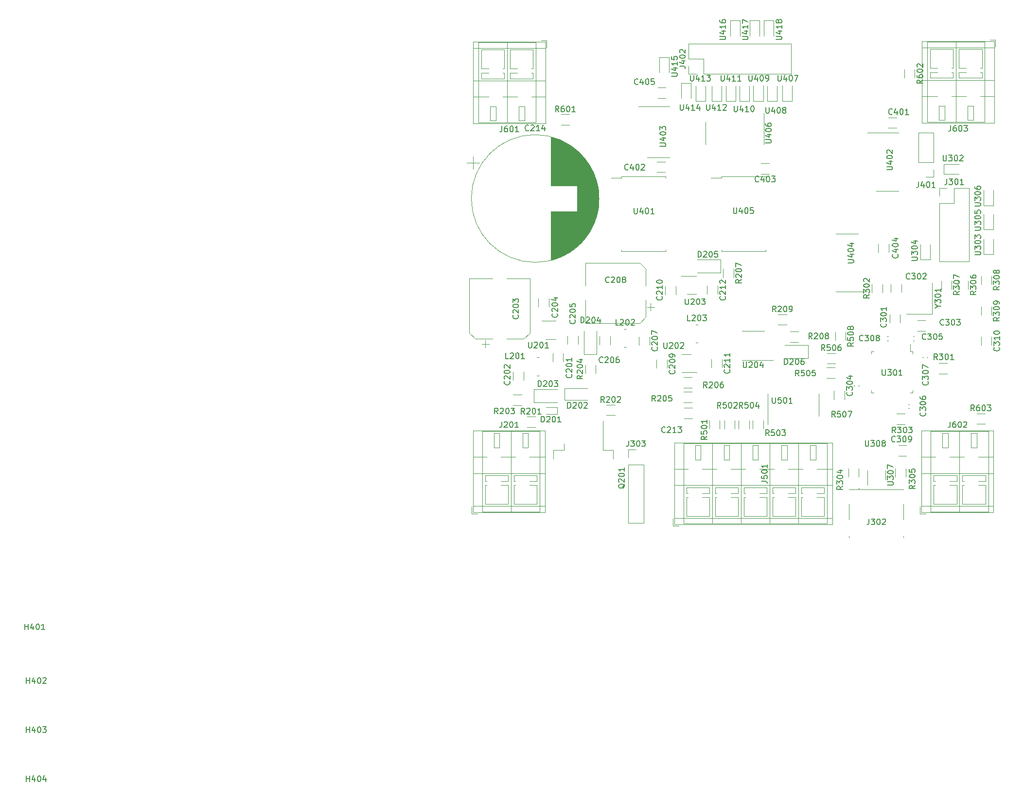
<source format=gbr>
%TF.GenerationSoftware,KiCad,Pcbnew,7.0.8*%
%TF.CreationDate,2023-11-24T11:58:06+01:00*%
%TF.ProjectId,menelaos-rev3,6d656e65-6c61-46f7-932d-726576332e6b,rev?*%
%TF.SameCoordinates,Original*%
%TF.FileFunction,Legend,Top*%
%TF.FilePolarity,Positive*%
%FSLAX46Y46*%
G04 Gerber Fmt 4.6, Leading zero omitted, Abs format (unit mm)*
G04 Created by KiCad (PCBNEW 7.0.8) date 2023-11-24 11:58:06*
%MOMM*%
%LPD*%
G01*
G04 APERTURE LIST*
%ADD10C,0.150000*%
%ADD11C,0.120000*%
G04 APERTURE END LIST*
D10*
X211380952Y-115084819D02*
X211047619Y-114608628D01*
X210809524Y-115084819D02*
X210809524Y-114084819D01*
X210809524Y-114084819D02*
X211190476Y-114084819D01*
X211190476Y-114084819D02*
X211285714Y-114132438D01*
X211285714Y-114132438D02*
X211333333Y-114180057D01*
X211333333Y-114180057D02*
X211380952Y-114275295D01*
X211380952Y-114275295D02*
X211380952Y-114418152D01*
X211380952Y-114418152D02*
X211333333Y-114513390D01*
X211333333Y-114513390D02*
X211285714Y-114561009D01*
X211285714Y-114561009D02*
X211190476Y-114608628D01*
X211190476Y-114608628D02*
X210809524Y-114608628D01*
X211761905Y-114180057D02*
X211809524Y-114132438D01*
X211809524Y-114132438D02*
X211904762Y-114084819D01*
X211904762Y-114084819D02*
X212142857Y-114084819D01*
X212142857Y-114084819D02*
X212238095Y-114132438D01*
X212238095Y-114132438D02*
X212285714Y-114180057D01*
X212285714Y-114180057D02*
X212333333Y-114275295D01*
X212333333Y-114275295D02*
X212333333Y-114370533D01*
X212333333Y-114370533D02*
X212285714Y-114513390D01*
X212285714Y-114513390D02*
X211714286Y-115084819D01*
X211714286Y-115084819D02*
X212333333Y-115084819D01*
X212952381Y-114084819D02*
X213047619Y-114084819D01*
X213047619Y-114084819D02*
X213142857Y-114132438D01*
X213142857Y-114132438D02*
X213190476Y-114180057D01*
X213190476Y-114180057D02*
X213238095Y-114275295D01*
X213238095Y-114275295D02*
X213285714Y-114465771D01*
X213285714Y-114465771D02*
X213285714Y-114703866D01*
X213285714Y-114703866D02*
X213238095Y-114894342D01*
X213238095Y-114894342D02*
X213190476Y-114989580D01*
X213190476Y-114989580D02*
X213142857Y-115037200D01*
X213142857Y-115037200D02*
X213047619Y-115084819D01*
X213047619Y-115084819D02*
X212952381Y-115084819D01*
X212952381Y-115084819D02*
X212857143Y-115037200D01*
X212857143Y-115037200D02*
X212809524Y-114989580D01*
X212809524Y-114989580D02*
X212761905Y-114894342D01*
X212761905Y-114894342D02*
X212714286Y-114703866D01*
X212714286Y-114703866D02*
X212714286Y-114465771D01*
X212714286Y-114465771D02*
X212761905Y-114275295D01*
X212761905Y-114275295D02*
X212809524Y-114180057D01*
X212809524Y-114180057D02*
X212857143Y-114132438D01*
X212857143Y-114132438D02*
X212952381Y-114084819D01*
X213666667Y-114180057D02*
X213714286Y-114132438D01*
X213714286Y-114132438D02*
X213809524Y-114084819D01*
X213809524Y-114084819D02*
X214047619Y-114084819D01*
X214047619Y-114084819D02*
X214142857Y-114132438D01*
X214142857Y-114132438D02*
X214190476Y-114180057D01*
X214190476Y-114180057D02*
X214238095Y-114275295D01*
X214238095Y-114275295D02*
X214238095Y-114370533D01*
X214238095Y-114370533D02*
X214190476Y-114513390D01*
X214190476Y-114513390D02*
X213619048Y-115084819D01*
X213619048Y-115084819D02*
X214238095Y-115084819D01*
X203480952Y-64484819D02*
X203147619Y-64008628D01*
X202909524Y-64484819D02*
X202909524Y-63484819D01*
X202909524Y-63484819D02*
X203290476Y-63484819D01*
X203290476Y-63484819D02*
X203385714Y-63532438D01*
X203385714Y-63532438D02*
X203433333Y-63580057D01*
X203433333Y-63580057D02*
X203480952Y-63675295D01*
X203480952Y-63675295D02*
X203480952Y-63818152D01*
X203480952Y-63818152D02*
X203433333Y-63913390D01*
X203433333Y-63913390D02*
X203385714Y-63961009D01*
X203385714Y-63961009D02*
X203290476Y-64008628D01*
X203290476Y-64008628D02*
X202909524Y-64008628D01*
X204338095Y-63484819D02*
X204147619Y-63484819D01*
X204147619Y-63484819D02*
X204052381Y-63532438D01*
X204052381Y-63532438D02*
X204004762Y-63580057D01*
X204004762Y-63580057D02*
X203909524Y-63722914D01*
X203909524Y-63722914D02*
X203861905Y-63913390D01*
X203861905Y-63913390D02*
X203861905Y-64294342D01*
X203861905Y-64294342D02*
X203909524Y-64389580D01*
X203909524Y-64389580D02*
X203957143Y-64437200D01*
X203957143Y-64437200D02*
X204052381Y-64484819D01*
X204052381Y-64484819D02*
X204242857Y-64484819D01*
X204242857Y-64484819D02*
X204338095Y-64437200D01*
X204338095Y-64437200D02*
X204385714Y-64389580D01*
X204385714Y-64389580D02*
X204433333Y-64294342D01*
X204433333Y-64294342D02*
X204433333Y-64056247D01*
X204433333Y-64056247D02*
X204385714Y-63961009D01*
X204385714Y-63961009D02*
X204338095Y-63913390D01*
X204338095Y-63913390D02*
X204242857Y-63865771D01*
X204242857Y-63865771D02*
X204052381Y-63865771D01*
X204052381Y-63865771D02*
X203957143Y-63913390D01*
X203957143Y-63913390D02*
X203909524Y-63961009D01*
X203909524Y-63961009D02*
X203861905Y-64056247D01*
X205052381Y-63484819D02*
X205147619Y-63484819D01*
X205147619Y-63484819D02*
X205242857Y-63532438D01*
X205242857Y-63532438D02*
X205290476Y-63580057D01*
X205290476Y-63580057D02*
X205338095Y-63675295D01*
X205338095Y-63675295D02*
X205385714Y-63865771D01*
X205385714Y-63865771D02*
X205385714Y-64103866D01*
X205385714Y-64103866D02*
X205338095Y-64294342D01*
X205338095Y-64294342D02*
X205290476Y-64389580D01*
X205290476Y-64389580D02*
X205242857Y-64437200D01*
X205242857Y-64437200D02*
X205147619Y-64484819D01*
X205147619Y-64484819D02*
X205052381Y-64484819D01*
X205052381Y-64484819D02*
X204957143Y-64437200D01*
X204957143Y-64437200D02*
X204909524Y-64389580D01*
X204909524Y-64389580D02*
X204861905Y-64294342D01*
X204861905Y-64294342D02*
X204814286Y-64103866D01*
X204814286Y-64103866D02*
X204814286Y-63865771D01*
X204814286Y-63865771D02*
X204861905Y-63675295D01*
X204861905Y-63675295D02*
X204909524Y-63580057D01*
X204909524Y-63580057D02*
X204957143Y-63532438D01*
X204957143Y-63532438D02*
X205052381Y-63484819D01*
X206338095Y-64484819D02*
X205766667Y-64484819D01*
X206052381Y-64484819D02*
X206052381Y-63484819D01*
X206052381Y-63484819D02*
X205957143Y-63627676D01*
X205957143Y-63627676D02*
X205861905Y-63722914D01*
X205861905Y-63722914D02*
X205766667Y-63770533D01*
X239525714Y-63724819D02*
X239525714Y-64534342D01*
X239525714Y-64534342D02*
X239573333Y-64629580D01*
X239573333Y-64629580D02*
X239620952Y-64677200D01*
X239620952Y-64677200D02*
X239716190Y-64724819D01*
X239716190Y-64724819D02*
X239906666Y-64724819D01*
X239906666Y-64724819D02*
X240001904Y-64677200D01*
X240001904Y-64677200D02*
X240049523Y-64629580D01*
X240049523Y-64629580D02*
X240097142Y-64534342D01*
X240097142Y-64534342D02*
X240097142Y-63724819D01*
X241001904Y-64058152D02*
X241001904Y-64724819D01*
X240763809Y-63677200D02*
X240525714Y-64391485D01*
X240525714Y-64391485D02*
X241144761Y-64391485D01*
X241716190Y-63724819D02*
X241811428Y-63724819D01*
X241811428Y-63724819D02*
X241906666Y-63772438D01*
X241906666Y-63772438D02*
X241954285Y-63820057D01*
X241954285Y-63820057D02*
X242001904Y-63915295D01*
X242001904Y-63915295D02*
X242049523Y-64105771D01*
X242049523Y-64105771D02*
X242049523Y-64343866D01*
X242049523Y-64343866D02*
X242001904Y-64534342D01*
X242001904Y-64534342D02*
X241954285Y-64629580D01*
X241954285Y-64629580D02*
X241906666Y-64677200D01*
X241906666Y-64677200D02*
X241811428Y-64724819D01*
X241811428Y-64724819D02*
X241716190Y-64724819D01*
X241716190Y-64724819D02*
X241620952Y-64677200D01*
X241620952Y-64677200D02*
X241573333Y-64629580D01*
X241573333Y-64629580D02*
X241525714Y-64534342D01*
X241525714Y-64534342D02*
X241478095Y-64343866D01*
X241478095Y-64343866D02*
X241478095Y-64105771D01*
X241478095Y-64105771D02*
X241525714Y-63915295D01*
X241525714Y-63915295D02*
X241573333Y-63820057D01*
X241573333Y-63820057D02*
X241620952Y-63772438D01*
X241620952Y-63772438D02*
X241716190Y-63724819D01*
X242620952Y-64153390D02*
X242525714Y-64105771D01*
X242525714Y-64105771D02*
X242478095Y-64058152D01*
X242478095Y-64058152D02*
X242430476Y-63962914D01*
X242430476Y-63962914D02*
X242430476Y-63915295D01*
X242430476Y-63915295D02*
X242478095Y-63820057D01*
X242478095Y-63820057D02*
X242525714Y-63772438D01*
X242525714Y-63772438D02*
X242620952Y-63724819D01*
X242620952Y-63724819D02*
X242811428Y-63724819D01*
X242811428Y-63724819D02*
X242906666Y-63772438D01*
X242906666Y-63772438D02*
X242954285Y-63820057D01*
X242954285Y-63820057D02*
X243001904Y-63915295D01*
X243001904Y-63915295D02*
X243001904Y-63962914D01*
X243001904Y-63962914D02*
X242954285Y-64058152D01*
X242954285Y-64058152D02*
X242906666Y-64105771D01*
X242906666Y-64105771D02*
X242811428Y-64153390D01*
X242811428Y-64153390D02*
X242620952Y-64153390D01*
X242620952Y-64153390D02*
X242525714Y-64201009D01*
X242525714Y-64201009D02*
X242478095Y-64248628D01*
X242478095Y-64248628D02*
X242430476Y-64343866D01*
X242430476Y-64343866D02*
X242430476Y-64534342D01*
X242430476Y-64534342D02*
X242478095Y-64629580D01*
X242478095Y-64629580D02*
X242525714Y-64677200D01*
X242525714Y-64677200D02*
X242620952Y-64724819D01*
X242620952Y-64724819D02*
X242811428Y-64724819D01*
X242811428Y-64724819D02*
X242906666Y-64677200D01*
X242906666Y-64677200D02*
X242954285Y-64629580D01*
X242954285Y-64629580D02*
X243001904Y-64534342D01*
X243001904Y-64534342D02*
X243001904Y-64343866D01*
X243001904Y-64343866D02*
X242954285Y-64248628D01*
X242954285Y-64248628D02*
X242906666Y-64201009D01*
X242906666Y-64201009D02*
X242811428Y-64153390D01*
X238754819Y-128835714D02*
X239469104Y-128835714D01*
X239469104Y-128835714D02*
X239611961Y-128883333D01*
X239611961Y-128883333D02*
X239707200Y-128978571D01*
X239707200Y-128978571D02*
X239754819Y-129121428D01*
X239754819Y-129121428D02*
X239754819Y-129216666D01*
X238754819Y-127883333D02*
X238754819Y-128359523D01*
X238754819Y-128359523D02*
X239231009Y-128407142D01*
X239231009Y-128407142D02*
X239183390Y-128359523D01*
X239183390Y-128359523D02*
X239135771Y-128264285D01*
X239135771Y-128264285D02*
X239135771Y-128026190D01*
X239135771Y-128026190D02*
X239183390Y-127930952D01*
X239183390Y-127930952D02*
X239231009Y-127883333D01*
X239231009Y-127883333D02*
X239326247Y-127835714D01*
X239326247Y-127835714D02*
X239564342Y-127835714D01*
X239564342Y-127835714D02*
X239659580Y-127883333D01*
X239659580Y-127883333D02*
X239707200Y-127930952D01*
X239707200Y-127930952D02*
X239754819Y-128026190D01*
X239754819Y-128026190D02*
X239754819Y-128264285D01*
X239754819Y-128264285D02*
X239707200Y-128359523D01*
X239707200Y-128359523D02*
X239659580Y-128407142D01*
X238754819Y-127216666D02*
X238754819Y-127121428D01*
X238754819Y-127121428D02*
X238802438Y-127026190D01*
X238802438Y-127026190D02*
X238850057Y-126978571D01*
X238850057Y-126978571D02*
X238945295Y-126930952D01*
X238945295Y-126930952D02*
X239135771Y-126883333D01*
X239135771Y-126883333D02*
X239373866Y-126883333D01*
X239373866Y-126883333D02*
X239564342Y-126930952D01*
X239564342Y-126930952D02*
X239659580Y-126978571D01*
X239659580Y-126978571D02*
X239707200Y-127026190D01*
X239707200Y-127026190D02*
X239754819Y-127121428D01*
X239754819Y-127121428D02*
X239754819Y-127216666D01*
X239754819Y-127216666D02*
X239707200Y-127311904D01*
X239707200Y-127311904D02*
X239659580Y-127359523D01*
X239659580Y-127359523D02*
X239564342Y-127407142D01*
X239564342Y-127407142D02*
X239373866Y-127454761D01*
X239373866Y-127454761D02*
X239135771Y-127454761D01*
X239135771Y-127454761D02*
X238945295Y-127407142D01*
X238945295Y-127407142D02*
X238850057Y-127359523D01*
X238850057Y-127359523D02*
X238802438Y-127311904D01*
X238802438Y-127311904D02*
X238754819Y-127216666D01*
X239754819Y-125930952D02*
X239754819Y-126502380D01*
X239754819Y-126216666D02*
X238754819Y-126216666D01*
X238754819Y-126216666D02*
X238897676Y-126311904D01*
X238897676Y-126311904D02*
X238992914Y-126407142D01*
X238992914Y-126407142D02*
X239040533Y-126502380D01*
X225485714Y-97054819D02*
X225485714Y-97864342D01*
X225485714Y-97864342D02*
X225533333Y-97959580D01*
X225533333Y-97959580D02*
X225580952Y-98007200D01*
X225580952Y-98007200D02*
X225676190Y-98054819D01*
X225676190Y-98054819D02*
X225866666Y-98054819D01*
X225866666Y-98054819D02*
X225961904Y-98007200D01*
X225961904Y-98007200D02*
X226009523Y-97959580D01*
X226009523Y-97959580D02*
X226057142Y-97864342D01*
X226057142Y-97864342D02*
X226057142Y-97054819D01*
X226485714Y-97150057D02*
X226533333Y-97102438D01*
X226533333Y-97102438D02*
X226628571Y-97054819D01*
X226628571Y-97054819D02*
X226866666Y-97054819D01*
X226866666Y-97054819D02*
X226961904Y-97102438D01*
X226961904Y-97102438D02*
X227009523Y-97150057D01*
X227009523Y-97150057D02*
X227057142Y-97245295D01*
X227057142Y-97245295D02*
X227057142Y-97340533D01*
X227057142Y-97340533D02*
X227009523Y-97483390D01*
X227009523Y-97483390D02*
X226438095Y-98054819D01*
X226438095Y-98054819D02*
X227057142Y-98054819D01*
X227676190Y-97054819D02*
X227771428Y-97054819D01*
X227771428Y-97054819D02*
X227866666Y-97102438D01*
X227866666Y-97102438D02*
X227914285Y-97150057D01*
X227914285Y-97150057D02*
X227961904Y-97245295D01*
X227961904Y-97245295D02*
X228009523Y-97435771D01*
X228009523Y-97435771D02*
X228009523Y-97673866D01*
X228009523Y-97673866D02*
X227961904Y-97864342D01*
X227961904Y-97864342D02*
X227914285Y-97959580D01*
X227914285Y-97959580D02*
X227866666Y-98007200D01*
X227866666Y-98007200D02*
X227771428Y-98054819D01*
X227771428Y-98054819D02*
X227676190Y-98054819D01*
X227676190Y-98054819D02*
X227580952Y-98007200D01*
X227580952Y-98007200D02*
X227533333Y-97959580D01*
X227533333Y-97959580D02*
X227485714Y-97864342D01*
X227485714Y-97864342D02*
X227438095Y-97673866D01*
X227438095Y-97673866D02*
X227438095Y-97435771D01*
X227438095Y-97435771D02*
X227485714Y-97245295D01*
X227485714Y-97245295D02*
X227533333Y-97150057D01*
X227533333Y-97150057D02*
X227580952Y-97102438D01*
X227580952Y-97102438D02*
X227676190Y-97054819D01*
X228342857Y-97054819D02*
X228961904Y-97054819D01*
X228961904Y-97054819D02*
X228628571Y-97435771D01*
X228628571Y-97435771D02*
X228771428Y-97435771D01*
X228771428Y-97435771D02*
X228866666Y-97483390D01*
X228866666Y-97483390D02*
X228914285Y-97531009D01*
X228914285Y-97531009D02*
X228961904Y-97626247D01*
X228961904Y-97626247D02*
X228961904Y-97864342D01*
X228961904Y-97864342D02*
X228914285Y-97959580D01*
X228914285Y-97959580D02*
X228866666Y-98007200D01*
X228866666Y-98007200D02*
X228771428Y-98054819D01*
X228771428Y-98054819D02*
X228485714Y-98054819D01*
X228485714Y-98054819D02*
X228390476Y-98007200D01*
X228390476Y-98007200D02*
X228342857Y-97959580D01*
X280109580Y-105519047D02*
X280157200Y-105566666D01*
X280157200Y-105566666D02*
X280204819Y-105709523D01*
X280204819Y-105709523D02*
X280204819Y-105804761D01*
X280204819Y-105804761D02*
X280157200Y-105947618D01*
X280157200Y-105947618D02*
X280061961Y-106042856D01*
X280061961Y-106042856D02*
X279966723Y-106090475D01*
X279966723Y-106090475D02*
X279776247Y-106138094D01*
X279776247Y-106138094D02*
X279633390Y-106138094D01*
X279633390Y-106138094D02*
X279442914Y-106090475D01*
X279442914Y-106090475D02*
X279347676Y-106042856D01*
X279347676Y-106042856D02*
X279252438Y-105947618D01*
X279252438Y-105947618D02*
X279204819Y-105804761D01*
X279204819Y-105804761D02*
X279204819Y-105709523D01*
X279204819Y-105709523D02*
X279252438Y-105566666D01*
X279252438Y-105566666D02*
X279300057Y-105519047D01*
X279204819Y-105185713D02*
X279204819Y-104566666D01*
X279204819Y-104566666D02*
X279585771Y-104899999D01*
X279585771Y-104899999D02*
X279585771Y-104757142D01*
X279585771Y-104757142D02*
X279633390Y-104661904D01*
X279633390Y-104661904D02*
X279681009Y-104614285D01*
X279681009Y-104614285D02*
X279776247Y-104566666D01*
X279776247Y-104566666D02*
X280014342Y-104566666D01*
X280014342Y-104566666D02*
X280109580Y-104614285D01*
X280109580Y-104614285D02*
X280157200Y-104661904D01*
X280157200Y-104661904D02*
X280204819Y-104757142D01*
X280204819Y-104757142D02*
X280204819Y-105042856D01*
X280204819Y-105042856D02*
X280157200Y-105138094D01*
X280157200Y-105138094D02*
X280109580Y-105185713D01*
X280204819Y-103614285D02*
X280204819Y-104185713D01*
X280204819Y-103899999D02*
X279204819Y-103899999D01*
X279204819Y-103899999D02*
X279347676Y-103995237D01*
X279347676Y-103995237D02*
X279442914Y-104090475D01*
X279442914Y-104090475D02*
X279490533Y-104185713D01*
X279204819Y-102995237D02*
X279204819Y-102899999D01*
X279204819Y-102899999D02*
X279252438Y-102804761D01*
X279252438Y-102804761D02*
X279300057Y-102757142D01*
X279300057Y-102757142D02*
X279395295Y-102709523D01*
X279395295Y-102709523D02*
X279585771Y-102661904D01*
X279585771Y-102661904D02*
X279823866Y-102661904D01*
X279823866Y-102661904D02*
X280014342Y-102709523D01*
X280014342Y-102709523D02*
X280109580Y-102757142D01*
X280109580Y-102757142D02*
X280157200Y-102804761D01*
X280157200Y-102804761D02*
X280204819Y-102899999D01*
X280204819Y-102899999D02*
X280204819Y-102995237D01*
X280204819Y-102995237D02*
X280157200Y-103090475D01*
X280157200Y-103090475D02*
X280109580Y-103138094D01*
X280109580Y-103138094D02*
X280014342Y-103185713D01*
X280014342Y-103185713D02*
X279823866Y-103233332D01*
X279823866Y-103233332D02*
X279585771Y-103233332D01*
X279585771Y-103233332D02*
X279395295Y-103185713D01*
X279395295Y-103185713D02*
X279300057Y-103138094D01*
X279300057Y-103138094D02*
X279252438Y-103090475D01*
X279252438Y-103090475D02*
X279204819Y-102995237D01*
X233159580Y-109406547D02*
X233207200Y-109454166D01*
X233207200Y-109454166D02*
X233254819Y-109597023D01*
X233254819Y-109597023D02*
X233254819Y-109692261D01*
X233254819Y-109692261D02*
X233207200Y-109835118D01*
X233207200Y-109835118D02*
X233111961Y-109930356D01*
X233111961Y-109930356D02*
X233016723Y-109977975D01*
X233016723Y-109977975D02*
X232826247Y-110025594D01*
X232826247Y-110025594D02*
X232683390Y-110025594D01*
X232683390Y-110025594D02*
X232492914Y-109977975D01*
X232492914Y-109977975D02*
X232397676Y-109930356D01*
X232397676Y-109930356D02*
X232302438Y-109835118D01*
X232302438Y-109835118D02*
X232254819Y-109692261D01*
X232254819Y-109692261D02*
X232254819Y-109597023D01*
X232254819Y-109597023D02*
X232302438Y-109454166D01*
X232302438Y-109454166D02*
X232350057Y-109406547D01*
X232350057Y-109025594D02*
X232302438Y-108977975D01*
X232302438Y-108977975D02*
X232254819Y-108882737D01*
X232254819Y-108882737D02*
X232254819Y-108644642D01*
X232254819Y-108644642D02*
X232302438Y-108549404D01*
X232302438Y-108549404D02*
X232350057Y-108501785D01*
X232350057Y-108501785D02*
X232445295Y-108454166D01*
X232445295Y-108454166D02*
X232540533Y-108454166D01*
X232540533Y-108454166D02*
X232683390Y-108501785D01*
X232683390Y-108501785D02*
X233254819Y-109073213D01*
X233254819Y-109073213D02*
X233254819Y-108454166D01*
X233254819Y-107501785D02*
X233254819Y-108073213D01*
X233254819Y-107787499D02*
X232254819Y-107787499D01*
X232254819Y-107787499D02*
X232397676Y-107882737D01*
X232397676Y-107882737D02*
X232492914Y-107977975D01*
X232492914Y-107977975D02*
X232540533Y-108073213D01*
X233254819Y-106549404D02*
X233254819Y-107120832D01*
X233254819Y-106835118D02*
X232254819Y-106835118D01*
X232254819Y-106835118D02*
X232397676Y-106930356D01*
X232397676Y-106930356D02*
X232492914Y-107025594D01*
X232492914Y-107025594D02*
X232540533Y-107120832D01*
X253804819Y-90814285D02*
X254614342Y-90814285D01*
X254614342Y-90814285D02*
X254709580Y-90766666D01*
X254709580Y-90766666D02*
X254757200Y-90719047D01*
X254757200Y-90719047D02*
X254804819Y-90623809D01*
X254804819Y-90623809D02*
X254804819Y-90433333D01*
X254804819Y-90433333D02*
X254757200Y-90338095D01*
X254757200Y-90338095D02*
X254709580Y-90290476D01*
X254709580Y-90290476D02*
X254614342Y-90242857D01*
X254614342Y-90242857D02*
X253804819Y-90242857D01*
X254138152Y-89338095D02*
X254804819Y-89338095D01*
X253757200Y-89576190D02*
X254471485Y-89814285D01*
X254471485Y-89814285D02*
X254471485Y-89195238D01*
X253804819Y-88623809D02*
X253804819Y-88528571D01*
X253804819Y-88528571D02*
X253852438Y-88433333D01*
X253852438Y-88433333D02*
X253900057Y-88385714D01*
X253900057Y-88385714D02*
X253995295Y-88338095D01*
X253995295Y-88338095D02*
X254185771Y-88290476D01*
X254185771Y-88290476D02*
X254423866Y-88290476D01*
X254423866Y-88290476D02*
X254614342Y-88338095D01*
X254614342Y-88338095D02*
X254709580Y-88385714D01*
X254709580Y-88385714D02*
X254757200Y-88433333D01*
X254757200Y-88433333D02*
X254804819Y-88528571D01*
X254804819Y-88528571D02*
X254804819Y-88623809D01*
X254804819Y-88623809D02*
X254757200Y-88719047D01*
X254757200Y-88719047D02*
X254709580Y-88766666D01*
X254709580Y-88766666D02*
X254614342Y-88814285D01*
X254614342Y-88814285D02*
X254423866Y-88861904D01*
X254423866Y-88861904D02*
X254185771Y-88861904D01*
X254185771Y-88861904D02*
X253995295Y-88814285D01*
X253995295Y-88814285D02*
X253900057Y-88766666D01*
X253900057Y-88766666D02*
X253852438Y-88719047D01*
X253852438Y-88719047D02*
X253804819Y-88623809D01*
X254138152Y-87433333D02*
X254804819Y-87433333D01*
X253757200Y-87671428D02*
X254471485Y-87909523D01*
X254471485Y-87909523D02*
X254471485Y-87290476D01*
X220559580Y-105506547D02*
X220607200Y-105554166D01*
X220607200Y-105554166D02*
X220654819Y-105697023D01*
X220654819Y-105697023D02*
X220654819Y-105792261D01*
X220654819Y-105792261D02*
X220607200Y-105935118D01*
X220607200Y-105935118D02*
X220511961Y-106030356D01*
X220511961Y-106030356D02*
X220416723Y-106077975D01*
X220416723Y-106077975D02*
X220226247Y-106125594D01*
X220226247Y-106125594D02*
X220083390Y-106125594D01*
X220083390Y-106125594D02*
X219892914Y-106077975D01*
X219892914Y-106077975D02*
X219797676Y-106030356D01*
X219797676Y-106030356D02*
X219702438Y-105935118D01*
X219702438Y-105935118D02*
X219654819Y-105792261D01*
X219654819Y-105792261D02*
X219654819Y-105697023D01*
X219654819Y-105697023D02*
X219702438Y-105554166D01*
X219702438Y-105554166D02*
X219750057Y-105506547D01*
X219750057Y-105125594D02*
X219702438Y-105077975D01*
X219702438Y-105077975D02*
X219654819Y-104982737D01*
X219654819Y-104982737D02*
X219654819Y-104744642D01*
X219654819Y-104744642D02*
X219702438Y-104649404D01*
X219702438Y-104649404D02*
X219750057Y-104601785D01*
X219750057Y-104601785D02*
X219845295Y-104554166D01*
X219845295Y-104554166D02*
X219940533Y-104554166D01*
X219940533Y-104554166D02*
X220083390Y-104601785D01*
X220083390Y-104601785D02*
X220654819Y-105173213D01*
X220654819Y-105173213D02*
X220654819Y-104554166D01*
X219654819Y-103935118D02*
X219654819Y-103839880D01*
X219654819Y-103839880D02*
X219702438Y-103744642D01*
X219702438Y-103744642D02*
X219750057Y-103697023D01*
X219750057Y-103697023D02*
X219845295Y-103649404D01*
X219845295Y-103649404D02*
X220035771Y-103601785D01*
X220035771Y-103601785D02*
X220273866Y-103601785D01*
X220273866Y-103601785D02*
X220464342Y-103649404D01*
X220464342Y-103649404D02*
X220559580Y-103697023D01*
X220559580Y-103697023D02*
X220607200Y-103744642D01*
X220607200Y-103744642D02*
X220654819Y-103839880D01*
X220654819Y-103839880D02*
X220654819Y-103935118D01*
X220654819Y-103935118D02*
X220607200Y-104030356D01*
X220607200Y-104030356D02*
X220559580Y-104077975D01*
X220559580Y-104077975D02*
X220464342Y-104125594D01*
X220464342Y-104125594D02*
X220273866Y-104173213D01*
X220273866Y-104173213D02*
X220035771Y-104173213D01*
X220035771Y-104173213D02*
X219845295Y-104125594D01*
X219845295Y-104125594D02*
X219750057Y-104077975D01*
X219750057Y-104077975D02*
X219702438Y-104030356D01*
X219702438Y-104030356D02*
X219654819Y-103935118D01*
X219654819Y-103268451D02*
X219654819Y-102601785D01*
X219654819Y-102601785D02*
X220654819Y-103030356D01*
X233885714Y-81214819D02*
X233885714Y-82024342D01*
X233885714Y-82024342D02*
X233933333Y-82119580D01*
X233933333Y-82119580D02*
X233980952Y-82167200D01*
X233980952Y-82167200D02*
X234076190Y-82214819D01*
X234076190Y-82214819D02*
X234266666Y-82214819D01*
X234266666Y-82214819D02*
X234361904Y-82167200D01*
X234361904Y-82167200D02*
X234409523Y-82119580D01*
X234409523Y-82119580D02*
X234457142Y-82024342D01*
X234457142Y-82024342D02*
X234457142Y-81214819D01*
X235361904Y-81548152D02*
X235361904Y-82214819D01*
X235123809Y-81167200D02*
X234885714Y-81881485D01*
X234885714Y-81881485D02*
X235504761Y-81881485D01*
X236076190Y-81214819D02*
X236171428Y-81214819D01*
X236171428Y-81214819D02*
X236266666Y-81262438D01*
X236266666Y-81262438D02*
X236314285Y-81310057D01*
X236314285Y-81310057D02*
X236361904Y-81405295D01*
X236361904Y-81405295D02*
X236409523Y-81595771D01*
X236409523Y-81595771D02*
X236409523Y-81833866D01*
X236409523Y-81833866D02*
X236361904Y-82024342D01*
X236361904Y-82024342D02*
X236314285Y-82119580D01*
X236314285Y-82119580D02*
X236266666Y-82167200D01*
X236266666Y-82167200D02*
X236171428Y-82214819D01*
X236171428Y-82214819D02*
X236076190Y-82214819D01*
X236076190Y-82214819D02*
X235980952Y-82167200D01*
X235980952Y-82167200D02*
X235933333Y-82119580D01*
X235933333Y-82119580D02*
X235885714Y-82024342D01*
X235885714Y-82024342D02*
X235838095Y-81833866D01*
X235838095Y-81833866D02*
X235838095Y-81595771D01*
X235838095Y-81595771D02*
X235885714Y-81405295D01*
X235885714Y-81405295D02*
X235933333Y-81310057D01*
X235933333Y-81310057D02*
X235980952Y-81262438D01*
X235980952Y-81262438D02*
X236076190Y-81214819D01*
X237314285Y-81214819D02*
X236838095Y-81214819D01*
X236838095Y-81214819D02*
X236790476Y-81691009D01*
X236790476Y-81691009D02*
X236838095Y-81643390D01*
X236838095Y-81643390D02*
X236933333Y-81595771D01*
X236933333Y-81595771D02*
X237171428Y-81595771D01*
X237171428Y-81595771D02*
X237266666Y-81643390D01*
X237266666Y-81643390D02*
X237314285Y-81691009D01*
X237314285Y-81691009D02*
X237361904Y-81786247D01*
X237361904Y-81786247D02*
X237361904Y-82024342D01*
X237361904Y-82024342D02*
X237314285Y-82119580D01*
X237314285Y-82119580D02*
X237266666Y-82167200D01*
X237266666Y-82167200D02*
X237171428Y-82214819D01*
X237171428Y-82214819D02*
X236933333Y-82214819D01*
X236933333Y-82214819D02*
X236838095Y-82167200D01*
X236838095Y-82167200D02*
X236790476Y-82119580D01*
X193514285Y-118484819D02*
X193514285Y-119199104D01*
X193514285Y-119199104D02*
X193466666Y-119341961D01*
X193466666Y-119341961D02*
X193371428Y-119437200D01*
X193371428Y-119437200D02*
X193228571Y-119484819D01*
X193228571Y-119484819D02*
X193133333Y-119484819D01*
X193942857Y-118580057D02*
X193990476Y-118532438D01*
X193990476Y-118532438D02*
X194085714Y-118484819D01*
X194085714Y-118484819D02*
X194323809Y-118484819D01*
X194323809Y-118484819D02*
X194419047Y-118532438D01*
X194419047Y-118532438D02*
X194466666Y-118580057D01*
X194466666Y-118580057D02*
X194514285Y-118675295D01*
X194514285Y-118675295D02*
X194514285Y-118770533D01*
X194514285Y-118770533D02*
X194466666Y-118913390D01*
X194466666Y-118913390D02*
X193895238Y-119484819D01*
X193895238Y-119484819D02*
X194514285Y-119484819D01*
X195133333Y-118484819D02*
X195228571Y-118484819D01*
X195228571Y-118484819D02*
X195323809Y-118532438D01*
X195323809Y-118532438D02*
X195371428Y-118580057D01*
X195371428Y-118580057D02*
X195419047Y-118675295D01*
X195419047Y-118675295D02*
X195466666Y-118865771D01*
X195466666Y-118865771D02*
X195466666Y-119103866D01*
X195466666Y-119103866D02*
X195419047Y-119294342D01*
X195419047Y-119294342D02*
X195371428Y-119389580D01*
X195371428Y-119389580D02*
X195323809Y-119437200D01*
X195323809Y-119437200D02*
X195228571Y-119484819D01*
X195228571Y-119484819D02*
X195133333Y-119484819D01*
X195133333Y-119484819D02*
X195038095Y-119437200D01*
X195038095Y-119437200D02*
X194990476Y-119389580D01*
X194990476Y-119389580D02*
X194942857Y-119294342D01*
X194942857Y-119294342D02*
X194895238Y-119103866D01*
X194895238Y-119103866D02*
X194895238Y-118865771D01*
X194895238Y-118865771D02*
X194942857Y-118675295D01*
X194942857Y-118675295D02*
X194990476Y-118580057D01*
X194990476Y-118580057D02*
X195038095Y-118532438D01*
X195038095Y-118532438D02*
X195133333Y-118484819D01*
X196419047Y-119484819D02*
X195847619Y-119484819D01*
X196133333Y-119484819D02*
X196133333Y-118484819D01*
X196133333Y-118484819D02*
X196038095Y-118627676D01*
X196038095Y-118627676D02*
X195942857Y-118722914D01*
X195942857Y-118722914D02*
X195847619Y-118770533D01*
X262130952Y-120404819D02*
X261797619Y-119928628D01*
X261559524Y-120404819D02*
X261559524Y-119404819D01*
X261559524Y-119404819D02*
X261940476Y-119404819D01*
X261940476Y-119404819D02*
X262035714Y-119452438D01*
X262035714Y-119452438D02*
X262083333Y-119500057D01*
X262083333Y-119500057D02*
X262130952Y-119595295D01*
X262130952Y-119595295D02*
X262130952Y-119738152D01*
X262130952Y-119738152D02*
X262083333Y-119833390D01*
X262083333Y-119833390D02*
X262035714Y-119881009D01*
X262035714Y-119881009D02*
X261940476Y-119928628D01*
X261940476Y-119928628D02*
X261559524Y-119928628D01*
X262464286Y-119404819D02*
X263083333Y-119404819D01*
X263083333Y-119404819D02*
X262750000Y-119785771D01*
X262750000Y-119785771D02*
X262892857Y-119785771D01*
X262892857Y-119785771D02*
X262988095Y-119833390D01*
X262988095Y-119833390D02*
X263035714Y-119881009D01*
X263035714Y-119881009D02*
X263083333Y-119976247D01*
X263083333Y-119976247D02*
X263083333Y-120214342D01*
X263083333Y-120214342D02*
X263035714Y-120309580D01*
X263035714Y-120309580D02*
X262988095Y-120357200D01*
X262988095Y-120357200D02*
X262892857Y-120404819D01*
X262892857Y-120404819D02*
X262607143Y-120404819D01*
X262607143Y-120404819D02*
X262511905Y-120357200D01*
X262511905Y-120357200D02*
X262464286Y-120309580D01*
X263702381Y-119404819D02*
X263797619Y-119404819D01*
X263797619Y-119404819D02*
X263892857Y-119452438D01*
X263892857Y-119452438D02*
X263940476Y-119500057D01*
X263940476Y-119500057D02*
X263988095Y-119595295D01*
X263988095Y-119595295D02*
X264035714Y-119785771D01*
X264035714Y-119785771D02*
X264035714Y-120023866D01*
X264035714Y-120023866D02*
X263988095Y-120214342D01*
X263988095Y-120214342D02*
X263940476Y-120309580D01*
X263940476Y-120309580D02*
X263892857Y-120357200D01*
X263892857Y-120357200D02*
X263797619Y-120404819D01*
X263797619Y-120404819D02*
X263702381Y-120404819D01*
X263702381Y-120404819D02*
X263607143Y-120357200D01*
X263607143Y-120357200D02*
X263559524Y-120309580D01*
X263559524Y-120309580D02*
X263511905Y-120214342D01*
X263511905Y-120214342D02*
X263464286Y-120023866D01*
X263464286Y-120023866D02*
X263464286Y-119785771D01*
X263464286Y-119785771D02*
X263511905Y-119595295D01*
X263511905Y-119595295D02*
X263559524Y-119500057D01*
X263559524Y-119500057D02*
X263607143Y-119452438D01*
X263607143Y-119452438D02*
X263702381Y-119404819D01*
X264369048Y-119404819D02*
X264988095Y-119404819D01*
X264988095Y-119404819D02*
X264654762Y-119785771D01*
X264654762Y-119785771D02*
X264797619Y-119785771D01*
X264797619Y-119785771D02*
X264892857Y-119833390D01*
X264892857Y-119833390D02*
X264940476Y-119881009D01*
X264940476Y-119881009D02*
X264988095Y-119976247D01*
X264988095Y-119976247D02*
X264988095Y-120214342D01*
X264988095Y-120214342D02*
X264940476Y-120309580D01*
X264940476Y-120309580D02*
X264892857Y-120357200D01*
X264892857Y-120357200D02*
X264797619Y-120404819D01*
X264797619Y-120404819D02*
X264511905Y-120404819D01*
X264511905Y-120404819D02*
X264416667Y-120357200D01*
X264416667Y-120357200D02*
X264369048Y-120309580D01*
X280174819Y-100319047D02*
X279698628Y-100652380D01*
X280174819Y-100890475D02*
X279174819Y-100890475D01*
X279174819Y-100890475D02*
X279174819Y-100509523D01*
X279174819Y-100509523D02*
X279222438Y-100414285D01*
X279222438Y-100414285D02*
X279270057Y-100366666D01*
X279270057Y-100366666D02*
X279365295Y-100319047D01*
X279365295Y-100319047D02*
X279508152Y-100319047D01*
X279508152Y-100319047D02*
X279603390Y-100366666D01*
X279603390Y-100366666D02*
X279651009Y-100414285D01*
X279651009Y-100414285D02*
X279698628Y-100509523D01*
X279698628Y-100509523D02*
X279698628Y-100890475D01*
X279174819Y-99985713D02*
X279174819Y-99366666D01*
X279174819Y-99366666D02*
X279555771Y-99699999D01*
X279555771Y-99699999D02*
X279555771Y-99557142D01*
X279555771Y-99557142D02*
X279603390Y-99461904D01*
X279603390Y-99461904D02*
X279651009Y-99414285D01*
X279651009Y-99414285D02*
X279746247Y-99366666D01*
X279746247Y-99366666D02*
X279984342Y-99366666D01*
X279984342Y-99366666D02*
X280079580Y-99414285D01*
X280079580Y-99414285D02*
X280127200Y-99461904D01*
X280127200Y-99461904D02*
X280174819Y-99557142D01*
X280174819Y-99557142D02*
X280174819Y-99842856D01*
X280174819Y-99842856D02*
X280127200Y-99938094D01*
X280127200Y-99938094D02*
X280079580Y-99985713D01*
X279174819Y-98747618D02*
X279174819Y-98652380D01*
X279174819Y-98652380D02*
X279222438Y-98557142D01*
X279222438Y-98557142D02*
X279270057Y-98509523D01*
X279270057Y-98509523D02*
X279365295Y-98461904D01*
X279365295Y-98461904D02*
X279555771Y-98414285D01*
X279555771Y-98414285D02*
X279793866Y-98414285D01*
X279793866Y-98414285D02*
X279984342Y-98461904D01*
X279984342Y-98461904D02*
X280079580Y-98509523D01*
X280079580Y-98509523D02*
X280127200Y-98557142D01*
X280127200Y-98557142D02*
X280174819Y-98652380D01*
X280174819Y-98652380D02*
X280174819Y-98747618D01*
X280174819Y-98747618D02*
X280127200Y-98842856D01*
X280127200Y-98842856D02*
X280079580Y-98890475D01*
X280079580Y-98890475D02*
X279984342Y-98938094D01*
X279984342Y-98938094D02*
X279793866Y-98985713D01*
X279793866Y-98985713D02*
X279555771Y-98985713D01*
X279555771Y-98985713D02*
X279365295Y-98938094D01*
X279365295Y-98938094D02*
X279270057Y-98890475D01*
X279270057Y-98890475D02*
X279222438Y-98842856D01*
X279222438Y-98842856D02*
X279174819Y-98747618D01*
X280174819Y-97938094D02*
X280174819Y-97747618D01*
X280174819Y-97747618D02*
X280127200Y-97652380D01*
X280127200Y-97652380D02*
X280079580Y-97604761D01*
X280079580Y-97604761D02*
X279936723Y-97509523D01*
X279936723Y-97509523D02*
X279746247Y-97461904D01*
X279746247Y-97461904D02*
X279365295Y-97461904D01*
X279365295Y-97461904D02*
X279270057Y-97509523D01*
X279270057Y-97509523D02*
X279222438Y-97557142D01*
X279222438Y-97557142D02*
X279174819Y-97652380D01*
X279174819Y-97652380D02*
X279174819Y-97842856D01*
X279174819Y-97842856D02*
X279222438Y-97938094D01*
X279222438Y-97938094D02*
X279270057Y-97985713D01*
X279270057Y-97985713D02*
X279365295Y-98033332D01*
X279365295Y-98033332D02*
X279603390Y-98033332D01*
X279603390Y-98033332D02*
X279698628Y-97985713D01*
X279698628Y-97985713D02*
X279746247Y-97938094D01*
X279746247Y-97938094D02*
X279793866Y-97842856D01*
X279793866Y-97842856D02*
X279793866Y-97652380D01*
X279793866Y-97652380D02*
X279746247Y-97557142D01*
X279746247Y-97557142D02*
X279698628Y-97509523D01*
X279698628Y-97509523D02*
X279603390Y-97461904D01*
X280174819Y-94919047D02*
X279698628Y-95252380D01*
X280174819Y-95490475D02*
X279174819Y-95490475D01*
X279174819Y-95490475D02*
X279174819Y-95109523D01*
X279174819Y-95109523D02*
X279222438Y-95014285D01*
X279222438Y-95014285D02*
X279270057Y-94966666D01*
X279270057Y-94966666D02*
X279365295Y-94919047D01*
X279365295Y-94919047D02*
X279508152Y-94919047D01*
X279508152Y-94919047D02*
X279603390Y-94966666D01*
X279603390Y-94966666D02*
X279651009Y-95014285D01*
X279651009Y-95014285D02*
X279698628Y-95109523D01*
X279698628Y-95109523D02*
X279698628Y-95490475D01*
X279174819Y-94585713D02*
X279174819Y-93966666D01*
X279174819Y-93966666D02*
X279555771Y-94299999D01*
X279555771Y-94299999D02*
X279555771Y-94157142D01*
X279555771Y-94157142D02*
X279603390Y-94061904D01*
X279603390Y-94061904D02*
X279651009Y-94014285D01*
X279651009Y-94014285D02*
X279746247Y-93966666D01*
X279746247Y-93966666D02*
X279984342Y-93966666D01*
X279984342Y-93966666D02*
X280079580Y-94014285D01*
X280079580Y-94014285D02*
X280127200Y-94061904D01*
X280127200Y-94061904D02*
X280174819Y-94157142D01*
X280174819Y-94157142D02*
X280174819Y-94442856D01*
X280174819Y-94442856D02*
X280127200Y-94538094D01*
X280127200Y-94538094D02*
X280079580Y-94585713D01*
X279174819Y-93347618D02*
X279174819Y-93252380D01*
X279174819Y-93252380D02*
X279222438Y-93157142D01*
X279222438Y-93157142D02*
X279270057Y-93109523D01*
X279270057Y-93109523D02*
X279365295Y-93061904D01*
X279365295Y-93061904D02*
X279555771Y-93014285D01*
X279555771Y-93014285D02*
X279793866Y-93014285D01*
X279793866Y-93014285D02*
X279984342Y-93061904D01*
X279984342Y-93061904D02*
X280079580Y-93109523D01*
X280079580Y-93109523D02*
X280127200Y-93157142D01*
X280127200Y-93157142D02*
X280174819Y-93252380D01*
X280174819Y-93252380D02*
X280174819Y-93347618D01*
X280174819Y-93347618D02*
X280127200Y-93442856D01*
X280127200Y-93442856D02*
X280079580Y-93490475D01*
X280079580Y-93490475D02*
X279984342Y-93538094D01*
X279984342Y-93538094D02*
X279793866Y-93585713D01*
X279793866Y-93585713D02*
X279555771Y-93585713D01*
X279555771Y-93585713D02*
X279365295Y-93538094D01*
X279365295Y-93538094D02*
X279270057Y-93490475D01*
X279270057Y-93490475D02*
X279222438Y-93442856D01*
X279222438Y-93442856D02*
X279174819Y-93347618D01*
X279603390Y-92442856D02*
X279555771Y-92538094D01*
X279555771Y-92538094D02*
X279508152Y-92585713D01*
X279508152Y-92585713D02*
X279412914Y-92633332D01*
X279412914Y-92633332D02*
X279365295Y-92633332D01*
X279365295Y-92633332D02*
X279270057Y-92585713D01*
X279270057Y-92585713D02*
X279222438Y-92538094D01*
X279222438Y-92538094D02*
X279174819Y-92442856D01*
X279174819Y-92442856D02*
X279174819Y-92252380D01*
X279174819Y-92252380D02*
X279222438Y-92157142D01*
X279222438Y-92157142D02*
X279270057Y-92109523D01*
X279270057Y-92109523D02*
X279365295Y-92061904D01*
X279365295Y-92061904D02*
X279412914Y-92061904D01*
X279412914Y-92061904D02*
X279508152Y-92109523D01*
X279508152Y-92109523D02*
X279555771Y-92157142D01*
X279555771Y-92157142D02*
X279603390Y-92252380D01*
X279603390Y-92252380D02*
X279603390Y-92442856D01*
X279603390Y-92442856D02*
X279651009Y-92538094D01*
X279651009Y-92538094D02*
X279698628Y-92585713D01*
X279698628Y-92585713D02*
X279793866Y-92633332D01*
X279793866Y-92633332D02*
X279984342Y-92633332D01*
X279984342Y-92633332D02*
X280079580Y-92585713D01*
X280079580Y-92585713D02*
X280127200Y-92538094D01*
X280127200Y-92538094D02*
X280174819Y-92442856D01*
X280174819Y-92442856D02*
X280174819Y-92252380D01*
X280174819Y-92252380D02*
X280127200Y-92157142D01*
X280127200Y-92157142D02*
X280079580Y-92109523D01*
X280079580Y-92109523D02*
X279984342Y-92061904D01*
X279984342Y-92061904D02*
X279793866Y-92061904D01*
X279793866Y-92061904D02*
X279698628Y-92109523D01*
X279698628Y-92109523D02*
X279651009Y-92157142D01*
X279651009Y-92157142D02*
X279603390Y-92252380D01*
X212230952Y-94159580D02*
X212183333Y-94207200D01*
X212183333Y-94207200D02*
X212040476Y-94254819D01*
X212040476Y-94254819D02*
X211945238Y-94254819D01*
X211945238Y-94254819D02*
X211802381Y-94207200D01*
X211802381Y-94207200D02*
X211707143Y-94111961D01*
X211707143Y-94111961D02*
X211659524Y-94016723D01*
X211659524Y-94016723D02*
X211611905Y-93826247D01*
X211611905Y-93826247D02*
X211611905Y-93683390D01*
X211611905Y-93683390D02*
X211659524Y-93492914D01*
X211659524Y-93492914D02*
X211707143Y-93397676D01*
X211707143Y-93397676D02*
X211802381Y-93302438D01*
X211802381Y-93302438D02*
X211945238Y-93254819D01*
X211945238Y-93254819D02*
X212040476Y-93254819D01*
X212040476Y-93254819D02*
X212183333Y-93302438D01*
X212183333Y-93302438D02*
X212230952Y-93350057D01*
X212611905Y-93350057D02*
X212659524Y-93302438D01*
X212659524Y-93302438D02*
X212754762Y-93254819D01*
X212754762Y-93254819D02*
X212992857Y-93254819D01*
X212992857Y-93254819D02*
X213088095Y-93302438D01*
X213088095Y-93302438D02*
X213135714Y-93350057D01*
X213135714Y-93350057D02*
X213183333Y-93445295D01*
X213183333Y-93445295D02*
X213183333Y-93540533D01*
X213183333Y-93540533D02*
X213135714Y-93683390D01*
X213135714Y-93683390D02*
X212564286Y-94254819D01*
X212564286Y-94254819D02*
X213183333Y-94254819D01*
X213802381Y-93254819D02*
X213897619Y-93254819D01*
X213897619Y-93254819D02*
X213992857Y-93302438D01*
X213992857Y-93302438D02*
X214040476Y-93350057D01*
X214040476Y-93350057D02*
X214088095Y-93445295D01*
X214088095Y-93445295D02*
X214135714Y-93635771D01*
X214135714Y-93635771D02*
X214135714Y-93873866D01*
X214135714Y-93873866D02*
X214088095Y-94064342D01*
X214088095Y-94064342D02*
X214040476Y-94159580D01*
X214040476Y-94159580D02*
X213992857Y-94207200D01*
X213992857Y-94207200D02*
X213897619Y-94254819D01*
X213897619Y-94254819D02*
X213802381Y-94254819D01*
X213802381Y-94254819D02*
X213707143Y-94207200D01*
X213707143Y-94207200D02*
X213659524Y-94159580D01*
X213659524Y-94159580D02*
X213611905Y-94064342D01*
X213611905Y-94064342D02*
X213564286Y-93873866D01*
X213564286Y-93873866D02*
X213564286Y-93635771D01*
X213564286Y-93635771D02*
X213611905Y-93445295D01*
X213611905Y-93445295D02*
X213659524Y-93350057D01*
X213659524Y-93350057D02*
X213707143Y-93302438D01*
X213707143Y-93302438D02*
X213802381Y-93254819D01*
X214707143Y-93683390D02*
X214611905Y-93635771D01*
X214611905Y-93635771D02*
X214564286Y-93588152D01*
X214564286Y-93588152D02*
X214516667Y-93492914D01*
X214516667Y-93492914D02*
X214516667Y-93445295D01*
X214516667Y-93445295D02*
X214564286Y-93350057D01*
X214564286Y-93350057D02*
X214611905Y-93302438D01*
X214611905Y-93302438D02*
X214707143Y-93254819D01*
X214707143Y-93254819D02*
X214897619Y-93254819D01*
X214897619Y-93254819D02*
X214992857Y-93302438D01*
X214992857Y-93302438D02*
X215040476Y-93350057D01*
X215040476Y-93350057D02*
X215088095Y-93445295D01*
X215088095Y-93445295D02*
X215088095Y-93492914D01*
X215088095Y-93492914D02*
X215040476Y-93588152D01*
X215040476Y-93588152D02*
X214992857Y-93635771D01*
X214992857Y-93635771D02*
X214897619Y-93683390D01*
X214897619Y-93683390D02*
X214707143Y-93683390D01*
X214707143Y-93683390D02*
X214611905Y-93731009D01*
X214611905Y-93731009D02*
X214564286Y-93778628D01*
X214564286Y-93778628D02*
X214516667Y-93873866D01*
X214516667Y-93873866D02*
X214516667Y-94064342D01*
X214516667Y-94064342D02*
X214564286Y-94159580D01*
X214564286Y-94159580D02*
X214611905Y-94207200D01*
X214611905Y-94207200D02*
X214707143Y-94254819D01*
X214707143Y-94254819D02*
X214897619Y-94254819D01*
X214897619Y-94254819D02*
X214992857Y-94207200D01*
X214992857Y-94207200D02*
X215040476Y-94159580D01*
X215040476Y-94159580D02*
X215088095Y-94064342D01*
X215088095Y-94064342D02*
X215088095Y-93873866D01*
X215088095Y-93873866D02*
X215040476Y-93778628D01*
X215040476Y-93778628D02*
X214992857Y-93731009D01*
X214992857Y-93731009D02*
X214897619Y-93683390D01*
X229254819Y-121019047D02*
X228778628Y-121352380D01*
X229254819Y-121590475D02*
X228254819Y-121590475D01*
X228254819Y-121590475D02*
X228254819Y-121209523D01*
X228254819Y-121209523D02*
X228302438Y-121114285D01*
X228302438Y-121114285D02*
X228350057Y-121066666D01*
X228350057Y-121066666D02*
X228445295Y-121019047D01*
X228445295Y-121019047D02*
X228588152Y-121019047D01*
X228588152Y-121019047D02*
X228683390Y-121066666D01*
X228683390Y-121066666D02*
X228731009Y-121114285D01*
X228731009Y-121114285D02*
X228778628Y-121209523D01*
X228778628Y-121209523D02*
X228778628Y-121590475D01*
X228254819Y-120114285D02*
X228254819Y-120590475D01*
X228254819Y-120590475D02*
X228731009Y-120638094D01*
X228731009Y-120638094D02*
X228683390Y-120590475D01*
X228683390Y-120590475D02*
X228635771Y-120495237D01*
X228635771Y-120495237D02*
X228635771Y-120257142D01*
X228635771Y-120257142D02*
X228683390Y-120161904D01*
X228683390Y-120161904D02*
X228731009Y-120114285D01*
X228731009Y-120114285D02*
X228826247Y-120066666D01*
X228826247Y-120066666D02*
X229064342Y-120066666D01*
X229064342Y-120066666D02*
X229159580Y-120114285D01*
X229159580Y-120114285D02*
X229207200Y-120161904D01*
X229207200Y-120161904D02*
X229254819Y-120257142D01*
X229254819Y-120257142D02*
X229254819Y-120495237D01*
X229254819Y-120495237D02*
X229207200Y-120590475D01*
X229207200Y-120590475D02*
X229159580Y-120638094D01*
X228254819Y-119447618D02*
X228254819Y-119352380D01*
X228254819Y-119352380D02*
X228302438Y-119257142D01*
X228302438Y-119257142D02*
X228350057Y-119209523D01*
X228350057Y-119209523D02*
X228445295Y-119161904D01*
X228445295Y-119161904D02*
X228635771Y-119114285D01*
X228635771Y-119114285D02*
X228873866Y-119114285D01*
X228873866Y-119114285D02*
X229064342Y-119161904D01*
X229064342Y-119161904D02*
X229159580Y-119209523D01*
X229159580Y-119209523D02*
X229207200Y-119257142D01*
X229207200Y-119257142D02*
X229254819Y-119352380D01*
X229254819Y-119352380D02*
X229254819Y-119447618D01*
X229254819Y-119447618D02*
X229207200Y-119542856D01*
X229207200Y-119542856D02*
X229159580Y-119590475D01*
X229159580Y-119590475D02*
X229064342Y-119638094D01*
X229064342Y-119638094D02*
X228873866Y-119685713D01*
X228873866Y-119685713D02*
X228635771Y-119685713D01*
X228635771Y-119685713D02*
X228445295Y-119638094D01*
X228445295Y-119638094D02*
X228350057Y-119590475D01*
X228350057Y-119590475D02*
X228302438Y-119542856D01*
X228302438Y-119542856D02*
X228254819Y-119447618D01*
X229254819Y-118161904D02*
X229254819Y-118733332D01*
X229254819Y-118447618D02*
X228254819Y-118447618D01*
X228254819Y-118447618D02*
X228397676Y-118542856D01*
X228397676Y-118542856D02*
X228492914Y-118638094D01*
X228492914Y-118638094D02*
X228540533Y-118733332D01*
X261516952Y-64875580D02*
X261469333Y-64923200D01*
X261469333Y-64923200D02*
X261326476Y-64970819D01*
X261326476Y-64970819D02*
X261231238Y-64970819D01*
X261231238Y-64970819D02*
X261088381Y-64923200D01*
X261088381Y-64923200D02*
X260993143Y-64827961D01*
X260993143Y-64827961D02*
X260945524Y-64732723D01*
X260945524Y-64732723D02*
X260897905Y-64542247D01*
X260897905Y-64542247D02*
X260897905Y-64399390D01*
X260897905Y-64399390D02*
X260945524Y-64208914D01*
X260945524Y-64208914D02*
X260993143Y-64113676D01*
X260993143Y-64113676D02*
X261088381Y-64018438D01*
X261088381Y-64018438D02*
X261231238Y-63970819D01*
X261231238Y-63970819D02*
X261326476Y-63970819D01*
X261326476Y-63970819D02*
X261469333Y-64018438D01*
X261469333Y-64018438D02*
X261516952Y-64066057D01*
X262374095Y-64304152D02*
X262374095Y-64970819D01*
X262136000Y-63923200D02*
X261897905Y-64637485D01*
X261897905Y-64637485D02*
X262516952Y-64637485D01*
X263088381Y-63970819D02*
X263183619Y-63970819D01*
X263183619Y-63970819D02*
X263278857Y-64018438D01*
X263278857Y-64018438D02*
X263326476Y-64066057D01*
X263326476Y-64066057D02*
X263374095Y-64161295D01*
X263374095Y-64161295D02*
X263421714Y-64351771D01*
X263421714Y-64351771D02*
X263421714Y-64589866D01*
X263421714Y-64589866D02*
X263374095Y-64780342D01*
X263374095Y-64780342D02*
X263326476Y-64875580D01*
X263326476Y-64875580D02*
X263278857Y-64923200D01*
X263278857Y-64923200D02*
X263183619Y-64970819D01*
X263183619Y-64970819D02*
X263088381Y-64970819D01*
X263088381Y-64970819D02*
X262993143Y-64923200D01*
X262993143Y-64923200D02*
X262945524Y-64875580D01*
X262945524Y-64875580D02*
X262897905Y-64780342D01*
X262897905Y-64780342D02*
X262850286Y-64589866D01*
X262850286Y-64589866D02*
X262850286Y-64351771D01*
X262850286Y-64351771D02*
X262897905Y-64161295D01*
X262897905Y-64161295D02*
X262945524Y-64066057D01*
X262945524Y-64066057D02*
X262993143Y-64018438D01*
X262993143Y-64018438D02*
X263088381Y-63970819D01*
X264374095Y-64970819D02*
X263802667Y-64970819D01*
X264088381Y-64970819D02*
X264088381Y-63970819D01*
X264088381Y-63970819D02*
X263993143Y-64113676D01*
X263993143Y-64113676D02*
X263897905Y-64208914D01*
X263897905Y-64208914D02*
X263802667Y-64256533D01*
X193564285Y-66974819D02*
X193564285Y-67689104D01*
X193564285Y-67689104D02*
X193516666Y-67831961D01*
X193516666Y-67831961D02*
X193421428Y-67927200D01*
X193421428Y-67927200D02*
X193278571Y-67974819D01*
X193278571Y-67974819D02*
X193183333Y-67974819D01*
X194469047Y-66974819D02*
X194278571Y-66974819D01*
X194278571Y-66974819D02*
X194183333Y-67022438D01*
X194183333Y-67022438D02*
X194135714Y-67070057D01*
X194135714Y-67070057D02*
X194040476Y-67212914D01*
X194040476Y-67212914D02*
X193992857Y-67403390D01*
X193992857Y-67403390D02*
X193992857Y-67784342D01*
X193992857Y-67784342D02*
X194040476Y-67879580D01*
X194040476Y-67879580D02*
X194088095Y-67927200D01*
X194088095Y-67927200D02*
X194183333Y-67974819D01*
X194183333Y-67974819D02*
X194373809Y-67974819D01*
X194373809Y-67974819D02*
X194469047Y-67927200D01*
X194469047Y-67927200D02*
X194516666Y-67879580D01*
X194516666Y-67879580D02*
X194564285Y-67784342D01*
X194564285Y-67784342D02*
X194564285Y-67546247D01*
X194564285Y-67546247D02*
X194516666Y-67451009D01*
X194516666Y-67451009D02*
X194469047Y-67403390D01*
X194469047Y-67403390D02*
X194373809Y-67355771D01*
X194373809Y-67355771D02*
X194183333Y-67355771D01*
X194183333Y-67355771D02*
X194088095Y-67403390D01*
X194088095Y-67403390D02*
X194040476Y-67451009D01*
X194040476Y-67451009D02*
X193992857Y-67546247D01*
X195183333Y-66974819D02*
X195278571Y-66974819D01*
X195278571Y-66974819D02*
X195373809Y-67022438D01*
X195373809Y-67022438D02*
X195421428Y-67070057D01*
X195421428Y-67070057D02*
X195469047Y-67165295D01*
X195469047Y-67165295D02*
X195516666Y-67355771D01*
X195516666Y-67355771D02*
X195516666Y-67593866D01*
X195516666Y-67593866D02*
X195469047Y-67784342D01*
X195469047Y-67784342D02*
X195421428Y-67879580D01*
X195421428Y-67879580D02*
X195373809Y-67927200D01*
X195373809Y-67927200D02*
X195278571Y-67974819D01*
X195278571Y-67974819D02*
X195183333Y-67974819D01*
X195183333Y-67974819D02*
X195088095Y-67927200D01*
X195088095Y-67927200D02*
X195040476Y-67879580D01*
X195040476Y-67879580D02*
X194992857Y-67784342D01*
X194992857Y-67784342D02*
X194945238Y-67593866D01*
X194945238Y-67593866D02*
X194945238Y-67355771D01*
X194945238Y-67355771D02*
X194992857Y-67165295D01*
X194992857Y-67165295D02*
X195040476Y-67070057D01*
X195040476Y-67070057D02*
X195088095Y-67022438D01*
X195088095Y-67022438D02*
X195183333Y-66974819D01*
X196469047Y-67974819D02*
X195897619Y-67974819D01*
X196183333Y-67974819D02*
X196183333Y-66974819D01*
X196183333Y-66974819D02*
X196088095Y-67117676D01*
X196088095Y-67117676D02*
X195992857Y-67212914D01*
X195992857Y-67212914D02*
X195897619Y-67260533D01*
X240080952Y-120904819D02*
X239747619Y-120428628D01*
X239509524Y-120904819D02*
X239509524Y-119904819D01*
X239509524Y-119904819D02*
X239890476Y-119904819D01*
X239890476Y-119904819D02*
X239985714Y-119952438D01*
X239985714Y-119952438D02*
X240033333Y-120000057D01*
X240033333Y-120000057D02*
X240080952Y-120095295D01*
X240080952Y-120095295D02*
X240080952Y-120238152D01*
X240080952Y-120238152D02*
X240033333Y-120333390D01*
X240033333Y-120333390D02*
X239985714Y-120381009D01*
X239985714Y-120381009D02*
X239890476Y-120428628D01*
X239890476Y-120428628D02*
X239509524Y-120428628D01*
X240985714Y-119904819D02*
X240509524Y-119904819D01*
X240509524Y-119904819D02*
X240461905Y-120381009D01*
X240461905Y-120381009D02*
X240509524Y-120333390D01*
X240509524Y-120333390D02*
X240604762Y-120285771D01*
X240604762Y-120285771D02*
X240842857Y-120285771D01*
X240842857Y-120285771D02*
X240938095Y-120333390D01*
X240938095Y-120333390D02*
X240985714Y-120381009D01*
X240985714Y-120381009D02*
X241033333Y-120476247D01*
X241033333Y-120476247D02*
X241033333Y-120714342D01*
X241033333Y-120714342D02*
X240985714Y-120809580D01*
X240985714Y-120809580D02*
X240938095Y-120857200D01*
X240938095Y-120857200D02*
X240842857Y-120904819D01*
X240842857Y-120904819D02*
X240604762Y-120904819D01*
X240604762Y-120904819D02*
X240509524Y-120857200D01*
X240509524Y-120857200D02*
X240461905Y-120809580D01*
X241652381Y-119904819D02*
X241747619Y-119904819D01*
X241747619Y-119904819D02*
X241842857Y-119952438D01*
X241842857Y-119952438D02*
X241890476Y-120000057D01*
X241890476Y-120000057D02*
X241938095Y-120095295D01*
X241938095Y-120095295D02*
X241985714Y-120285771D01*
X241985714Y-120285771D02*
X241985714Y-120523866D01*
X241985714Y-120523866D02*
X241938095Y-120714342D01*
X241938095Y-120714342D02*
X241890476Y-120809580D01*
X241890476Y-120809580D02*
X241842857Y-120857200D01*
X241842857Y-120857200D02*
X241747619Y-120904819D01*
X241747619Y-120904819D02*
X241652381Y-120904819D01*
X241652381Y-120904819D02*
X241557143Y-120857200D01*
X241557143Y-120857200D02*
X241509524Y-120809580D01*
X241509524Y-120809580D02*
X241461905Y-120714342D01*
X241461905Y-120714342D02*
X241414286Y-120523866D01*
X241414286Y-120523866D02*
X241414286Y-120285771D01*
X241414286Y-120285771D02*
X241461905Y-120095295D01*
X241461905Y-120095295D02*
X241509524Y-120000057D01*
X241509524Y-120000057D02*
X241557143Y-119952438D01*
X241557143Y-119952438D02*
X241652381Y-119904819D01*
X242319048Y-119904819D02*
X242938095Y-119904819D01*
X242938095Y-119904819D02*
X242604762Y-120285771D01*
X242604762Y-120285771D02*
X242747619Y-120285771D01*
X242747619Y-120285771D02*
X242842857Y-120333390D01*
X242842857Y-120333390D02*
X242890476Y-120381009D01*
X242890476Y-120381009D02*
X242938095Y-120476247D01*
X242938095Y-120476247D02*
X242938095Y-120714342D01*
X242938095Y-120714342D02*
X242890476Y-120809580D01*
X242890476Y-120809580D02*
X242842857Y-120857200D01*
X242842857Y-120857200D02*
X242747619Y-120904819D01*
X242747619Y-120904819D02*
X242461905Y-120904819D01*
X242461905Y-120904819D02*
X242366667Y-120857200D01*
X242366667Y-120857200D02*
X242319048Y-120809580D01*
X199859524Y-112354819D02*
X199859524Y-111354819D01*
X199859524Y-111354819D02*
X200097619Y-111354819D01*
X200097619Y-111354819D02*
X200240476Y-111402438D01*
X200240476Y-111402438D02*
X200335714Y-111497676D01*
X200335714Y-111497676D02*
X200383333Y-111592914D01*
X200383333Y-111592914D02*
X200430952Y-111783390D01*
X200430952Y-111783390D02*
X200430952Y-111926247D01*
X200430952Y-111926247D02*
X200383333Y-112116723D01*
X200383333Y-112116723D02*
X200335714Y-112211961D01*
X200335714Y-112211961D02*
X200240476Y-112307200D01*
X200240476Y-112307200D02*
X200097619Y-112354819D01*
X200097619Y-112354819D02*
X199859524Y-112354819D01*
X200811905Y-111450057D02*
X200859524Y-111402438D01*
X200859524Y-111402438D02*
X200954762Y-111354819D01*
X200954762Y-111354819D02*
X201192857Y-111354819D01*
X201192857Y-111354819D02*
X201288095Y-111402438D01*
X201288095Y-111402438D02*
X201335714Y-111450057D01*
X201335714Y-111450057D02*
X201383333Y-111545295D01*
X201383333Y-111545295D02*
X201383333Y-111640533D01*
X201383333Y-111640533D02*
X201335714Y-111783390D01*
X201335714Y-111783390D02*
X200764286Y-112354819D01*
X200764286Y-112354819D02*
X201383333Y-112354819D01*
X202002381Y-111354819D02*
X202097619Y-111354819D01*
X202097619Y-111354819D02*
X202192857Y-111402438D01*
X202192857Y-111402438D02*
X202240476Y-111450057D01*
X202240476Y-111450057D02*
X202288095Y-111545295D01*
X202288095Y-111545295D02*
X202335714Y-111735771D01*
X202335714Y-111735771D02*
X202335714Y-111973866D01*
X202335714Y-111973866D02*
X202288095Y-112164342D01*
X202288095Y-112164342D02*
X202240476Y-112259580D01*
X202240476Y-112259580D02*
X202192857Y-112307200D01*
X202192857Y-112307200D02*
X202097619Y-112354819D01*
X202097619Y-112354819D02*
X202002381Y-112354819D01*
X202002381Y-112354819D02*
X201907143Y-112307200D01*
X201907143Y-112307200D02*
X201859524Y-112259580D01*
X201859524Y-112259580D02*
X201811905Y-112164342D01*
X201811905Y-112164342D02*
X201764286Y-111973866D01*
X201764286Y-111973866D02*
X201764286Y-111735771D01*
X201764286Y-111735771D02*
X201811905Y-111545295D01*
X201811905Y-111545295D02*
X201859524Y-111450057D01*
X201859524Y-111450057D02*
X201907143Y-111402438D01*
X201907143Y-111402438D02*
X202002381Y-111354819D01*
X202669048Y-111354819D02*
X203288095Y-111354819D01*
X203288095Y-111354819D02*
X202954762Y-111735771D01*
X202954762Y-111735771D02*
X203097619Y-111735771D01*
X203097619Y-111735771D02*
X203192857Y-111783390D01*
X203192857Y-111783390D02*
X203240476Y-111831009D01*
X203240476Y-111831009D02*
X203288095Y-111926247D01*
X203288095Y-111926247D02*
X203288095Y-112164342D01*
X203288095Y-112164342D02*
X203240476Y-112259580D01*
X203240476Y-112259580D02*
X203192857Y-112307200D01*
X203192857Y-112307200D02*
X203097619Y-112354819D01*
X203097619Y-112354819D02*
X202811905Y-112354819D01*
X202811905Y-112354819D02*
X202716667Y-112307200D01*
X202716667Y-112307200D02*
X202669048Y-112259580D01*
X254499580Y-113319047D02*
X254547200Y-113366666D01*
X254547200Y-113366666D02*
X254594819Y-113509523D01*
X254594819Y-113509523D02*
X254594819Y-113604761D01*
X254594819Y-113604761D02*
X254547200Y-113747618D01*
X254547200Y-113747618D02*
X254451961Y-113842856D01*
X254451961Y-113842856D02*
X254356723Y-113890475D01*
X254356723Y-113890475D02*
X254166247Y-113938094D01*
X254166247Y-113938094D02*
X254023390Y-113938094D01*
X254023390Y-113938094D02*
X253832914Y-113890475D01*
X253832914Y-113890475D02*
X253737676Y-113842856D01*
X253737676Y-113842856D02*
X253642438Y-113747618D01*
X253642438Y-113747618D02*
X253594819Y-113604761D01*
X253594819Y-113604761D02*
X253594819Y-113509523D01*
X253594819Y-113509523D02*
X253642438Y-113366666D01*
X253642438Y-113366666D02*
X253690057Y-113319047D01*
X253594819Y-112985713D02*
X253594819Y-112366666D01*
X253594819Y-112366666D02*
X253975771Y-112699999D01*
X253975771Y-112699999D02*
X253975771Y-112557142D01*
X253975771Y-112557142D02*
X254023390Y-112461904D01*
X254023390Y-112461904D02*
X254071009Y-112414285D01*
X254071009Y-112414285D02*
X254166247Y-112366666D01*
X254166247Y-112366666D02*
X254404342Y-112366666D01*
X254404342Y-112366666D02*
X254499580Y-112414285D01*
X254499580Y-112414285D02*
X254547200Y-112461904D01*
X254547200Y-112461904D02*
X254594819Y-112557142D01*
X254594819Y-112557142D02*
X254594819Y-112842856D01*
X254594819Y-112842856D02*
X254547200Y-112938094D01*
X254547200Y-112938094D02*
X254499580Y-112985713D01*
X253594819Y-111747618D02*
X253594819Y-111652380D01*
X253594819Y-111652380D02*
X253642438Y-111557142D01*
X253642438Y-111557142D02*
X253690057Y-111509523D01*
X253690057Y-111509523D02*
X253785295Y-111461904D01*
X253785295Y-111461904D02*
X253975771Y-111414285D01*
X253975771Y-111414285D02*
X254213866Y-111414285D01*
X254213866Y-111414285D02*
X254404342Y-111461904D01*
X254404342Y-111461904D02*
X254499580Y-111509523D01*
X254499580Y-111509523D02*
X254547200Y-111557142D01*
X254547200Y-111557142D02*
X254594819Y-111652380D01*
X254594819Y-111652380D02*
X254594819Y-111747618D01*
X254594819Y-111747618D02*
X254547200Y-111842856D01*
X254547200Y-111842856D02*
X254499580Y-111890475D01*
X254499580Y-111890475D02*
X254404342Y-111938094D01*
X254404342Y-111938094D02*
X254213866Y-111985713D01*
X254213866Y-111985713D02*
X253975771Y-111985713D01*
X253975771Y-111985713D02*
X253785295Y-111938094D01*
X253785295Y-111938094D02*
X253690057Y-111890475D01*
X253690057Y-111890475D02*
X253642438Y-111842856D01*
X253642438Y-111842856D02*
X253594819Y-111747618D01*
X253928152Y-110557142D02*
X254594819Y-110557142D01*
X253547200Y-110795237D02*
X254261485Y-111033332D01*
X254261485Y-111033332D02*
X254261485Y-110414285D01*
X207309524Y-101254819D02*
X207309524Y-100254819D01*
X207309524Y-100254819D02*
X207547619Y-100254819D01*
X207547619Y-100254819D02*
X207690476Y-100302438D01*
X207690476Y-100302438D02*
X207785714Y-100397676D01*
X207785714Y-100397676D02*
X207833333Y-100492914D01*
X207833333Y-100492914D02*
X207880952Y-100683390D01*
X207880952Y-100683390D02*
X207880952Y-100826247D01*
X207880952Y-100826247D02*
X207833333Y-101016723D01*
X207833333Y-101016723D02*
X207785714Y-101111961D01*
X207785714Y-101111961D02*
X207690476Y-101207200D01*
X207690476Y-101207200D02*
X207547619Y-101254819D01*
X207547619Y-101254819D02*
X207309524Y-101254819D01*
X208261905Y-100350057D02*
X208309524Y-100302438D01*
X208309524Y-100302438D02*
X208404762Y-100254819D01*
X208404762Y-100254819D02*
X208642857Y-100254819D01*
X208642857Y-100254819D02*
X208738095Y-100302438D01*
X208738095Y-100302438D02*
X208785714Y-100350057D01*
X208785714Y-100350057D02*
X208833333Y-100445295D01*
X208833333Y-100445295D02*
X208833333Y-100540533D01*
X208833333Y-100540533D02*
X208785714Y-100683390D01*
X208785714Y-100683390D02*
X208214286Y-101254819D01*
X208214286Y-101254819D02*
X208833333Y-101254819D01*
X209452381Y-100254819D02*
X209547619Y-100254819D01*
X209547619Y-100254819D02*
X209642857Y-100302438D01*
X209642857Y-100302438D02*
X209690476Y-100350057D01*
X209690476Y-100350057D02*
X209738095Y-100445295D01*
X209738095Y-100445295D02*
X209785714Y-100635771D01*
X209785714Y-100635771D02*
X209785714Y-100873866D01*
X209785714Y-100873866D02*
X209738095Y-101064342D01*
X209738095Y-101064342D02*
X209690476Y-101159580D01*
X209690476Y-101159580D02*
X209642857Y-101207200D01*
X209642857Y-101207200D02*
X209547619Y-101254819D01*
X209547619Y-101254819D02*
X209452381Y-101254819D01*
X209452381Y-101254819D02*
X209357143Y-101207200D01*
X209357143Y-101207200D02*
X209309524Y-101159580D01*
X209309524Y-101159580D02*
X209261905Y-101064342D01*
X209261905Y-101064342D02*
X209214286Y-100873866D01*
X209214286Y-100873866D02*
X209214286Y-100635771D01*
X209214286Y-100635771D02*
X209261905Y-100445295D01*
X209261905Y-100445295D02*
X209309524Y-100350057D01*
X209309524Y-100350057D02*
X209357143Y-100302438D01*
X209357143Y-100302438D02*
X209452381Y-100254819D01*
X210642857Y-100588152D02*
X210642857Y-101254819D01*
X210404762Y-100207200D02*
X210166667Y-100921485D01*
X210166667Y-100921485D02*
X210785714Y-100921485D01*
X224499819Y-56540714D02*
X225214104Y-56540714D01*
X225214104Y-56540714D02*
X225356961Y-56588333D01*
X225356961Y-56588333D02*
X225452200Y-56683571D01*
X225452200Y-56683571D02*
X225499819Y-56826428D01*
X225499819Y-56826428D02*
X225499819Y-56921666D01*
X224833152Y-55635952D02*
X225499819Y-55635952D01*
X224452200Y-55874047D02*
X225166485Y-56112142D01*
X225166485Y-56112142D02*
X225166485Y-55493095D01*
X224499819Y-54921666D02*
X224499819Y-54826428D01*
X224499819Y-54826428D02*
X224547438Y-54731190D01*
X224547438Y-54731190D02*
X224595057Y-54683571D01*
X224595057Y-54683571D02*
X224690295Y-54635952D01*
X224690295Y-54635952D02*
X224880771Y-54588333D01*
X224880771Y-54588333D02*
X225118866Y-54588333D01*
X225118866Y-54588333D02*
X225309342Y-54635952D01*
X225309342Y-54635952D02*
X225404580Y-54683571D01*
X225404580Y-54683571D02*
X225452200Y-54731190D01*
X225452200Y-54731190D02*
X225499819Y-54826428D01*
X225499819Y-54826428D02*
X225499819Y-54921666D01*
X225499819Y-54921666D02*
X225452200Y-55016904D01*
X225452200Y-55016904D02*
X225404580Y-55064523D01*
X225404580Y-55064523D02*
X225309342Y-55112142D01*
X225309342Y-55112142D02*
X225118866Y-55159761D01*
X225118866Y-55159761D02*
X224880771Y-55159761D01*
X224880771Y-55159761D02*
X224690295Y-55112142D01*
X224690295Y-55112142D02*
X224595057Y-55064523D01*
X224595057Y-55064523D02*
X224547438Y-55016904D01*
X224547438Y-55016904D02*
X224499819Y-54921666D01*
X224595057Y-54207380D02*
X224547438Y-54159761D01*
X224547438Y-54159761D02*
X224499819Y-54064523D01*
X224499819Y-54064523D02*
X224499819Y-53826428D01*
X224499819Y-53826428D02*
X224547438Y-53731190D01*
X224547438Y-53731190D02*
X224595057Y-53683571D01*
X224595057Y-53683571D02*
X224690295Y-53635952D01*
X224690295Y-53635952D02*
X224785533Y-53635952D01*
X224785533Y-53635952D02*
X224928390Y-53683571D01*
X224928390Y-53683571D02*
X225499819Y-54254999D01*
X225499819Y-54254999D02*
X225499819Y-53635952D01*
X110735714Y-181154819D02*
X110735714Y-180154819D01*
X110735714Y-180631009D02*
X111307142Y-180631009D01*
X111307142Y-181154819D02*
X111307142Y-180154819D01*
X112211904Y-180488152D02*
X112211904Y-181154819D01*
X111973809Y-180107200D02*
X111735714Y-180821485D01*
X111735714Y-180821485D02*
X112354761Y-180821485D01*
X112926190Y-180154819D02*
X113021428Y-180154819D01*
X113021428Y-180154819D02*
X113116666Y-180202438D01*
X113116666Y-180202438D02*
X113164285Y-180250057D01*
X113164285Y-180250057D02*
X113211904Y-180345295D01*
X113211904Y-180345295D02*
X113259523Y-180535771D01*
X113259523Y-180535771D02*
X113259523Y-180773866D01*
X113259523Y-180773866D02*
X113211904Y-180964342D01*
X113211904Y-180964342D02*
X113164285Y-181059580D01*
X113164285Y-181059580D02*
X113116666Y-181107200D01*
X113116666Y-181107200D02*
X113021428Y-181154819D01*
X113021428Y-181154819D02*
X112926190Y-181154819D01*
X112926190Y-181154819D02*
X112830952Y-181107200D01*
X112830952Y-181107200D02*
X112783333Y-181059580D01*
X112783333Y-181059580D02*
X112735714Y-180964342D01*
X112735714Y-180964342D02*
X112688095Y-180773866D01*
X112688095Y-180773866D02*
X112688095Y-180535771D01*
X112688095Y-180535771D02*
X112735714Y-180345295D01*
X112735714Y-180345295D02*
X112783333Y-180250057D01*
X112783333Y-180250057D02*
X112830952Y-180202438D01*
X112830952Y-180202438D02*
X112926190Y-180154819D01*
X114116666Y-180488152D02*
X114116666Y-181154819D01*
X113878571Y-180107200D02*
X113640476Y-180821485D01*
X113640476Y-180821485D02*
X114259523Y-180821485D01*
X260704819Y-129514285D02*
X261514342Y-129514285D01*
X261514342Y-129514285D02*
X261609580Y-129466666D01*
X261609580Y-129466666D02*
X261657200Y-129419047D01*
X261657200Y-129419047D02*
X261704819Y-129323809D01*
X261704819Y-129323809D02*
X261704819Y-129133333D01*
X261704819Y-129133333D02*
X261657200Y-129038095D01*
X261657200Y-129038095D02*
X261609580Y-128990476D01*
X261609580Y-128990476D02*
X261514342Y-128942857D01*
X261514342Y-128942857D02*
X260704819Y-128942857D01*
X260704819Y-128561904D02*
X260704819Y-127942857D01*
X260704819Y-127942857D02*
X261085771Y-128276190D01*
X261085771Y-128276190D02*
X261085771Y-128133333D01*
X261085771Y-128133333D02*
X261133390Y-128038095D01*
X261133390Y-128038095D02*
X261181009Y-127990476D01*
X261181009Y-127990476D02*
X261276247Y-127942857D01*
X261276247Y-127942857D02*
X261514342Y-127942857D01*
X261514342Y-127942857D02*
X261609580Y-127990476D01*
X261609580Y-127990476D02*
X261657200Y-128038095D01*
X261657200Y-128038095D02*
X261704819Y-128133333D01*
X261704819Y-128133333D02*
X261704819Y-128419047D01*
X261704819Y-128419047D02*
X261657200Y-128514285D01*
X261657200Y-128514285D02*
X261609580Y-128561904D01*
X260704819Y-127323809D02*
X260704819Y-127228571D01*
X260704819Y-127228571D02*
X260752438Y-127133333D01*
X260752438Y-127133333D02*
X260800057Y-127085714D01*
X260800057Y-127085714D02*
X260895295Y-127038095D01*
X260895295Y-127038095D02*
X261085771Y-126990476D01*
X261085771Y-126990476D02*
X261323866Y-126990476D01*
X261323866Y-126990476D02*
X261514342Y-127038095D01*
X261514342Y-127038095D02*
X261609580Y-127085714D01*
X261609580Y-127085714D02*
X261657200Y-127133333D01*
X261657200Y-127133333D02*
X261704819Y-127228571D01*
X261704819Y-127228571D02*
X261704819Y-127323809D01*
X261704819Y-127323809D02*
X261657200Y-127419047D01*
X261657200Y-127419047D02*
X261609580Y-127466666D01*
X261609580Y-127466666D02*
X261514342Y-127514285D01*
X261514342Y-127514285D02*
X261323866Y-127561904D01*
X261323866Y-127561904D02*
X261085771Y-127561904D01*
X261085771Y-127561904D02*
X260895295Y-127514285D01*
X260895295Y-127514285D02*
X260800057Y-127466666D01*
X260800057Y-127466666D02*
X260752438Y-127419047D01*
X260752438Y-127419047D02*
X260704819Y-127323809D01*
X260704819Y-126657142D02*
X260704819Y-125990476D01*
X260704819Y-125990476D02*
X261704819Y-126419047D01*
X213880952Y-101654819D02*
X213404762Y-101654819D01*
X213404762Y-101654819D02*
X213404762Y-100654819D01*
X214166667Y-100750057D02*
X214214286Y-100702438D01*
X214214286Y-100702438D02*
X214309524Y-100654819D01*
X214309524Y-100654819D02*
X214547619Y-100654819D01*
X214547619Y-100654819D02*
X214642857Y-100702438D01*
X214642857Y-100702438D02*
X214690476Y-100750057D01*
X214690476Y-100750057D02*
X214738095Y-100845295D01*
X214738095Y-100845295D02*
X214738095Y-100940533D01*
X214738095Y-100940533D02*
X214690476Y-101083390D01*
X214690476Y-101083390D02*
X214119048Y-101654819D01*
X214119048Y-101654819D02*
X214738095Y-101654819D01*
X215357143Y-100654819D02*
X215452381Y-100654819D01*
X215452381Y-100654819D02*
X215547619Y-100702438D01*
X215547619Y-100702438D02*
X215595238Y-100750057D01*
X215595238Y-100750057D02*
X215642857Y-100845295D01*
X215642857Y-100845295D02*
X215690476Y-101035771D01*
X215690476Y-101035771D02*
X215690476Y-101273866D01*
X215690476Y-101273866D02*
X215642857Y-101464342D01*
X215642857Y-101464342D02*
X215595238Y-101559580D01*
X215595238Y-101559580D02*
X215547619Y-101607200D01*
X215547619Y-101607200D02*
X215452381Y-101654819D01*
X215452381Y-101654819D02*
X215357143Y-101654819D01*
X215357143Y-101654819D02*
X215261905Y-101607200D01*
X215261905Y-101607200D02*
X215214286Y-101559580D01*
X215214286Y-101559580D02*
X215166667Y-101464342D01*
X215166667Y-101464342D02*
X215119048Y-101273866D01*
X215119048Y-101273866D02*
X215119048Y-101035771D01*
X215119048Y-101035771D02*
X215166667Y-100845295D01*
X215166667Y-100845295D02*
X215214286Y-100750057D01*
X215214286Y-100750057D02*
X215261905Y-100702438D01*
X215261905Y-100702438D02*
X215357143Y-100654819D01*
X216071429Y-100750057D02*
X216119048Y-100702438D01*
X216119048Y-100702438D02*
X216214286Y-100654819D01*
X216214286Y-100654819D02*
X216452381Y-100654819D01*
X216452381Y-100654819D02*
X216547619Y-100702438D01*
X216547619Y-100702438D02*
X216595238Y-100750057D01*
X216595238Y-100750057D02*
X216642857Y-100845295D01*
X216642857Y-100845295D02*
X216642857Y-100940533D01*
X216642857Y-100940533D02*
X216595238Y-101083390D01*
X216595238Y-101083390D02*
X216023810Y-101654819D01*
X216023810Y-101654819D02*
X216642857Y-101654819D01*
X235480952Y-116104819D02*
X235147619Y-115628628D01*
X234909524Y-116104819D02*
X234909524Y-115104819D01*
X234909524Y-115104819D02*
X235290476Y-115104819D01*
X235290476Y-115104819D02*
X235385714Y-115152438D01*
X235385714Y-115152438D02*
X235433333Y-115200057D01*
X235433333Y-115200057D02*
X235480952Y-115295295D01*
X235480952Y-115295295D02*
X235480952Y-115438152D01*
X235480952Y-115438152D02*
X235433333Y-115533390D01*
X235433333Y-115533390D02*
X235385714Y-115581009D01*
X235385714Y-115581009D02*
X235290476Y-115628628D01*
X235290476Y-115628628D02*
X234909524Y-115628628D01*
X236385714Y-115104819D02*
X235909524Y-115104819D01*
X235909524Y-115104819D02*
X235861905Y-115581009D01*
X235861905Y-115581009D02*
X235909524Y-115533390D01*
X235909524Y-115533390D02*
X236004762Y-115485771D01*
X236004762Y-115485771D02*
X236242857Y-115485771D01*
X236242857Y-115485771D02*
X236338095Y-115533390D01*
X236338095Y-115533390D02*
X236385714Y-115581009D01*
X236385714Y-115581009D02*
X236433333Y-115676247D01*
X236433333Y-115676247D02*
X236433333Y-115914342D01*
X236433333Y-115914342D02*
X236385714Y-116009580D01*
X236385714Y-116009580D02*
X236338095Y-116057200D01*
X236338095Y-116057200D02*
X236242857Y-116104819D01*
X236242857Y-116104819D02*
X236004762Y-116104819D01*
X236004762Y-116104819D02*
X235909524Y-116057200D01*
X235909524Y-116057200D02*
X235861905Y-116009580D01*
X237052381Y-115104819D02*
X237147619Y-115104819D01*
X237147619Y-115104819D02*
X237242857Y-115152438D01*
X237242857Y-115152438D02*
X237290476Y-115200057D01*
X237290476Y-115200057D02*
X237338095Y-115295295D01*
X237338095Y-115295295D02*
X237385714Y-115485771D01*
X237385714Y-115485771D02*
X237385714Y-115723866D01*
X237385714Y-115723866D02*
X237338095Y-115914342D01*
X237338095Y-115914342D02*
X237290476Y-116009580D01*
X237290476Y-116009580D02*
X237242857Y-116057200D01*
X237242857Y-116057200D02*
X237147619Y-116104819D01*
X237147619Y-116104819D02*
X237052381Y-116104819D01*
X237052381Y-116104819D02*
X236957143Y-116057200D01*
X236957143Y-116057200D02*
X236909524Y-116009580D01*
X236909524Y-116009580D02*
X236861905Y-115914342D01*
X236861905Y-115914342D02*
X236814286Y-115723866D01*
X236814286Y-115723866D02*
X236814286Y-115485771D01*
X236814286Y-115485771D02*
X236861905Y-115295295D01*
X236861905Y-115295295D02*
X236909524Y-115200057D01*
X236909524Y-115200057D02*
X236957143Y-115152438D01*
X236957143Y-115152438D02*
X237052381Y-115104819D01*
X238242857Y-115438152D02*
X238242857Y-116104819D01*
X238004762Y-115057200D02*
X237766667Y-115771485D01*
X237766667Y-115771485D02*
X238385714Y-115771485D01*
X232409580Y-96656547D02*
X232457200Y-96704166D01*
X232457200Y-96704166D02*
X232504819Y-96847023D01*
X232504819Y-96847023D02*
X232504819Y-96942261D01*
X232504819Y-96942261D02*
X232457200Y-97085118D01*
X232457200Y-97085118D02*
X232361961Y-97180356D01*
X232361961Y-97180356D02*
X232266723Y-97227975D01*
X232266723Y-97227975D02*
X232076247Y-97275594D01*
X232076247Y-97275594D02*
X231933390Y-97275594D01*
X231933390Y-97275594D02*
X231742914Y-97227975D01*
X231742914Y-97227975D02*
X231647676Y-97180356D01*
X231647676Y-97180356D02*
X231552438Y-97085118D01*
X231552438Y-97085118D02*
X231504819Y-96942261D01*
X231504819Y-96942261D02*
X231504819Y-96847023D01*
X231504819Y-96847023D02*
X231552438Y-96704166D01*
X231552438Y-96704166D02*
X231600057Y-96656547D01*
X231600057Y-96275594D02*
X231552438Y-96227975D01*
X231552438Y-96227975D02*
X231504819Y-96132737D01*
X231504819Y-96132737D02*
X231504819Y-95894642D01*
X231504819Y-95894642D02*
X231552438Y-95799404D01*
X231552438Y-95799404D02*
X231600057Y-95751785D01*
X231600057Y-95751785D02*
X231695295Y-95704166D01*
X231695295Y-95704166D02*
X231790533Y-95704166D01*
X231790533Y-95704166D02*
X231933390Y-95751785D01*
X231933390Y-95751785D02*
X232504819Y-96323213D01*
X232504819Y-96323213D02*
X232504819Y-95704166D01*
X232504819Y-94751785D02*
X232504819Y-95323213D01*
X232504819Y-95037499D02*
X231504819Y-95037499D01*
X231504819Y-95037499D02*
X231647676Y-95132737D01*
X231647676Y-95132737D02*
X231742914Y-95227975D01*
X231742914Y-95227975D02*
X231790533Y-95323213D01*
X231600057Y-94370832D02*
X231552438Y-94323213D01*
X231552438Y-94323213D02*
X231504819Y-94227975D01*
X231504819Y-94227975D02*
X231504819Y-93989880D01*
X231504819Y-93989880D02*
X231552438Y-93894642D01*
X231552438Y-93894642D02*
X231600057Y-93847023D01*
X231600057Y-93847023D02*
X231695295Y-93799404D01*
X231695295Y-93799404D02*
X231790533Y-93799404D01*
X231790533Y-93799404D02*
X231933390Y-93847023D01*
X231933390Y-93847023D02*
X232504819Y-94418451D01*
X232504819Y-94418451D02*
X232504819Y-93799404D01*
X110735714Y-172604819D02*
X110735714Y-171604819D01*
X110735714Y-172081009D02*
X111307142Y-172081009D01*
X111307142Y-172604819D02*
X111307142Y-171604819D01*
X112211904Y-171938152D02*
X112211904Y-172604819D01*
X111973809Y-171557200D02*
X111735714Y-172271485D01*
X111735714Y-172271485D02*
X112354761Y-172271485D01*
X112926190Y-171604819D02*
X113021428Y-171604819D01*
X113021428Y-171604819D02*
X113116666Y-171652438D01*
X113116666Y-171652438D02*
X113164285Y-171700057D01*
X113164285Y-171700057D02*
X113211904Y-171795295D01*
X113211904Y-171795295D02*
X113259523Y-171985771D01*
X113259523Y-171985771D02*
X113259523Y-172223866D01*
X113259523Y-172223866D02*
X113211904Y-172414342D01*
X113211904Y-172414342D02*
X113164285Y-172509580D01*
X113164285Y-172509580D02*
X113116666Y-172557200D01*
X113116666Y-172557200D02*
X113021428Y-172604819D01*
X113021428Y-172604819D02*
X112926190Y-172604819D01*
X112926190Y-172604819D02*
X112830952Y-172557200D01*
X112830952Y-172557200D02*
X112783333Y-172509580D01*
X112783333Y-172509580D02*
X112735714Y-172414342D01*
X112735714Y-172414342D02*
X112688095Y-172223866D01*
X112688095Y-172223866D02*
X112688095Y-171985771D01*
X112688095Y-171985771D02*
X112735714Y-171795295D01*
X112735714Y-171795295D02*
X112783333Y-171700057D01*
X112783333Y-171700057D02*
X112830952Y-171652438D01*
X112830952Y-171652438D02*
X112926190Y-171604819D01*
X113592857Y-171604819D02*
X114211904Y-171604819D01*
X114211904Y-171604819D02*
X113878571Y-171985771D01*
X113878571Y-171985771D02*
X114021428Y-171985771D01*
X114021428Y-171985771D02*
X114116666Y-172033390D01*
X114116666Y-172033390D02*
X114164285Y-172081009D01*
X114164285Y-172081009D02*
X114211904Y-172176247D01*
X114211904Y-172176247D02*
X114211904Y-172414342D01*
X114211904Y-172414342D02*
X114164285Y-172509580D01*
X114164285Y-172509580D02*
X114116666Y-172557200D01*
X114116666Y-172557200D02*
X114021428Y-172604819D01*
X114021428Y-172604819D02*
X113735714Y-172604819D01*
X113735714Y-172604819D02*
X113640476Y-172557200D01*
X113640476Y-172557200D02*
X113592857Y-172509580D01*
X275904819Y-85114285D02*
X276714342Y-85114285D01*
X276714342Y-85114285D02*
X276809580Y-85066666D01*
X276809580Y-85066666D02*
X276857200Y-85019047D01*
X276857200Y-85019047D02*
X276904819Y-84923809D01*
X276904819Y-84923809D02*
X276904819Y-84733333D01*
X276904819Y-84733333D02*
X276857200Y-84638095D01*
X276857200Y-84638095D02*
X276809580Y-84590476D01*
X276809580Y-84590476D02*
X276714342Y-84542857D01*
X276714342Y-84542857D02*
X275904819Y-84542857D01*
X275904819Y-84161904D02*
X275904819Y-83542857D01*
X275904819Y-83542857D02*
X276285771Y-83876190D01*
X276285771Y-83876190D02*
X276285771Y-83733333D01*
X276285771Y-83733333D02*
X276333390Y-83638095D01*
X276333390Y-83638095D02*
X276381009Y-83590476D01*
X276381009Y-83590476D02*
X276476247Y-83542857D01*
X276476247Y-83542857D02*
X276714342Y-83542857D01*
X276714342Y-83542857D02*
X276809580Y-83590476D01*
X276809580Y-83590476D02*
X276857200Y-83638095D01*
X276857200Y-83638095D02*
X276904819Y-83733333D01*
X276904819Y-83733333D02*
X276904819Y-84019047D01*
X276904819Y-84019047D02*
X276857200Y-84114285D01*
X276857200Y-84114285D02*
X276809580Y-84161904D01*
X275904819Y-82923809D02*
X275904819Y-82828571D01*
X275904819Y-82828571D02*
X275952438Y-82733333D01*
X275952438Y-82733333D02*
X276000057Y-82685714D01*
X276000057Y-82685714D02*
X276095295Y-82638095D01*
X276095295Y-82638095D02*
X276285771Y-82590476D01*
X276285771Y-82590476D02*
X276523866Y-82590476D01*
X276523866Y-82590476D02*
X276714342Y-82638095D01*
X276714342Y-82638095D02*
X276809580Y-82685714D01*
X276809580Y-82685714D02*
X276857200Y-82733333D01*
X276857200Y-82733333D02*
X276904819Y-82828571D01*
X276904819Y-82828571D02*
X276904819Y-82923809D01*
X276904819Y-82923809D02*
X276857200Y-83019047D01*
X276857200Y-83019047D02*
X276809580Y-83066666D01*
X276809580Y-83066666D02*
X276714342Y-83114285D01*
X276714342Y-83114285D02*
X276523866Y-83161904D01*
X276523866Y-83161904D02*
X276285771Y-83161904D01*
X276285771Y-83161904D02*
X276095295Y-83114285D01*
X276095295Y-83114285D02*
X276000057Y-83066666D01*
X276000057Y-83066666D02*
X275952438Y-83019047D01*
X275952438Y-83019047D02*
X275904819Y-82923809D01*
X275904819Y-81685714D02*
X275904819Y-82161904D01*
X275904819Y-82161904D02*
X276381009Y-82209523D01*
X276381009Y-82209523D02*
X276333390Y-82161904D01*
X276333390Y-82161904D02*
X276285771Y-82066666D01*
X276285771Y-82066666D02*
X276285771Y-81828571D01*
X276285771Y-81828571D02*
X276333390Y-81733333D01*
X276333390Y-81733333D02*
X276381009Y-81685714D01*
X276381009Y-81685714D02*
X276476247Y-81638095D01*
X276476247Y-81638095D02*
X276714342Y-81638095D01*
X276714342Y-81638095D02*
X276809580Y-81685714D01*
X276809580Y-81685714D02*
X276857200Y-81733333D01*
X276857200Y-81733333D02*
X276904819Y-81828571D01*
X276904819Y-81828571D02*
X276904819Y-82066666D01*
X276904819Y-82066666D02*
X276857200Y-82161904D01*
X276857200Y-82161904D02*
X276809580Y-82209523D01*
X229280952Y-112554819D02*
X228947619Y-112078628D01*
X228709524Y-112554819D02*
X228709524Y-111554819D01*
X228709524Y-111554819D02*
X229090476Y-111554819D01*
X229090476Y-111554819D02*
X229185714Y-111602438D01*
X229185714Y-111602438D02*
X229233333Y-111650057D01*
X229233333Y-111650057D02*
X229280952Y-111745295D01*
X229280952Y-111745295D02*
X229280952Y-111888152D01*
X229280952Y-111888152D02*
X229233333Y-111983390D01*
X229233333Y-111983390D02*
X229185714Y-112031009D01*
X229185714Y-112031009D02*
X229090476Y-112078628D01*
X229090476Y-112078628D02*
X228709524Y-112078628D01*
X229661905Y-111650057D02*
X229709524Y-111602438D01*
X229709524Y-111602438D02*
X229804762Y-111554819D01*
X229804762Y-111554819D02*
X230042857Y-111554819D01*
X230042857Y-111554819D02*
X230138095Y-111602438D01*
X230138095Y-111602438D02*
X230185714Y-111650057D01*
X230185714Y-111650057D02*
X230233333Y-111745295D01*
X230233333Y-111745295D02*
X230233333Y-111840533D01*
X230233333Y-111840533D02*
X230185714Y-111983390D01*
X230185714Y-111983390D02*
X229614286Y-112554819D01*
X229614286Y-112554819D02*
X230233333Y-112554819D01*
X230852381Y-111554819D02*
X230947619Y-111554819D01*
X230947619Y-111554819D02*
X231042857Y-111602438D01*
X231042857Y-111602438D02*
X231090476Y-111650057D01*
X231090476Y-111650057D02*
X231138095Y-111745295D01*
X231138095Y-111745295D02*
X231185714Y-111935771D01*
X231185714Y-111935771D02*
X231185714Y-112173866D01*
X231185714Y-112173866D02*
X231138095Y-112364342D01*
X231138095Y-112364342D02*
X231090476Y-112459580D01*
X231090476Y-112459580D02*
X231042857Y-112507200D01*
X231042857Y-112507200D02*
X230947619Y-112554819D01*
X230947619Y-112554819D02*
X230852381Y-112554819D01*
X230852381Y-112554819D02*
X230757143Y-112507200D01*
X230757143Y-112507200D02*
X230709524Y-112459580D01*
X230709524Y-112459580D02*
X230661905Y-112364342D01*
X230661905Y-112364342D02*
X230614286Y-112173866D01*
X230614286Y-112173866D02*
X230614286Y-111935771D01*
X230614286Y-111935771D02*
X230661905Y-111745295D01*
X230661905Y-111745295D02*
X230709524Y-111650057D01*
X230709524Y-111650057D02*
X230757143Y-111602438D01*
X230757143Y-111602438D02*
X230852381Y-111554819D01*
X232042857Y-111554819D02*
X231852381Y-111554819D01*
X231852381Y-111554819D02*
X231757143Y-111602438D01*
X231757143Y-111602438D02*
X231709524Y-111650057D01*
X231709524Y-111650057D02*
X231614286Y-111792914D01*
X231614286Y-111792914D02*
X231566667Y-111983390D01*
X231566667Y-111983390D02*
X231566667Y-112364342D01*
X231566667Y-112364342D02*
X231614286Y-112459580D01*
X231614286Y-112459580D02*
X231661905Y-112507200D01*
X231661905Y-112507200D02*
X231757143Y-112554819D01*
X231757143Y-112554819D02*
X231947619Y-112554819D01*
X231947619Y-112554819D02*
X232042857Y-112507200D01*
X232042857Y-112507200D02*
X232090476Y-112459580D01*
X232090476Y-112459580D02*
X232138095Y-112364342D01*
X232138095Y-112364342D02*
X232138095Y-112126247D01*
X232138095Y-112126247D02*
X232090476Y-112031009D01*
X232090476Y-112031009D02*
X232042857Y-111983390D01*
X232042857Y-111983390D02*
X231947619Y-111935771D01*
X231947619Y-111935771D02*
X231757143Y-111935771D01*
X231757143Y-111935771D02*
X231661905Y-111983390D01*
X231661905Y-111983390D02*
X231614286Y-112031009D01*
X231614286Y-112031009D02*
X231566667Y-112126247D01*
X260409580Y-101369047D02*
X260457200Y-101416666D01*
X260457200Y-101416666D02*
X260504819Y-101559523D01*
X260504819Y-101559523D02*
X260504819Y-101654761D01*
X260504819Y-101654761D02*
X260457200Y-101797618D01*
X260457200Y-101797618D02*
X260361961Y-101892856D01*
X260361961Y-101892856D02*
X260266723Y-101940475D01*
X260266723Y-101940475D02*
X260076247Y-101988094D01*
X260076247Y-101988094D02*
X259933390Y-101988094D01*
X259933390Y-101988094D02*
X259742914Y-101940475D01*
X259742914Y-101940475D02*
X259647676Y-101892856D01*
X259647676Y-101892856D02*
X259552438Y-101797618D01*
X259552438Y-101797618D02*
X259504819Y-101654761D01*
X259504819Y-101654761D02*
X259504819Y-101559523D01*
X259504819Y-101559523D02*
X259552438Y-101416666D01*
X259552438Y-101416666D02*
X259600057Y-101369047D01*
X259504819Y-101035713D02*
X259504819Y-100416666D01*
X259504819Y-100416666D02*
X259885771Y-100749999D01*
X259885771Y-100749999D02*
X259885771Y-100607142D01*
X259885771Y-100607142D02*
X259933390Y-100511904D01*
X259933390Y-100511904D02*
X259981009Y-100464285D01*
X259981009Y-100464285D02*
X260076247Y-100416666D01*
X260076247Y-100416666D02*
X260314342Y-100416666D01*
X260314342Y-100416666D02*
X260409580Y-100464285D01*
X260409580Y-100464285D02*
X260457200Y-100511904D01*
X260457200Y-100511904D02*
X260504819Y-100607142D01*
X260504819Y-100607142D02*
X260504819Y-100892856D01*
X260504819Y-100892856D02*
X260457200Y-100988094D01*
X260457200Y-100988094D02*
X260409580Y-101035713D01*
X259504819Y-99797618D02*
X259504819Y-99702380D01*
X259504819Y-99702380D02*
X259552438Y-99607142D01*
X259552438Y-99607142D02*
X259600057Y-99559523D01*
X259600057Y-99559523D02*
X259695295Y-99511904D01*
X259695295Y-99511904D02*
X259885771Y-99464285D01*
X259885771Y-99464285D02*
X260123866Y-99464285D01*
X260123866Y-99464285D02*
X260314342Y-99511904D01*
X260314342Y-99511904D02*
X260409580Y-99559523D01*
X260409580Y-99559523D02*
X260457200Y-99607142D01*
X260457200Y-99607142D02*
X260504819Y-99702380D01*
X260504819Y-99702380D02*
X260504819Y-99797618D01*
X260504819Y-99797618D02*
X260457200Y-99892856D01*
X260457200Y-99892856D02*
X260409580Y-99940475D01*
X260409580Y-99940475D02*
X260314342Y-99988094D01*
X260314342Y-99988094D02*
X260123866Y-100035713D01*
X260123866Y-100035713D02*
X259885771Y-100035713D01*
X259885771Y-100035713D02*
X259695295Y-99988094D01*
X259695295Y-99988094D02*
X259600057Y-99940475D01*
X259600057Y-99940475D02*
X259552438Y-99892856D01*
X259552438Y-99892856D02*
X259504819Y-99797618D01*
X260504819Y-98511904D02*
X260504819Y-99083332D01*
X260504819Y-98797618D02*
X259504819Y-98797618D01*
X259504819Y-98797618D02*
X259647676Y-98892856D01*
X259647676Y-98892856D02*
X259742914Y-98988094D01*
X259742914Y-98988094D02*
X259790533Y-99083332D01*
X269478628Y-98378571D02*
X269954819Y-98378571D01*
X268954819Y-98711904D02*
X269478628Y-98378571D01*
X269478628Y-98378571D02*
X268954819Y-98045238D01*
X268954819Y-97807142D02*
X268954819Y-97188095D01*
X268954819Y-97188095D02*
X269335771Y-97521428D01*
X269335771Y-97521428D02*
X269335771Y-97378571D01*
X269335771Y-97378571D02*
X269383390Y-97283333D01*
X269383390Y-97283333D02*
X269431009Y-97235714D01*
X269431009Y-97235714D02*
X269526247Y-97188095D01*
X269526247Y-97188095D02*
X269764342Y-97188095D01*
X269764342Y-97188095D02*
X269859580Y-97235714D01*
X269859580Y-97235714D02*
X269907200Y-97283333D01*
X269907200Y-97283333D02*
X269954819Y-97378571D01*
X269954819Y-97378571D02*
X269954819Y-97664285D01*
X269954819Y-97664285D02*
X269907200Y-97759523D01*
X269907200Y-97759523D02*
X269859580Y-97807142D01*
X268954819Y-96569047D02*
X268954819Y-96473809D01*
X268954819Y-96473809D02*
X269002438Y-96378571D01*
X269002438Y-96378571D02*
X269050057Y-96330952D01*
X269050057Y-96330952D02*
X269145295Y-96283333D01*
X269145295Y-96283333D02*
X269335771Y-96235714D01*
X269335771Y-96235714D02*
X269573866Y-96235714D01*
X269573866Y-96235714D02*
X269764342Y-96283333D01*
X269764342Y-96283333D02*
X269859580Y-96330952D01*
X269859580Y-96330952D02*
X269907200Y-96378571D01*
X269907200Y-96378571D02*
X269954819Y-96473809D01*
X269954819Y-96473809D02*
X269954819Y-96569047D01*
X269954819Y-96569047D02*
X269907200Y-96664285D01*
X269907200Y-96664285D02*
X269859580Y-96711904D01*
X269859580Y-96711904D02*
X269764342Y-96759523D01*
X269764342Y-96759523D02*
X269573866Y-96807142D01*
X269573866Y-96807142D02*
X269335771Y-96807142D01*
X269335771Y-96807142D02*
X269145295Y-96759523D01*
X269145295Y-96759523D02*
X269050057Y-96711904D01*
X269050057Y-96711904D02*
X269002438Y-96664285D01*
X269002438Y-96664285D02*
X268954819Y-96569047D01*
X269954819Y-95283333D02*
X269954819Y-95854761D01*
X269954819Y-95569047D02*
X268954819Y-95569047D01*
X268954819Y-95569047D02*
X269097676Y-95664285D01*
X269097676Y-95664285D02*
X269192914Y-95759523D01*
X269192914Y-95759523D02*
X269240533Y-95854761D01*
X271034285Y-76162819D02*
X271034285Y-76877104D01*
X271034285Y-76877104D02*
X270986666Y-77019961D01*
X270986666Y-77019961D02*
X270891428Y-77115200D01*
X270891428Y-77115200D02*
X270748571Y-77162819D01*
X270748571Y-77162819D02*
X270653333Y-77162819D01*
X271415238Y-76162819D02*
X272034285Y-76162819D01*
X272034285Y-76162819D02*
X271700952Y-76543771D01*
X271700952Y-76543771D02*
X271843809Y-76543771D01*
X271843809Y-76543771D02*
X271939047Y-76591390D01*
X271939047Y-76591390D02*
X271986666Y-76639009D01*
X271986666Y-76639009D02*
X272034285Y-76734247D01*
X272034285Y-76734247D02*
X272034285Y-76972342D01*
X272034285Y-76972342D02*
X271986666Y-77067580D01*
X271986666Y-77067580D02*
X271939047Y-77115200D01*
X271939047Y-77115200D02*
X271843809Y-77162819D01*
X271843809Y-77162819D02*
X271558095Y-77162819D01*
X271558095Y-77162819D02*
X271462857Y-77115200D01*
X271462857Y-77115200D02*
X271415238Y-77067580D01*
X272653333Y-76162819D02*
X272748571Y-76162819D01*
X272748571Y-76162819D02*
X272843809Y-76210438D01*
X272843809Y-76210438D02*
X272891428Y-76258057D01*
X272891428Y-76258057D02*
X272939047Y-76353295D01*
X272939047Y-76353295D02*
X272986666Y-76543771D01*
X272986666Y-76543771D02*
X272986666Y-76781866D01*
X272986666Y-76781866D02*
X272939047Y-76972342D01*
X272939047Y-76972342D02*
X272891428Y-77067580D01*
X272891428Y-77067580D02*
X272843809Y-77115200D01*
X272843809Y-77115200D02*
X272748571Y-77162819D01*
X272748571Y-77162819D02*
X272653333Y-77162819D01*
X272653333Y-77162819D02*
X272558095Y-77115200D01*
X272558095Y-77115200D02*
X272510476Y-77067580D01*
X272510476Y-77067580D02*
X272462857Y-76972342D01*
X272462857Y-76972342D02*
X272415238Y-76781866D01*
X272415238Y-76781866D02*
X272415238Y-76543771D01*
X272415238Y-76543771D02*
X272462857Y-76353295D01*
X272462857Y-76353295D02*
X272510476Y-76258057D01*
X272510476Y-76258057D02*
X272558095Y-76210438D01*
X272558095Y-76210438D02*
X272653333Y-76162819D01*
X273939047Y-77162819D02*
X273367619Y-77162819D01*
X273653333Y-77162819D02*
X273653333Y-76162819D01*
X273653333Y-76162819D02*
X273558095Y-76305676D01*
X273558095Y-76305676D02*
X273462857Y-76400914D01*
X273462857Y-76400914D02*
X273367619Y-76448533D01*
X198230952Y-67709580D02*
X198183333Y-67757200D01*
X198183333Y-67757200D02*
X198040476Y-67804819D01*
X198040476Y-67804819D02*
X197945238Y-67804819D01*
X197945238Y-67804819D02*
X197802381Y-67757200D01*
X197802381Y-67757200D02*
X197707143Y-67661961D01*
X197707143Y-67661961D02*
X197659524Y-67566723D01*
X197659524Y-67566723D02*
X197611905Y-67376247D01*
X197611905Y-67376247D02*
X197611905Y-67233390D01*
X197611905Y-67233390D02*
X197659524Y-67042914D01*
X197659524Y-67042914D02*
X197707143Y-66947676D01*
X197707143Y-66947676D02*
X197802381Y-66852438D01*
X197802381Y-66852438D02*
X197945238Y-66804819D01*
X197945238Y-66804819D02*
X198040476Y-66804819D01*
X198040476Y-66804819D02*
X198183333Y-66852438D01*
X198183333Y-66852438D02*
X198230952Y-66900057D01*
X198611905Y-66900057D02*
X198659524Y-66852438D01*
X198659524Y-66852438D02*
X198754762Y-66804819D01*
X198754762Y-66804819D02*
X198992857Y-66804819D01*
X198992857Y-66804819D02*
X199088095Y-66852438D01*
X199088095Y-66852438D02*
X199135714Y-66900057D01*
X199135714Y-66900057D02*
X199183333Y-66995295D01*
X199183333Y-66995295D02*
X199183333Y-67090533D01*
X199183333Y-67090533D02*
X199135714Y-67233390D01*
X199135714Y-67233390D02*
X198564286Y-67804819D01*
X198564286Y-67804819D02*
X199183333Y-67804819D01*
X200135714Y-67804819D02*
X199564286Y-67804819D01*
X199850000Y-67804819D02*
X199850000Y-66804819D01*
X199850000Y-66804819D02*
X199754762Y-66947676D01*
X199754762Y-66947676D02*
X199659524Y-67042914D01*
X199659524Y-67042914D02*
X199564286Y-67090533D01*
X200992857Y-67138152D02*
X200992857Y-67804819D01*
X200754762Y-66757200D02*
X200516667Y-67471485D01*
X200516667Y-67471485D02*
X201135714Y-67471485D01*
X275830952Y-116584819D02*
X275497619Y-116108628D01*
X275259524Y-116584819D02*
X275259524Y-115584819D01*
X275259524Y-115584819D02*
X275640476Y-115584819D01*
X275640476Y-115584819D02*
X275735714Y-115632438D01*
X275735714Y-115632438D02*
X275783333Y-115680057D01*
X275783333Y-115680057D02*
X275830952Y-115775295D01*
X275830952Y-115775295D02*
X275830952Y-115918152D01*
X275830952Y-115918152D02*
X275783333Y-116013390D01*
X275783333Y-116013390D02*
X275735714Y-116061009D01*
X275735714Y-116061009D02*
X275640476Y-116108628D01*
X275640476Y-116108628D02*
X275259524Y-116108628D01*
X276688095Y-115584819D02*
X276497619Y-115584819D01*
X276497619Y-115584819D02*
X276402381Y-115632438D01*
X276402381Y-115632438D02*
X276354762Y-115680057D01*
X276354762Y-115680057D02*
X276259524Y-115822914D01*
X276259524Y-115822914D02*
X276211905Y-116013390D01*
X276211905Y-116013390D02*
X276211905Y-116394342D01*
X276211905Y-116394342D02*
X276259524Y-116489580D01*
X276259524Y-116489580D02*
X276307143Y-116537200D01*
X276307143Y-116537200D02*
X276402381Y-116584819D01*
X276402381Y-116584819D02*
X276592857Y-116584819D01*
X276592857Y-116584819D02*
X276688095Y-116537200D01*
X276688095Y-116537200D02*
X276735714Y-116489580D01*
X276735714Y-116489580D02*
X276783333Y-116394342D01*
X276783333Y-116394342D02*
X276783333Y-116156247D01*
X276783333Y-116156247D02*
X276735714Y-116061009D01*
X276735714Y-116061009D02*
X276688095Y-116013390D01*
X276688095Y-116013390D02*
X276592857Y-115965771D01*
X276592857Y-115965771D02*
X276402381Y-115965771D01*
X276402381Y-115965771D02*
X276307143Y-116013390D01*
X276307143Y-116013390D02*
X276259524Y-116061009D01*
X276259524Y-116061009D02*
X276211905Y-116156247D01*
X277402381Y-115584819D02*
X277497619Y-115584819D01*
X277497619Y-115584819D02*
X277592857Y-115632438D01*
X277592857Y-115632438D02*
X277640476Y-115680057D01*
X277640476Y-115680057D02*
X277688095Y-115775295D01*
X277688095Y-115775295D02*
X277735714Y-115965771D01*
X277735714Y-115965771D02*
X277735714Y-116203866D01*
X277735714Y-116203866D02*
X277688095Y-116394342D01*
X277688095Y-116394342D02*
X277640476Y-116489580D01*
X277640476Y-116489580D02*
X277592857Y-116537200D01*
X277592857Y-116537200D02*
X277497619Y-116584819D01*
X277497619Y-116584819D02*
X277402381Y-116584819D01*
X277402381Y-116584819D02*
X277307143Y-116537200D01*
X277307143Y-116537200D02*
X277259524Y-116489580D01*
X277259524Y-116489580D02*
X277211905Y-116394342D01*
X277211905Y-116394342D02*
X277164286Y-116203866D01*
X277164286Y-116203866D02*
X277164286Y-115965771D01*
X277164286Y-115965771D02*
X277211905Y-115775295D01*
X277211905Y-115775295D02*
X277259524Y-115680057D01*
X277259524Y-115680057D02*
X277307143Y-115632438D01*
X277307143Y-115632438D02*
X277402381Y-115584819D01*
X278069048Y-115584819D02*
X278688095Y-115584819D01*
X278688095Y-115584819D02*
X278354762Y-115965771D01*
X278354762Y-115965771D02*
X278497619Y-115965771D01*
X278497619Y-115965771D02*
X278592857Y-116013390D01*
X278592857Y-116013390D02*
X278640476Y-116061009D01*
X278640476Y-116061009D02*
X278688095Y-116156247D01*
X278688095Y-116156247D02*
X278688095Y-116394342D01*
X278688095Y-116394342D02*
X278640476Y-116489580D01*
X278640476Y-116489580D02*
X278592857Y-116537200D01*
X278592857Y-116537200D02*
X278497619Y-116584819D01*
X278497619Y-116584819D02*
X278211905Y-116584819D01*
X278211905Y-116584819D02*
X278116667Y-116537200D01*
X278116667Y-116537200D02*
X278069048Y-116489580D01*
X266824819Y-58969047D02*
X266348628Y-59302380D01*
X266824819Y-59540475D02*
X265824819Y-59540475D01*
X265824819Y-59540475D02*
X265824819Y-59159523D01*
X265824819Y-59159523D02*
X265872438Y-59064285D01*
X265872438Y-59064285D02*
X265920057Y-59016666D01*
X265920057Y-59016666D02*
X266015295Y-58969047D01*
X266015295Y-58969047D02*
X266158152Y-58969047D01*
X266158152Y-58969047D02*
X266253390Y-59016666D01*
X266253390Y-59016666D02*
X266301009Y-59064285D01*
X266301009Y-59064285D02*
X266348628Y-59159523D01*
X266348628Y-59159523D02*
X266348628Y-59540475D01*
X265824819Y-58111904D02*
X265824819Y-58302380D01*
X265824819Y-58302380D02*
X265872438Y-58397618D01*
X265872438Y-58397618D02*
X265920057Y-58445237D01*
X265920057Y-58445237D02*
X266062914Y-58540475D01*
X266062914Y-58540475D02*
X266253390Y-58588094D01*
X266253390Y-58588094D02*
X266634342Y-58588094D01*
X266634342Y-58588094D02*
X266729580Y-58540475D01*
X266729580Y-58540475D02*
X266777200Y-58492856D01*
X266777200Y-58492856D02*
X266824819Y-58397618D01*
X266824819Y-58397618D02*
X266824819Y-58207142D01*
X266824819Y-58207142D02*
X266777200Y-58111904D01*
X266777200Y-58111904D02*
X266729580Y-58064285D01*
X266729580Y-58064285D02*
X266634342Y-58016666D01*
X266634342Y-58016666D02*
X266396247Y-58016666D01*
X266396247Y-58016666D02*
X266301009Y-58064285D01*
X266301009Y-58064285D02*
X266253390Y-58111904D01*
X266253390Y-58111904D02*
X266205771Y-58207142D01*
X266205771Y-58207142D02*
X266205771Y-58397618D01*
X266205771Y-58397618D02*
X266253390Y-58492856D01*
X266253390Y-58492856D02*
X266301009Y-58540475D01*
X266301009Y-58540475D02*
X266396247Y-58588094D01*
X265824819Y-57397618D02*
X265824819Y-57302380D01*
X265824819Y-57302380D02*
X265872438Y-57207142D01*
X265872438Y-57207142D02*
X265920057Y-57159523D01*
X265920057Y-57159523D02*
X266015295Y-57111904D01*
X266015295Y-57111904D02*
X266205771Y-57064285D01*
X266205771Y-57064285D02*
X266443866Y-57064285D01*
X266443866Y-57064285D02*
X266634342Y-57111904D01*
X266634342Y-57111904D02*
X266729580Y-57159523D01*
X266729580Y-57159523D02*
X266777200Y-57207142D01*
X266777200Y-57207142D02*
X266824819Y-57302380D01*
X266824819Y-57302380D02*
X266824819Y-57397618D01*
X266824819Y-57397618D02*
X266777200Y-57492856D01*
X266777200Y-57492856D02*
X266729580Y-57540475D01*
X266729580Y-57540475D02*
X266634342Y-57588094D01*
X266634342Y-57588094D02*
X266443866Y-57635713D01*
X266443866Y-57635713D02*
X266205771Y-57635713D01*
X266205771Y-57635713D02*
X266015295Y-57588094D01*
X266015295Y-57588094D02*
X265920057Y-57540475D01*
X265920057Y-57540475D02*
X265872438Y-57492856D01*
X265872438Y-57492856D02*
X265824819Y-57397618D01*
X265920057Y-56683332D02*
X265872438Y-56635713D01*
X265872438Y-56635713D02*
X265824819Y-56540475D01*
X265824819Y-56540475D02*
X265824819Y-56302380D01*
X265824819Y-56302380D02*
X265872438Y-56207142D01*
X265872438Y-56207142D02*
X265920057Y-56159523D01*
X265920057Y-56159523D02*
X266015295Y-56111904D01*
X266015295Y-56111904D02*
X266110533Y-56111904D01*
X266110533Y-56111904D02*
X266253390Y-56159523D01*
X266253390Y-56159523D02*
X266824819Y-56730951D01*
X266824819Y-56730951D02*
X266824819Y-56111904D01*
X221980952Y-120259580D02*
X221933333Y-120307200D01*
X221933333Y-120307200D02*
X221790476Y-120354819D01*
X221790476Y-120354819D02*
X221695238Y-120354819D01*
X221695238Y-120354819D02*
X221552381Y-120307200D01*
X221552381Y-120307200D02*
X221457143Y-120211961D01*
X221457143Y-120211961D02*
X221409524Y-120116723D01*
X221409524Y-120116723D02*
X221361905Y-119926247D01*
X221361905Y-119926247D02*
X221361905Y-119783390D01*
X221361905Y-119783390D02*
X221409524Y-119592914D01*
X221409524Y-119592914D02*
X221457143Y-119497676D01*
X221457143Y-119497676D02*
X221552381Y-119402438D01*
X221552381Y-119402438D02*
X221695238Y-119354819D01*
X221695238Y-119354819D02*
X221790476Y-119354819D01*
X221790476Y-119354819D02*
X221933333Y-119402438D01*
X221933333Y-119402438D02*
X221980952Y-119450057D01*
X222361905Y-119450057D02*
X222409524Y-119402438D01*
X222409524Y-119402438D02*
X222504762Y-119354819D01*
X222504762Y-119354819D02*
X222742857Y-119354819D01*
X222742857Y-119354819D02*
X222838095Y-119402438D01*
X222838095Y-119402438D02*
X222885714Y-119450057D01*
X222885714Y-119450057D02*
X222933333Y-119545295D01*
X222933333Y-119545295D02*
X222933333Y-119640533D01*
X222933333Y-119640533D02*
X222885714Y-119783390D01*
X222885714Y-119783390D02*
X222314286Y-120354819D01*
X222314286Y-120354819D02*
X222933333Y-120354819D01*
X223885714Y-120354819D02*
X223314286Y-120354819D01*
X223600000Y-120354819D02*
X223600000Y-119354819D01*
X223600000Y-119354819D02*
X223504762Y-119497676D01*
X223504762Y-119497676D02*
X223409524Y-119592914D01*
X223409524Y-119592914D02*
X223314286Y-119640533D01*
X224219048Y-119354819D02*
X224838095Y-119354819D01*
X224838095Y-119354819D02*
X224504762Y-119735771D01*
X224504762Y-119735771D02*
X224647619Y-119735771D01*
X224647619Y-119735771D02*
X224742857Y-119783390D01*
X224742857Y-119783390D02*
X224790476Y-119831009D01*
X224790476Y-119831009D02*
X224838095Y-119926247D01*
X224838095Y-119926247D02*
X224838095Y-120164342D01*
X224838095Y-120164342D02*
X224790476Y-120259580D01*
X224790476Y-120259580D02*
X224742857Y-120307200D01*
X224742857Y-120307200D02*
X224647619Y-120354819D01*
X224647619Y-120354819D02*
X224361905Y-120354819D01*
X224361905Y-120354819D02*
X224266667Y-120307200D01*
X224266667Y-120307200D02*
X224219048Y-120259580D01*
X235585714Y-108054819D02*
X235585714Y-108864342D01*
X235585714Y-108864342D02*
X235633333Y-108959580D01*
X235633333Y-108959580D02*
X235680952Y-109007200D01*
X235680952Y-109007200D02*
X235776190Y-109054819D01*
X235776190Y-109054819D02*
X235966666Y-109054819D01*
X235966666Y-109054819D02*
X236061904Y-109007200D01*
X236061904Y-109007200D02*
X236109523Y-108959580D01*
X236109523Y-108959580D02*
X236157142Y-108864342D01*
X236157142Y-108864342D02*
X236157142Y-108054819D01*
X236585714Y-108150057D02*
X236633333Y-108102438D01*
X236633333Y-108102438D02*
X236728571Y-108054819D01*
X236728571Y-108054819D02*
X236966666Y-108054819D01*
X236966666Y-108054819D02*
X237061904Y-108102438D01*
X237061904Y-108102438D02*
X237109523Y-108150057D01*
X237109523Y-108150057D02*
X237157142Y-108245295D01*
X237157142Y-108245295D02*
X237157142Y-108340533D01*
X237157142Y-108340533D02*
X237109523Y-108483390D01*
X237109523Y-108483390D02*
X236538095Y-109054819D01*
X236538095Y-109054819D02*
X237157142Y-109054819D01*
X237776190Y-108054819D02*
X237871428Y-108054819D01*
X237871428Y-108054819D02*
X237966666Y-108102438D01*
X237966666Y-108102438D02*
X238014285Y-108150057D01*
X238014285Y-108150057D02*
X238061904Y-108245295D01*
X238061904Y-108245295D02*
X238109523Y-108435771D01*
X238109523Y-108435771D02*
X238109523Y-108673866D01*
X238109523Y-108673866D02*
X238061904Y-108864342D01*
X238061904Y-108864342D02*
X238014285Y-108959580D01*
X238014285Y-108959580D02*
X237966666Y-109007200D01*
X237966666Y-109007200D02*
X237871428Y-109054819D01*
X237871428Y-109054819D02*
X237776190Y-109054819D01*
X237776190Y-109054819D02*
X237680952Y-109007200D01*
X237680952Y-109007200D02*
X237633333Y-108959580D01*
X237633333Y-108959580D02*
X237585714Y-108864342D01*
X237585714Y-108864342D02*
X237538095Y-108673866D01*
X237538095Y-108673866D02*
X237538095Y-108435771D01*
X237538095Y-108435771D02*
X237585714Y-108245295D01*
X237585714Y-108245295D02*
X237633333Y-108150057D01*
X237633333Y-108150057D02*
X237680952Y-108102438D01*
X237680952Y-108102438D02*
X237776190Y-108054819D01*
X238966666Y-108388152D02*
X238966666Y-109054819D01*
X238728571Y-108007200D02*
X238490476Y-108721485D01*
X238490476Y-108721485D02*
X239109523Y-108721485D01*
X223104819Y-58314285D02*
X223914342Y-58314285D01*
X223914342Y-58314285D02*
X224009580Y-58266666D01*
X224009580Y-58266666D02*
X224057200Y-58219047D01*
X224057200Y-58219047D02*
X224104819Y-58123809D01*
X224104819Y-58123809D02*
X224104819Y-57933333D01*
X224104819Y-57933333D02*
X224057200Y-57838095D01*
X224057200Y-57838095D02*
X224009580Y-57790476D01*
X224009580Y-57790476D02*
X223914342Y-57742857D01*
X223914342Y-57742857D02*
X223104819Y-57742857D01*
X223438152Y-56838095D02*
X224104819Y-56838095D01*
X223057200Y-57076190D02*
X223771485Y-57314285D01*
X223771485Y-57314285D02*
X223771485Y-56695238D01*
X224104819Y-55790476D02*
X224104819Y-56361904D01*
X224104819Y-56076190D02*
X223104819Y-56076190D01*
X223104819Y-56076190D02*
X223247676Y-56171428D01*
X223247676Y-56171428D02*
X223342914Y-56266666D01*
X223342914Y-56266666D02*
X223390533Y-56361904D01*
X223104819Y-54885714D02*
X223104819Y-55361904D01*
X223104819Y-55361904D02*
X223581009Y-55409523D01*
X223581009Y-55409523D02*
X223533390Y-55361904D01*
X223533390Y-55361904D02*
X223485771Y-55266666D01*
X223485771Y-55266666D02*
X223485771Y-55028571D01*
X223485771Y-55028571D02*
X223533390Y-54933333D01*
X223533390Y-54933333D02*
X223581009Y-54885714D01*
X223581009Y-54885714D02*
X223676247Y-54838095D01*
X223676247Y-54838095D02*
X223914342Y-54838095D01*
X223914342Y-54838095D02*
X224009580Y-54885714D01*
X224009580Y-54885714D02*
X224057200Y-54933333D01*
X224057200Y-54933333D02*
X224104819Y-55028571D01*
X224104819Y-55028571D02*
X224104819Y-55266666D01*
X224104819Y-55266666D02*
X224057200Y-55361904D01*
X224057200Y-55361904D02*
X224009580Y-55409523D01*
X220280952Y-114904819D02*
X219947619Y-114428628D01*
X219709524Y-114904819D02*
X219709524Y-113904819D01*
X219709524Y-113904819D02*
X220090476Y-113904819D01*
X220090476Y-113904819D02*
X220185714Y-113952438D01*
X220185714Y-113952438D02*
X220233333Y-114000057D01*
X220233333Y-114000057D02*
X220280952Y-114095295D01*
X220280952Y-114095295D02*
X220280952Y-114238152D01*
X220280952Y-114238152D02*
X220233333Y-114333390D01*
X220233333Y-114333390D02*
X220185714Y-114381009D01*
X220185714Y-114381009D02*
X220090476Y-114428628D01*
X220090476Y-114428628D02*
X219709524Y-114428628D01*
X220661905Y-114000057D02*
X220709524Y-113952438D01*
X220709524Y-113952438D02*
X220804762Y-113904819D01*
X220804762Y-113904819D02*
X221042857Y-113904819D01*
X221042857Y-113904819D02*
X221138095Y-113952438D01*
X221138095Y-113952438D02*
X221185714Y-114000057D01*
X221185714Y-114000057D02*
X221233333Y-114095295D01*
X221233333Y-114095295D02*
X221233333Y-114190533D01*
X221233333Y-114190533D02*
X221185714Y-114333390D01*
X221185714Y-114333390D02*
X220614286Y-114904819D01*
X220614286Y-114904819D02*
X221233333Y-114904819D01*
X221852381Y-113904819D02*
X221947619Y-113904819D01*
X221947619Y-113904819D02*
X222042857Y-113952438D01*
X222042857Y-113952438D02*
X222090476Y-114000057D01*
X222090476Y-114000057D02*
X222138095Y-114095295D01*
X222138095Y-114095295D02*
X222185714Y-114285771D01*
X222185714Y-114285771D02*
X222185714Y-114523866D01*
X222185714Y-114523866D02*
X222138095Y-114714342D01*
X222138095Y-114714342D02*
X222090476Y-114809580D01*
X222090476Y-114809580D02*
X222042857Y-114857200D01*
X222042857Y-114857200D02*
X221947619Y-114904819D01*
X221947619Y-114904819D02*
X221852381Y-114904819D01*
X221852381Y-114904819D02*
X221757143Y-114857200D01*
X221757143Y-114857200D02*
X221709524Y-114809580D01*
X221709524Y-114809580D02*
X221661905Y-114714342D01*
X221661905Y-114714342D02*
X221614286Y-114523866D01*
X221614286Y-114523866D02*
X221614286Y-114285771D01*
X221614286Y-114285771D02*
X221661905Y-114095295D01*
X221661905Y-114095295D02*
X221709524Y-114000057D01*
X221709524Y-114000057D02*
X221757143Y-113952438D01*
X221757143Y-113952438D02*
X221852381Y-113904819D01*
X223090476Y-113904819D02*
X222614286Y-113904819D01*
X222614286Y-113904819D02*
X222566667Y-114381009D01*
X222566667Y-114381009D02*
X222614286Y-114333390D01*
X222614286Y-114333390D02*
X222709524Y-114285771D01*
X222709524Y-114285771D02*
X222947619Y-114285771D01*
X222947619Y-114285771D02*
X223042857Y-114333390D01*
X223042857Y-114333390D02*
X223090476Y-114381009D01*
X223090476Y-114381009D02*
X223138095Y-114476247D01*
X223138095Y-114476247D02*
X223138095Y-114714342D01*
X223138095Y-114714342D02*
X223090476Y-114809580D01*
X223090476Y-114809580D02*
X223042857Y-114857200D01*
X223042857Y-114857200D02*
X222947619Y-114904819D01*
X222947619Y-114904819D02*
X222709524Y-114904819D01*
X222709524Y-114904819D02*
X222614286Y-114857200D01*
X222614286Y-114857200D02*
X222566667Y-114809580D01*
X251580952Y-117654819D02*
X251247619Y-117178628D01*
X251009524Y-117654819D02*
X251009524Y-116654819D01*
X251009524Y-116654819D02*
X251390476Y-116654819D01*
X251390476Y-116654819D02*
X251485714Y-116702438D01*
X251485714Y-116702438D02*
X251533333Y-116750057D01*
X251533333Y-116750057D02*
X251580952Y-116845295D01*
X251580952Y-116845295D02*
X251580952Y-116988152D01*
X251580952Y-116988152D02*
X251533333Y-117083390D01*
X251533333Y-117083390D02*
X251485714Y-117131009D01*
X251485714Y-117131009D02*
X251390476Y-117178628D01*
X251390476Y-117178628D02*
X251009524Y-117178628D01*
X252485714Y-116654819D02*
X252009524Y-116654819D01*
X252009524Y-116654819D02*
X251961905Y-117131009D01*
X251961905Y-117131009D02*
X252009524Y-117083390D01*
X252009524Y-117083390D02*
X252104762Y-117035771D01*
X252104762Y-117035771D02*
X252342857Y-117035771D01*
X252342857Y-117035771D02*
X252438095Y-117083390D01*
X252438095Y-117083390D02*
X252485714Y-117131009D01*
X252485714Y-117131009D02*
X252533333Y-117226247D01*
X252533333Y-117226247D02*
X252533333Y-117464342D01*
X252533333Y-117464342D02*
X252485714Y-117559580D01*
X252485714Y-117559580D02*
X252438095Y-117607200D01*
X252438095Y-117607200D02*
X252342857Y-117654819D01*
X252342857Y-117654819D02*
X252104762Y-117654819D01*
X252104762Y-117654819D02*
X252009524Y-117607200D01*
X252009524Y-117607200D02*
X251961905Y-117559580D01*
X253152381Y-116654819D02*
X253247619Y-116654819D01*
X253247619Y-116654819D02*
X253342857Y-116702438D01*
X253342857Y-116702438D02*
X253390476Y-116750057D01*
X253390476Y-116750057D02*
X253438095Y-116845295D01*
X253438095Y-116845295D02*
X253485714Y-117035771D01*
X253485714Y-117035771D02*
X253485714Y-117273866D01*
X253485714Y-117273866D02*
X253438095Y-117464342D01*
X253438095Y-117464342D02*
X253390476Y-117559580D01*
X253390476Y-117559580D02*
X253342857Y-117607200D01*
X253342857Y-117607200D02*
X253247619Y-117654819D01*
X253247619Y-117654819D02*
X253152381Y-117654819D01*
X253152381Y-117654819D02*
X253057143Y-117607200D01*
X253057143Y-117607200D02*
X253009524Y-117559580D01*
X253009524Y-117559580D02*
X252961905Y-117464342D01*
X252961905Y-117464342D02*
X252914286Y-117273866D01*
X252914286Y-117273866D02*
X252914286Y-117035771D01*
X252914286Y-117035771D02*
X252961905Y-116845295D01*
X252961905Y-116845295D02*
X253009524Y-116750057D01*
X253009524Y-116750057D02*
X253057143Y-116702438D01*
X253057143Y-116702438D02*
X253152381Y-116654819D01*
X253819048Y-116654819D02*
X254485714Y-116654819D01*
X254485714Y-116654819D02*
X254057143Y-117654819D01*
X276124819Y-95769047D02*
X275648628Y-96102380D01*
X276124819Y-96340475D02*
X275124819Y-96340475D01*
X275124819Y-96340475D02*
X275124819Y-95959523D01*
X275124819Y-95959523D02*
X275172438Y-95864285D01*
X275172438Y-95864285D02*
X275220057Y-95816666D01*
X275220057Y-95816666D02*
X275315295Y-95769047D01*
X275315295Y-95769047D02*
X275458152Y-95769047D01*
X275458152Y-95769047D02*
X275553390Y-95816666D01*
X275553390Y-95816666D02*
X275601009Y-95864285D01*
X275601009Y-95864285D02*
X275648628Y-95959523D01*
X275648628Y-95959523D02*
X275648628Y-96340475D01*
X275124819Y-95435713D02*
X275124819Y-94816666D01*
X275124819Y-94816666D02*
X275505771Y-95149999D01*
X275505771Y-95149999D02*
X275505771Y-95007142D01*
X275505771Y-95007142D02*
X275553390Y-94911904D01*
X275553390Y-94911904D02*
X275601009Y-94864285D01*
X275601009Y-94864285D02*
X275696247Y-94816666D01*
X275696247Y-94816666D02*
X275934342Y-94816666D01*
X275934342Y-94816666D02*
X276029580Y-94864285D01*
X276029580Y-94864285D02*
X276077200Y-94911904D01*
X276077200Y-94911904D02*
X276124819Y-95007142D01*
X276124819Y-95007142D02*
X276124819Y-95292856D01*
X276124819Y-95292856D02*
X276077200Y-95388094D01*
X276077200Y-95388094D02*
X276029580Y-95435713D01*
X275124819Y-94197618D02*
X275124819Y-94102380D01*
X275124819Y-94102380D02*
X275172438Y-94007142D01*
X275172438Y-94007142D02*
X275220057Y-93959523D01*
X275220057Y-93959523D02*
X275315295Y-93911904D01*
X275315295Y-93911904D02*
X275505771Y-93864285D01*
X275505771Y-93864285D02*
X275743866Y-93864285D01*
X275743866Y-93864285D02*
X275934342Y-93911904D01*
X275934342Y-93911904D02*
X276029580Y-93959523D01*
X276029580Y-93959523D02*
X276077200Y-94007142D01*
X276077200Y-94007142D02*
X276124819Y-94102380D01*
X276124819Y-94102380D02*
X276124819Y-94197618D01*
X276124819Y-94197618D02*
X276077200Y-94292856D01*
X276077200Y-94292856D02*
X276029580Y-94340475D01*
X276029580Y-94340475D02*
X275934342Y-94388094D01*
X275934342Y-94388094D02*
X275743866Y-94435713D01*
X275743866Y-94435713D02*
X275505771Y-94435713D01*
X275505771Y-94435713D02*
X275315295Y-94388094D01*
X275315295Y-94388094D02*
X275220057Y-94340475D01*
X275220057Y-94340475D02*
X275172438Y-94292856D01*
X275172438Y-94292856D02*
X275124819Y-94197618D01*
X275124819Y-93007142D02*
X275124819Y-93197618D01*
X275124819Y-93197618D02*
X275172438Y-93292856D01*
X275172438Y-93292856D02*
X275220057Y-93340475D01*
X275220057Y-93340475D02*
X275362914Y-93435713D01*
X275362914Y-93435713D02*
X275553390Y-93483332D01*
X275553390Y-93483332D02*
X275934342Y-93483332D01*
X275934342Y-93483332D02*
X276029580Y-93435713D01*
X276029580Y-93435713D02*
X276077200Y-93388094D01*
X276077200Y-93388094D02*
X276124819Y-93292856D01*
X276124819Y-93292856D02*
X276124819Y-93102380D01*
X276124819Y-93102380D02*
X276077200Y-93007142D01*
X276077200Y-93007142D02*
X276029580Y-92959523D01*
X276029580Y-92959523D02*
X275934342Y-92911904D01*
X275934342Y-92911904D02*
X275696247Y-92911904D01*
X275696247Y-92911904D02*
X275601009Y-92959523D01*
X275601009Y-92959523D02*
X275553390Y-93007142D01*
X275553390Y-93007142D02*
X275505771Y-93102380D01*
X275505771Y-93102380D02*
X275505771Y-93292856D01*
X275505771Y-93292856D02*
X275553390Y-93388094D01*
X275553390Y-93388094D02*
X275601009Y-93435713D01*
X275601009Y-93435713D02*
X275696247Y-93483332D01*
X205009524Y-116104819D02*
X205009524Y-115104819D01*
X205009524Y-115104819D02*
X205247619Y-115104819D01*
X205247619Y-115104819D02*
X205390476Y-115152438D01*
X205390476Y-115152438D02*
X205485714Y-115247676D01*
X205485714Y-115247676D02*
X205533333Y-115342914D01*
X205533333Y-115342914D02*
X205580952Y-115533390D01*
X205580952Y-115533390D02*
X205580952Y-115676247D01*
X205580952Y-115676247D02*
X205533333Y-115866723D01*
X205533333Y-115866723D02*
X205485714Y-115961961D01*
X205485714Y-115961961D02*
X205390476Y-116057200D01*
X205390476Y-116057200D02*
X205247619Y-116104819D01*
X205247619Y-116104819D02*
X205009524Y-116104819D01*
X205961905Y-115200057D02*
X206009524Y-115152438D01*
X206009524Y-115152438D02*
X206104762Y-115104819D01*
X206104762Y-115104819D02*
X206342857Y-115104819D01*
X206342857Y-115104819D02*
X206438095Y-115152438D01*
X206438095Y-115152438D02*
X206485714Y-115200057D01*
X206485714Y-115200057D02*
X206533333Y-115295295D01*
X206533333Y-115295295D02*
X206533333Y-115390533D01*
X206533333Y-115390533D02*
X206485714Y-115533390D01*
X206485714Y-115533390D02*
X205914286Y-116104819D01*
X205914286Y-116104819D02*
X206533333Y-116104819D01*
X207152381Y-115104819D02*
X207247619Y-115104819D01*
X207247619Y-115104819D02*
X207342857Y-115152438D01*
X207342857Y-115152438D02*
X207390476Y-115200057D01*
X207390476Y-115200057D02*
X207438095Y-115295295D01*
X207438095Y-115295295D02*
X207485714Y-115485771D01*
X207485714Y-115485771D02*
X207485714Y-115723866D01*
X207485714Y-115723866D02*
X207438095Y-115914342D01*
X207438095Y-115914342D02*
X207390476Y-116009580D01*
X207390476Y-116009580D02*
X207342857Y-116057200D01*
X207342857Y-116057200D02*
X207247619Y-116104819D01*
X207247619Y-116104819D02*
X207152381Y-116104819D01*
X207152381Y-116104819D02*
X207057143Y-116057200D01*
X207057143Y-116057200D02*
X207009524Y-116009580D01*
X207009524Y-116009580D02*
X206961905Y-115914342D01*
X206961905Y-115914342D02*
X206914286Y-115723866D01*
X206914286Y-115723866D02*
X206914286Y-115485771D01*
X206914286Y-115485771D02*
X206961905Y-115295295D01*
X206961905Y-115295295D02*
X207009524Y-115200057D01*
X207009524Y-115200057D02*
X207057143Y-115152438D01*
X207057143Y-115152438D02*
X207152381Y-115104819D01*
X207866667Y-115200057D02*
X207914286Y-115152438D01*
X207914286Y-115152438D02*
X208009524Y-115104819D01*
X208009524Y-115104819D02*
X208247619Y-115104819D01*
X208247619Y-115104819D02*
X208342857Y-115152438D01*
X208342857Y-115152438D02*
X208390476Y-115200057D01*
X208390476Y-115200057D02*
X208438095Y-115295295D01*
X208438095Y-115295295D02*
X208438095Y-115390533D01*
X208438095Y-115390533D02*
X208390476Y-115533390D01*
X208390476Y-115533390D02*
X207819048Y-116104819D01*
X207819048Y-116104819D02*
X208438095Y-116104819D01*
X215614285Y-121784819D02*
X215614285Y-122499104D01*
X215614285Y-122499104D02*
X215566666Y-122641961D01*
X215566666Y-122641961D02*
X215471428Y-122737200D01*
X215471428Y-122737200D02*
X215328571Y-122784819D01*
X215328571Y-122784819D02*
X215233333Y-122784819D01*
X215995238Y-121784819D02*
X216614285Y-121784819D01*
X216614285Y-121784819D02*
X216280952Y-122165771D01*
X216280952Y-122165771D02*
X216423809Y-122165771D01*
X216423809Y-122165771D02*
X216519047Y-122213390D01*
X216519047Y-122213390D02*
X216566666Y-122261009D01*
X216566666Y-122261009D02*
X216614285Y-122356247D01*
X216614285Y-122356247D02*
X216614285Y-122594342D01*
X216614285Y-122594342D02*
X216566666Y-122689580D01*
X216566666Y-122689580D02*
X216519047Y-122737200D01*
X216519047Y-122737200D02*
X216423809Y-122784819D01*
X216423809Y-122784819D02*
X216138095Y-122784819D01*
X216138095Y-122784819D02*
X216042857Y-122737200D01*
X216042857Y-122737200D02*
X215995238Y-122689580D01*
X217233333Y-121784819D02*
X217328571Y-121784819D01*
X217328571Y-121784819D02*
X217423809Y-121832438D01*
X217423809Y-121832438D02*
X217471428Y-121880057D01*
X217471428Y-121880057D02*
X217519047Y-121975295D01*
X217519047Y-121975295D02*
X217566666Y-122165771D01*
X217566666Y-122165771D02*
X217566666Y-122403866D01*
X217566666Y-122403866D02*
X217519047Y-122594342D01*
X217519047Y-122594342D02*
X217471428Y-122689580D01*
X217471428Y-122689580D02*
X217423809Y-122737200D01*
X217423809Y-122737200D02*
X217328571Y-122784819D01*
X217328571Y-122784819D02*
X217233333Y-122784819D01*
X217233333Y-122784819D02*
X217138095Y-122737200D01*
X217138095Y-122737200D02*
X217090476Y-122689580D01*
X217090476Y-122689580D02*
X217042857Y-122594342D01*
X217042857Y-122594342D02*
X216995238Y-122403866D01*
X216995238Y-122403866D02*
X216995238Y-122165771D01*
X216995238Y-122165771D02*
X217042857Y-121975295D01*
X217042857Y-121975295D02*
X217090476Y-121880057D01*
X217090476Y-121880057D02*
X217138095Y-121832438D01*
X217138095Y-121832438D02*
X217233333Y-121784819D01*
X217900000Y-121784819D02*
X218519047Y-121784819D01*
X218519047Y-121784819D02*
X218185714Y-122165771D01*
X218185714Y-122165771D02*
X218328571Y-122165771D01*
X218328571Y-122165771D02*
X218423809Y-122213390D01*
X218423809Y-122213390D02*
X218471428Y-122261009D01*
X218471428Y-122261009D02*
X218519047Y-122356247D01*
X218519047Y-122356247D02*
X218519047Y-122594342D01*
X218519047Y-122594342D02*
X218471428Y-122689580D01*
X218471428Y-122689580D02*
X218423809Y-122737200D01*
X218423809Y-122737200D02*
X218328571Y-122784819D01*
X218328571Y-122784819D02*
X218042857Y-122784819D01*
X218042857Y-122784819D02*
X217947619Y-122737200D01*
X217947619Y-122737200D02*
X217900000Y-122689580D01*
X206259580Y-100769047D02*
X206307200Y-100816666D01*
X206307200Y-100816666D02*
X206354819Y-100959523D01*
X206354819Y-100959523D02*
X206354819Y-101054761D01*
X206354819Y-101054761D02*
X206307200Y-101197618D01*
X206307200Y-101197618D02*
X206211961Y-101292856D01*
X206211961Y-101292856D02*
X206116723Y-101340475D01*
X206116723Y-101340475D02*
X205926247Y-101388094D01*
X205926247Y-101388094D02*
X205783390Y-101388094D01*
X205783390Y-101388094D02*
X205592914Y-101340475D01*
X205592914Y-101340475D02*
X205497676Y-101292856D01*
X205497676Y-101292856D02*
X205402438Y-101197618D01*
X205402438Y-101197618D02*
X205354819Y-101054761D01*
X205354819Y-101054761D02*
X205354819Y-100959523D01*
X205354819Y-100959523D02*
X205402438Y-100816666D01*
X205402438Y-100816666D02*
X205450057Y-100769047D01*
X205450057Y-100388094D02*
X205402438Y-100340475D01*
X205402438Y-100340475D02*
X205354819Y-100245237D01*
X205354819Y-100245237D02*
X205354819Y-100007142D01*
X205354819Y-100007142D02*
X205402438Y-99911904D01*
X205402438Y-99911904D02*
X205450057Y-99864285D01*
X205450057Y-99864285D02*
X205545295Y-99816666D01*
X205545295Y-99816666D02*
X205640533Y-99816666D01*
X205640533Y-99816666D02*
X205783390Y-99864285D01*
X205783390Y-99864285D02*
X206354819Y-100435713D01*
X206354819Y-100435713D02*
X206354819Y-99816666D01*
X205354819Y-99197618D02*
X205354819Y-99102380D01*
X205354819Y-99102380D02*
X205402438Y-99007142D01*
X205402438Y-99007142D02*
X205450057Y-98959523D01*
X205450057Y-98959523D02*
X205545295Y-98911904D01*
X205545295Y-98911904D02*
X205735771Y-98864285D01*
X205735771Y-98864285D02*
X205973866Y-98864285D01*
X205973866Y-98864285D02*
X206164342Y-98911904D01*
X206164342Y-98911904D02*
X206259580Y-98959523D01*
X206259580Y-98959523D02*
X206307200Y-99007142D01*
X206307200Y-99007142D02*
X206354819Y-99102380D01*
X206354819Y-99102380D02*
X206354819Y-99197618D01*
X206354819Y-99197618D02*
X206307200Y-99292856D01*
X206307200Y-99292856D02*
X206259580Y-99340475D01*
X206259580Y-99340475D02*
X206164342Y-99388094D01*
X206164342Y-99388094D02*
X205973866Y-99435713D01*
X205973866Y-99435713D02*
X205735771Y-99435713D01*
X205735771Y-99435713D02*
X205545295Y-99388094D01*
X205545295Y-99388094D02*
X205450057Y-99340475D01*
X205450057Y-99340475D02*
X205402438Y-99292856D01*
X205402438Y-99292856D02*
X205354819Y-99197618D01*
X205354819Y-97959523D02*
X205354819Y-98435713D01*
X205354819Y-98435713D02*
X205831009Y-98483332D01*
X205831009Y-98483332D02*
X205783390Y-98435713D01*
X205783390Y-98435713D02*
X205735771Y-98340475D01*
X205735771Y-98340475D02*
X205735771Y-98102380D01*
X205735771Y-98102380D02*
X205783390Y-98007142D01*
X205783390Y-98007142D02*
X205831009Y-97959523D01*
X205831009Y-97959523D02*
X205926247Y-97911904D01*
X205926247Y-97911904D02*
X206164342Y-97911904D01*
X206164342Y-97911904D02*
X206259580Y-97959523D01*
X206259580Y-97959523D02*
X206307200Y-98007142D01*
X206307200Y-98007142D02*
X206354819Y-98102380D01*
X206354819Y-98102380D02*
X206354819Y-98340475D01*
X206354819Y-98340475D02*
X206307200Y-98435713D01*
X206307200Y-98435713D02*
X206259580Y-98483332D01*
X229171714Y-63208819D02*
X229171714Y-64018342D01*
X229171714Y-64018342D02*
X229219333Y-64113580D01*
X229219333Y-64113580D02*
X229266952Y-64161200D01*
X229266952Y-64161200D02*
X229362190Y-64208819D01*
X229362190Y-64208819D02*
X229552666Y-64208819D01*
X229552666Y-64208819D02*
X229647904Y-64161200D01*
X229647904Y-64161200D02*
X229695523Y-64113580D01*
X229695523Y-64113580D02*
X229743142Y-64018342D01*
X229743142Y-64018342D02*
X229743142Y-63208819D01*
X230647904Y-63542152D02*
X230647904Y-64208819D01*
X230409809Y-63161200D02*
X230171714Y-63875485D01*
X230171714Y-63875485D02*
X230790761Y-63875485D01*
X231695523Y-64208819D02*
X231124095Y-64208819D01*
X231409809Y-64208819D02*
X231409809Y-63208819D01*
X231409809Y-63208819D02*
X231314571Y-63351676D01*
X231314571Y-63351676D02*
X231219333Y-63446914D01*
X231219333Y-63446914D02*
X231124095Y-63494533D01*
X232076476Y-63304057D02*
X232124095Y-63256438D01*
X232124095Y-63256438D02*
X232219333Y-63208819D01*
X232219333Y-63208819D02*
X232457428Y-63208819D01*
X232457428Y-63208819D02*
X232552666Y-63256438D01*
X232552666Y-63256438D02*
X232600285Y-63304057D01*
X232600285Y-63304057D02*
X232647904Y-63399295D01*
X232647904Y-63399295D02*
X232647904Y-63494533D01*
X232647904Y-63494533D02*
X232600285Y-63637390D01*
X232600285Y-63637390D02*
X232028857Y-64208819D01*
X232028857Y-64208819D02*
X232647904Y-64208819D01*
X211130952Y-108109580D02*
X211083333Y-108157200D01*
X211083333Y-108157200D02*
X210940476Y-108204819D01*
X210940476Y-108204819D02*
X210845238Y-108204819D01*
X210845238Y-108204819D02*
X210702381Y-108157200D01*
X210702381Y-108157200D02*
X210607143Y-108061961D01*
X210607143Y-108061961D02*
X210559524Y-107966723D01*
X210559524Y-107966723D02*
X210511905Y-107776247D01*
X210511905Y-107776247D02*
X210511905Y-107633390D01*
X210511905Y-107633390D02*
X210559524Y-107442914D01*
X210559524Y-107442914D02*
X210607143Y-107347676D01*
X210607143Y-107347676D02*
X210702381Y-107252438D01*
X210702381Y-107252438D02*
X210845238Y-107204819D01*
X210845238Y-107204819D02*
X210940476Y-107204819D01*
X210940476Y-107204819D02*
X211083333Y-107252438D01*
X211083333Y-107252438D02*
X211130952Y-107300057D01*
X211511905Y-107300057D02*
X211559524Y-107252438D01*
X211559524Y-107252438D02*
X211654762Y-107204819D01*
X211654762Y-107204819D02*
X211892857Y-107204819D01*
X211892857Y-107204819D02*
X211988095Y-107252438D01*
X211988095Y-107252438D02*
X212035714Y-107300057D01*
X212035714Y-107300057D02*
X212083333Y-107395295D01*
X212083333Y-107395295D02*
X212083333Y-107490533D01*
X212083333Y-107490533D02*
X212035714Y-107633390D01*
X212035714Y-107633390D02*
X211464286Y-108204819D01*
X211464286Y-108204819D02*
X212083333Y-108204819D01*
X212702381Y-107204819D02*
X212797619Y-107204819D01*
X212797619Y-107204819D02*
X212892857Y-107252438D01*
X212892857Y-107252438D02*
X212940476Y-107300057D01*
X212940476Y-107300057D02*
X212988095Y-107395295D01*
X212988095Y-107395295D02*
X213035714Y-107585771D01*
X213035714Y-107585771D02*
X213035714Y-107823866D01*
X213035714Y-107823866D02*
X212988095Y-108014342D01*
X212988095Y-108014342D02*
X212940476Y-108109580D01*
X212940476Y-108109580D02*
X212892857Y-108157200D01*
X212892857Y-108157200D02*
X212797619Y-108204819D01*
X212797619Y-108204819D02*
X212702381Y-108204819D01*
X212702381Y-108204819D02*
X212607143Y-108157200D01*
X212607143Y-108157200D02*
X212559524Y-108109580D01*
X212559524Y-108109580D02*
X212511905Y-108014342D01*
X212511905Y-108014342D02*
X212464286Y-107823866D01*
X212464286Y-107823866D02*
X212464286Y-107585771D01*
X212464286Y-107585771D02*
X212511905Y-107395295D01*
X212511905Y-107395295D02*
X212559524Y-107300057D01*
X212559524Y-107300057D02*
X212607143Y-107252438D01*
X212607143Y-107252438D02*
X212702381Y-107204819D01*
X213892857Y-107204819D02*
X213702381Y-107204819D01*
X213702381Y-107204819D02*
X213607143Y-107252438D01*
X213607143Y-107252438D02*
X213559524Y-107300057D01*
X213559524Y-107300057D02*
X213464286Y-107442914D01*
X213464286Y-107442914D02*
X213416667Y-107633390D01*
X213416667Y-107633390D02*
X213416667Y-108014342D01*
X213416667Y-108014342D02*
X213464286Y-108109580D01*
X213464286Y-108109580D02*
X213511905Y-108157200D01*
X213511905Y-108157200D02*
X213607143Y-108204819D01*
X213607143Y-108204819D02*
X213797619Y-108204819D01*
X213797619Y-108204819D02*
X213892857Y-108157200D01*
X213892857Y-108157200D02*
X213940476Y-108109580D01*
X213940476Y-108109580D02*
X213988095Y-108014342D01*
X213988095Y-108014342D02*
X213988095Y-107776247D01*
X213988095Y-107776247D02*
X213940476Y-107681009D01*
X213940476Y-107681009D02*
X213892857Y-107633390D01*
X213892857Y-107633390D02*
X213797619Y-107585771D01*
X213797619Y-107585771D02*
X213607143Y-107585771D01*
X213607143Y-107585771D02*
X213511905Y-107633390D01*
X213511905Y-107633390D02*
X213464286Y-107681009D01*
X213464286Y-107681009D02*
X213416667Y-107776247D01*
X215542952Y-74527580D02*
X215495333Y-74575200D01*
X215495333Y-74575200D02*
X215352476Y-74622819D01*
X215352476Y-74622819D02*
X215257238Y-74622819D01*
X215257238Y-74622819D02*
X215114381Y-74575200D01*
X215114381Y-74575200D02*
X215019143Y-74479961D01*
X215019143Y-74479961D02*
X214971524Y-74384723D01*
X214971524Y-74384723D02*
X214923905Y-74194247D01*
X214923905Y-74194247D02*
X214923905Y-74051390D01*
X214923905Y-74051390D02*
X214971524Y-73860914D01*
X214971524Y-73860914D02*
X215019143Y-73765676D01*
X215019143Y-73765676D02*
X215114381Y-73670438D01*
X215114381Y-73670438D02*
X215257238Y-73622819D01*
X215257238Y-73622819D02*
X215352476Y-73622819D01*
X215352476Y-73622819D02*
X215495333Y-73670438D01*
X215495333Y-73670438D02*
X215542952Y-73718057D01*
X216400095Y-73956152D02*
X216400095Y-74622819D01*
X216162000Y-73575200D02*
X215923905Y-74289485D01*
X215923905Y-74289485D02*
X216542952Y-74289485D01*
X217114381Y-73622819D02*
X217209619Y-73622819D01*
X217209619Y-73622819D02*
X217304857Y-73670438D01*
X217304857Y-73670438D02*
X217352476Y-73718057D01*
X217352476Y-73718057D02*
X217400095Y-73813295D01*
X217400095Y-73813295D02*
X217447714Y-74003771D01*
X217447714Y-74003771D02*
X217447714Y-74241866D01*
X217447714Y-74241866D02*
X217400095Y-74432342D01*
X217400095Y-74432342D02*
X217352476Y-74527580D01*
X217352476Y-74527580D02*
X217304857Y-74575200D01*
X217304857Y-74575200D02*
X217209619Y-74622819D01*
X217209619Y-74622819D02*
X217114381Y-74622819D01*
X217114381Y-74622819D02*
X217019143Y-74575200D01*
X217019143Y-74575200D02*
X216971524Y-74527580D01*
X216971524Y-74527580D02*
X216923905Y-74432342D01*
X216923905Y-74432342D02*
X216876286Y-74241866D01*
X216876286Y-74241866D02*
X216876286Y-74003771D01*
X216876286Y-74003771D02*
X216923905Y-73813295D01*
X216923905Y-73813295D02*
X216971524Y-73718057D01*
X216971524Y-73718057D02*
X217019143Y-73670438D01*
X217019143Y-73670438D02*
X217114381Y-73622819D01*
X217828667Y-73718057D02*
X217876286Y-73670438D01*
X217876286Y-73670438D02*
X217971524Y-73622819D01*
X217971524Y-73622819D02*
X218209619Y-73622819D01*
X218209619Y-73622819D02*
X218304857Y-73670438D01*
X218304857Y-73670438D02*
X218352476Y-73718057D01*
X218352476Y-73718057D02*
X218400095Y-73813295D01*
X218400095Y-73813295D02*
X218400095Y-73908533D01*
X218400095Y-73908533D02*
X218352476Y-74051390D01*
X218352476Y-74051390D02*
X217781048Y-74622819D01*
X217781048Y-74622819D02*
X218400095Y-74622819D01*
X241268452Y-99334819D02*
X240935119Y-98858628D01*
X240697024Y-99334819D02*
X240697024Y-98334819D01*
X240697024Y-98334819D02*
X241077976Y-98334819D01*
X241077976Y-98334819D02*
X241173214Y-98382438D01*
X241173214Y-98382438D02*
X241220833Y-98430057D01*
X241220833Y-98430057D02*
X241268452Y-98525295D01*
X241268452Y-98525295D02*
X241268452Y-98668152D01*
X241268452Y-98668152D02*
X241220833Y-98763390D01*
X241220833Y-98763390D02*
X241173214Y-98811009D01*
X241173214Y-98811009D02*
X241077976Y-98858628D01*
X241077976Y-98858628D02*
X240697024Y-98858628D01*
X241649405Y-98430057D02*
X241697024Y-98382438D01*
X241697024Y-98382438D02*
X241792262Y-98334819D01*
X241792262Y-98334819D02*
X242030357Y-98334819D01*
X242030357Y-98334819D02*
X242125595Y-98382438D01*
X242125595Y-98382438D02*
X242173214Y-98430057D01*
X242173214Y-98430057D02*
X242220833Y-98525295D01*
X242220833Y-98525295D02*
X242220833Y-98620533D01*
X242220833Y-98620533D02*
X242173214Y-98763390D01*
X242173214Y-98763390D02*
X241601786Y-99334819D01*
X241601786Y-99334819D02*
X242220833Y-99334819D01*
X242839881Y-98334819D02*
X242935119Y-98334819D01*
X242935119Y-98334819D02*
X243030357Y-98382438D01*
X243030357Y-98382438D02*
X243077976Y-98430057D01*
X243077976Y-98430057D02*
X243125595Y-98525295D01*
X243125595Y-98525295D02*
X243173214Y-98715771D01*
X243173214Y-98715771D02*
X243173214Y-98953866D01*
X243173214Y-98953866D02*
X243125595Y-99144342D01*
X243125595Y-99144342D02*
X243077976Y-99239580D01*
X243077976Y-99239580D02*
X243030357Y-99287200D01*
X243030357Y-99287200D02*
X242935119Y-99334819D01*
X242935119Y-99334819D02*
X242839881Y-99334819D01*
X242839881Y-99334819D02*
X242744643Y-99287200D01*
X242744643Y-99287200D02*
X242697024Y-99239580D01*
X242697024Y-99239580D02*
X242649405Y-99144342D01*
X242649405Y-99144342D02*
X242601786Y-98953866D01*
X242601786Y-98953866D02*
X242601786Y-98715771D01*
X242601786Y-98715771D02*
X242649405Y-98525295D01*
X242649405Y-98525295D02*
X242697024Y-98430057D01*
X242697024Y-98430057D02*
X242744643Y-98382438D01*
X242744643Y-98382438D02*
X242839881Y-98334819D01*
X243649405Y-99334819D02*
X243839881Y-99334819D01*
X243839881Y-99334819D02*
X243935119Y-99287200D01*
X243935119Y-99287200D02*
X243982738Y-99239580D01*
X243982738Y-99239580D02*
X244077976Y-99096723D01*
X244077976Y-99096723D02*
X244125595Y-98906247D01*
X244125595Y-98906247D02*
X244125595Y-98525295D01*
X244125595Y-98525295D02*
X244077976Y-98430057D01*
X244077976Y-98430057D02*
X244030357Y-98382438D01*
X244030357Y-98382438D02*
X243935119Y-98334819D01*
X243935119Y-98334819D02*
X243744643Y-98334819D01*
X243744643Y-98334819D02*
X243649405Y-98382438D01*
X243649405Y-98382438D02*
X243601786Y-98430057D01*
X243601786Y-98430057D02*
X243554167Y-98525295D01*
X243554167Y-98525295D02*
X243554167Y-98763390D01*
X243554167Y-98763390D02*
X243601786Y-98858628D01*
X243601786Y-98858628D02*
X243649405Y-98906247D01*
X243649405Y-98906247D02*
X243744643Y-98953866D01*
X243744643Y-98953866D02*
X243935119Y-98953866D01*
X243935119Y-98953866D02*
X244030357Y-98906247D01*
X244030357Y-98906247D02*
X244077976Y-98858628D01*
X244077976Y-98858628D02*
X244125595Y-98763390D01*
X227709524Y-89804819D02*
X227709524Y-88804819D01*
X227709524Y-88804819D02*
X227947619Y-88804819D01*
X227947619Y-88804819D02*
X228090476Y-88852438D01*
X228090476Y-88852438D02*
X228185714Y-88947676D01*
X228185714Y-88947676D02*
X228233333Y-89042914D01*
X228233333Y-89042914D02*
X228280952Y-89233390D01*
X228280952Y-89233390D02*
X228280952Y-89376247D01*
X228280952Y-89376247D02*
X228233333Y-89566723D01*
X228233333Y-89566723D02*
X228185714Y-89661961D01*
X228185714Y-89661961D02*
X228090476Y-89757200D01*
X228090476Y-89757200D02*
X227947619Y-89804819D01*
X227947619Y-89804819D02*
X227709524Y-89804819D01*
X228661905Y-88900057D02*
X228709524Y-88852438D01*
X228709524Y-88852438D02*
X228804762Y-88804819D01*
X228804762Y-88804819D02*
X229042857Y-88804819D01*
X229042857Y-88804819D02*
X229138095Y-88852438D01*
X229138095Y-88852438D02*
X229185714Y-88900057D01*
X229185714Y-88900057D02*
X229233333Y-88995295D01*
X229233333Y-88995295D02*
X229233333Y-89090533D01*
X229233333Y-89090533D02*
X229185714Y-89233390D01*
X229185714Y-89233390D02*
X228614286Y-89804819D01*
X228614286Y-89804819D02*
X229233333Y-89804819D01*
X229852381Y-88804819D02*
X229947619Y-88804819D01*
X229947619Y-88804819D02*
X230042857Y-88852438D01*
X230042857Y-88852438D02*
X230090476Y-88900057D01*
X230090476Y-88900057D02*
X230138095Y-88995295D01*
X230138095Y-88995295D02*
X230185714Y-89185771D01*
X230185714Y-89185771D02*
X230185714Y-89423866D01*
X230185714Y-89423866D02*
X230138095Y-89614342D01*
X230138095Y-89614342D02*
X230090476Y-89709580D01*
X230090476Y-89709580D02*
X230042857Y-89757200D01*
X230042857Y-89757200D02*
X229947619Y-89804819D01*
X229947619Y-89804819D02*
X229852381Y-89804819D01*
X229852381Y-89804819D02*
X229757143Y-89757200D01*
X229757143Y-89757200D02*
X229709524Y-89709580D01*
X229709524Y-89709580D02*
X229661905Y-89614342D01*
X229661905Y-89614342D02*
X229614286Y-89423866D01*
X229614286Y-89423866D02*
X229614286Y-89185771D01*
X229614286Y-89185771D02*
X229661905Y-88995295D01*
X229661905Y-88995295D02*
X229709524Y-88900057D01*
X229709524Y-88900057D02*
X229757143Y-88852438D01*
X229757143Y-88852438D02*
X229852381Y-88804819D01*
X231090476Y-88804819D02*
X230614286Y-88804819D01*
X230614286Y-88804819D02*
X230566667Y-89281009D01*
X230566667Y-89281009D02*
X230614286Y-89233390D01*
X230614286Y-89233390D02*
X230709524Y-89185771D01*
X230709524Y-89185771D02*
X230947619Y-89185771D01*
X230947619Y-89185771D02*
X231042857Y-89233390D01*
X231042857Y-89233390D02*
X231090476Y-89281009D01*
X231090476Y-89281009D02*
X231138095Y-89376247D01*
X231138095Y-89376247D02*
X231138095Y-89614342D01*
X231138095Y-89614342D02*
X231090476Y-89709580D01*
X231090476Y-89709580D02*
X231042857Y-89757200D01*
X231042857Y-89757200D02*
X230947619Y-89804819D01*
X230947619Y-89804819D02*
X230709524Y-89804819D01*
X230709524Y-89804819D02*
X230614286Y-89757200D01*
X230614286Y-89757200D02*
X230566667Y-89709580D01*
X224599714Y-63208819D02*
X224599714Y-64018342D01*
X224599714Y-64018342D02*
X224647333Y-64113580D01*
X224647333Y-64113580D02*
X224694952Y-64161200D01*
X224694952Y-64161200D02*
X224790190Y-64208819D01*
X224790190Y-64208819D02*
X224980666Y-64208819D01*
X224980666Y-64208819D02*
X225075904Y-64161200D01*
X225075904Y-64161200D02*
X225123523Y-64113580D01*
X225123523Y-64113580D02*
X225171142Y-64018342D01*
X225171142Y-64018342D02*
X225171142Y-63208819D01*
X226075904Y-63542152D02*
X226075904Y-64208819D01*
X225837809Y-63161200D02*
X225599714Y-63875485D01*
X225599714Y-63875485D02*
X226218761Y-63875485D01*
X227123523Y-64208819D02*
X226552095Y-64208819D01*
X226837809Y-64208819D02*
X226837809Y-63208819D01*
X226837809Y-63208819D02*
X226742571Y-63351676D01*
X226742571Y-63351676D02*
X226647333Y-63446914D01*
X226647333Y-63446914D02*
X226552095Y-63494533D01*
X227980666Y-63542152D02*
X227980666Y-64208819D01*
X227742571Y-63161200D02*
X227504476Y-63875485D01*
X227504476Y-63875485D02*
X228123523Y-63875485D01*
X275904819Y-89414285D02*
X276714342Y-89414285D01*
X276714342Y-89414285D02*
X276809580Y-89366666D01*
X276809580Y-89366666D02*
X276857200Y-89319047D01*
X276857200Y-89319047D02*
X276904819Y-89223809D01*
X276904819Y-89223809D02*
X276904819Y-89033333D01*
X276904819Y-89033333D02*
X276857200Y-88938095D01*
X276857200Y-88938095D02*
X276809580Y-88890476D01*
X276809580Y-88890476D02*
X276714342Y-88842857D01*
X276714342Y-88842857D02*
X275904819Y-88842857D01*
X275904819Y-88461904D02*
X275904819Y-87842857D01*
X275904819Y-87842857D02*
X276285771Y-88176190D01*
X276285771Y-88176190D02*
X276285771Y-88033333D01*
X276285771Y-88033333D02*
X276333390Y-87938095D01*
X276333390Y-87938095D02*
X276381009Y-87890476D01*
X276381009Y-87890476D02*
X276476247Y-87842857D01*
X276476247Y-87842857D02*
X276714342Y-87842857D01*
X276714342Y-87842857D02*
X276809580Y-87890476D01*
X276809580Y-87890476D02*
X276857200Y-87938095D01*
X276857200Y-87938095D02*
X276904819Y-88033333D01*
X276904819Y-88033333D02*
X276904819Y-88319047D01*
X276904819Y-88319047D02*
X276857200Y-88414285D01*
X276857200Y-88414285D02*
X276809580Y-88461904D01*
X275904819Y-87223809D02*
X275904819Y-87128571D01*
X275904819Y-87128571D02*
X275952438Y-87033333D01*
X275952438Y-87033333D02*
X276000057Y-86985714D01*
X276000057Y-86985714D02*
X276095295Y-86938095D01*
X276095295Y-86938095D02*
X276285771Y-86890476D01*
X276285771Y-86890476D02*
X276523866Y-86890476D01*
X276523866Y-86890476D02*
X276714342Y-86938095D01*
X276714342Y-86938095D02*
X276809580Y-86985714D01*
X276809580Y-86985714D02*
X276857200Y-87033333D01*
X276857200Y-87033333D02*
X276904819Y-87128571D01*
X276904819Y-87128571D02*
X276904819Y-87223809D01*
X276904819Y-87223809D02*
X276857200Y-87319047D01*
X276857200Y-87319047D02*
X276809580Y-87366666D01*
X276809580Y-87366666D02*
X276714342Y-87414285D01*
X276714342Y-87414285D02*
X276523866Y-87461904D01*
X276523866Y-87461904D02*
X276285771Y-87461904D01*
X276285771Y-87461904D02*
X276095295Y-87414285D01*
X276095295Y-87414285D02*
X276000057Y-87366666D01*
X276000057Y-87366666D02*
X275952438Y-87319047D01*
X275952438Y-87319047D02*
X275904819Y-87223809D01*
X275904819Y-86557142D02*
X275904819Y-85938095D01*
X275904819Y-85938095D02*
X276285771Y-86271428D01*
X276285771Y-86271428D02*
X276285771Y-86128571D01*
X276285771Y-86128571D02*
X276333390Y-86033333D01*
X276333390Y-86033333D02*
X276381009Y-85985714D01*
X276381009Y-85985714D02*
X276476247Y-85938095D01*
X276476247Y-85938095D02*
X276714342Y-85938095D01*
X276714342Y-85938095D02*
X276809580Y-85985714D01*
X276809580Y-85985714D02*
X276857200Y-86033333D01*
X276857200Y-86033333D02*
X276904819Y-86128571D01*
X276904819Y-86128571D02*
X276904819Y-86414285D01*
X276904819Y-86414285D02*
X276857200Y-86509523D01*
X276857200Y-86509523D02*
X276809580Y-86557142D01*
X262459580Y-89331547D02*
X262507200Y-89379166D01*
X262507200Y-89379166D02*
X262554819Y-89522023D01*
X262554819Y-89522023D02*
X262554819Y-89617261D01*
X262554819Y-89617261D02*
X262507200Y-89760118D01*
X262507200Y-89760118D02*
X262411961Y-89855356D01*
X262411961Y-89855356D02*
X262316723Y-89902975D01*
X262316723Y-89902975D02*
X262126247Y-89950594D01*
X262126247Y-89950594D02*
X261983390Y-89950594D01*
X261983390Y-89950594D02*
X261792914Y-89902975D01*
X261792914Y-89902975D02*
X261697676Y-89855356D01*
X261697676Y-89855356D02*
X261602438Y-89760118D01*
X261602438Y-89760118D02*
X261554819Y-89617261D01*
X261554819Y-89617261D02*
X261554819Y-89522023D01*
X261554819Y-89522023D02*
X261602438Y-89379166D01*
X261602438Y-89379166D02*
X261650057Y-89331547D01*
X261888152Y-88474404D02*
X262554819Y-88474404D01*
X261507200Y-88712499D02*
X262221485Y-88950594D01*
X262221485Y-88950594D02*
X262221485Y-88331547D01*
X261554819Y-87760118D02*
X261554819Y-87664880D01*
X261554819Y-87664880D02*
X261602438Y-87569642D01*
X261602438Y-87569642D02*
X261650057Y-87522023D01*
X261650057Y-87522023D02*
X261745295Y-87474404D01*
X261745295Y-87474404D02*
X261935771Y-87426785D01*
X261935771Y-87426785D02*
X262173866Y-87426785D01*
X262173866Y-87426785D02*
X262364342Y-87474404D01*
X262364342Y-87474404D02*
X262459580Y-87522023D01*
X262459580Y-87522023D02*
X262507200Y-87569642D01*
X262507200Y-87569642D02*
X262554819Y-87664880D01*
X262554819Y-87664880D02*
X262554819Y-87760118D01*
X262554819Y-87760118D02*
X262507200Y-87855356D01*
X262507200Y-87855356D02*
X262459580Y-87902975D01*
X262459580Y-87902975D02*
X262364342Y-87950594D01*
X262364342Y-87950594D02*
X262173866Y-87998213D01*
X262173866Y-87998213D02*
X261935771Y-87998213D01*
X261935771Y-87998213D02*
X261745295Y-87950594D01*
X261745295Y-87950594D02*
X261650057Y-87902975D01*
X261650057Y-87902975D02*
X261602438Y-87855356D01*
X261602438Y-87855356D02*
X261554819Y-87760118D01*
X261888152Y-86569642D02*
X262554819Y-86569642D01*
X261507200Y-86807737D02*
X262221485Y-87045832D01*
X262221485Y-87045832D02*
X262221485Y-86426785D01*
X198185714Y-104604819D02*
X198185714Y-105414342D01*
X198185714Y-105414342D02*
X198233333Y-105509580D01*
X198233333Y-105509580D02*
X198280952Y-105557200D01*
X198280952Y-105557200D02*
X198376190Y-105604819D01*
X198376190Y-105604819D02*
X198566666Y-105604819D01*
X198566666Y-105604819D02*
X198661904Y-105557200D01*
X198661904Y-105557200D02*
X198709523Y-105509580D01*
X198709523Y-105509580D02*
X198757142Y-105414342D01*
X198757142Y-105414342D02*
X198757142Y-104604819D01*
X199185714Y-104700057D02*
X199233333Y-104652438D01*
X199233333Y-104652438D02*
X199328571Y-104604819D01*
X199328571Y-104604819D02*
X199566666Y-104604819D01*
X199566666Y-104604819D02*
X199661904Y-104652438D01*
X199661904Y-104652438D02*
X199709523Y-104700057D01*
X199709523Y-104700057D02*
X199757142Y-104795295D01*
X199757142Y-104795295D02*
X199757142Y-104890533D01*
X199757142Y-104890533D02*
X199709523Y-105033390D01*
X199709523Y-105033390D02*
X199138095Y-105604819D01*
X199138095Y-105604819D02*
X199757142Y-105604819D01*
X200376190Y-104604819D02*
X200471428Y-104604819D01*
X200471428Y-104604819D02*
X200566666Y-104652438D01*
X200566666Y-104652438D02*
X200614285Y-104700057D01*
X200614285Y-104700057D02*
X200661904Y-104795295D01*
X200661904Y-104795295D02*
X200709523Y-104985771D01*
X200709523Y-104985771D02*
X200709523Y-105223866D01*
X200709523Y-105223866D02*
X200661904Y-105414342D01*
X200661904Y-105414342D02*
X200614285Y-105509580D01*
X200614285Y-105509580D02*
X200566666Y-105557200D01*
X200566666Y-105557200D02*
X200471428Y-105604819D01*
X200471428Y-105604819D02*
X200376190Y-105604819D01*
X200376190Y-105604819D02*
X200280952Y-105557200D01*
X200280952Y-105557200D02*
X200233333Y-105509580D01*
X200233333Y-105509580D02*
X200185714Y-105414342D01*
X200185714Y-105414342D02*
X200138095Y-105223866D01*
X200138095Y-105223866D02*
X200138095Y-104985771D01*
X200138095Y-104985771D02*
X200185714Y-104795295D01*
X200185714Y-104795295D02*
X200233333Y-104700057D01*
X200233333Y-104700057D02*
X200280952Y-104652438D01*
X200280952Y-104652438D02*
X200376190Y-104604819D01*
X201661904Y-105604819D02*
X201090476Y-105604819D01*
X201376190Y-105604819D02*
X201376190Y-104604819D01*
X201376190Y-104604819D02*
X201280952Y-104747676D01*
X201280952Y-104747676D02*
X201185714Y-104842914D01*
X201185714Y-104842914D02*
X201090476Y-104890533D01*
X239454819Y-69914285D02*
X240264342Y-69914285D01*
X240264342Y-69914285D02*
X240359580Y-69866666D01*
X240359580Y-69866666D02*
X240407200Y-69819047D01*
X240407200Y-69819047D02*
X240454819Y-69723809D01*
X240454819Y-69723809D02*
X240454819Y-69533333D01*
X240454819Y-69533333D02*
X240407200Y-69438095D01*
X240407200Y-69438095D02*
X240359580Y-69390476D01*
X240359580Y-69390476D02*
X240264342Y-69342857D01*
X240264342Y-69342857D02*
X239454819Y-69342857D01*
X239788152Y-68438095D02*
X240454819Y-68438095D01*
X239407200Y-68676190D02*
X240121485Y-68914285D01*
X240121485Y-68914285D02*
X240121485Y-68295238D01*
X239454819Y-67723809D02*
X239454819Y-67628571D01*
X239454819Y-67628571D02*
X239502438Y-67533333D01*
X239502438Y-67533333D02*
X239550057Y-67485714D01*
X239550057Y-67485714D02*
X239645295Y-67438095D01*
X239645295Y-67438095D02*
X239835771Y-67390476D01*
X239835771Y-67390476D02*
X240073866Y-67390476D01*
X240073866Y-67390476D02*
X240264342Y-67438095D01*
X240264342Y-67438095D02*
X240359580Y-67485714D01*
X240359580Y-67485714D02*
X240407200Y-67533333D01*
X240407200Y-67533333D02*
X240454819Y-67628571D01*
X240454819Y-67628571D02*
X240454819Y-67723809D01*
X240454819Y-67723809D02*
X240407200Y-67819047D01*
X240407200Y-67819047D02*
X240359580Y-67866666D01*
X240359580Y-67866666D02*
X240264342Y-67914285D01*
X240264342Y-67914285D02*
X240073866Y-67961904D01*
X240073866Y-67961904D02*
X239835771Y-67961904D01*
X239835771Y-67961904D02*
X239645295Y-67914285D01*
X239645295Y-67914285D02*
X239550057Y-67866666D01*
X239550057Y-67866666D02*
X239502438Y-67819047D01*
X239502438Y-67819047D02*
X239454819Y-67723809D01*
X239454819Y-66533333D02*
X239454819Y-66723809D01*
X239454819Y-66723809D02*
X239502438Y-66819047D01*
X239502438Y-66819047D02*
X239550057Y-66866666D01*
X239550057Y-66866666D02*
X239692914Y-66961904D01*
X239692914Y-66961904D02*
X239883390Y-67009523D01*
X239883390Y-67009523D02*
X240264342Y-67009523D01*
X240264342Y-67009523D02*
X240359580Y-66961904D01*
X240359580Y-66961904D02*
X240407200Y-66914285D01*
X240407200Y-66914285D02*
X240454819Y-66819047D01*
X240454819Y-66819047D02*
X240454819Y-66628571D01*
X240454819Y-66628571D02*
X240407200Y-66533333D01*
X240407200Y-66533333D02*
X240359580Y-66485714D01*
X240359580Y-66485714D02*
X240264342Y-66438095D01*
X240264342Y-66438095D02*
X240026247Y-66438095D01*
X240026247Y-66438095D02*
X239931009Y-66485714D01*
X239931009Y-66485714D02*
X239883390Y-66533333D01*
X239883390Y-66533333D02*
X239835771Y-66628571D01*
X239835771Y-66628571D02*
X239835771Y-66819047D01*
X239835771Y-66819047D02*
X239883390Y-66914285D01*
X239883390Y-66914285D02*
X239931009Y-66961904D01*
X239931009Y-66961904D02*
X240026247Y-67009523D01*
X257534819Y-96369047D02*
X257058628Y-96702380D01*
X257534819Y-96940475D02*
X256534819Y-96940475D01*
X256534819Y-96940475D02*
X256534819Y-96559523D01*
X256534819Y-96559523D02*
X256582438Y-96464285D01*
X256582438Y-96464285D02*
X256630057Y-96416666D01*
X256630057Y-96416666D02*
X256725295Y-96369047D01*
X256725295Y-96369047D02*
X256868152Y-96369047D01*
X256868152Y-96369047D02*
X256963390Y-96416666D01*
X256963390Y-96416666D02*
X257011009Y-96464285D01*
X257011009Y-96464285D02*
X257058628Y-96559523D01*
X257058628Y-96559523D02*
X257058628Y-96940475D01*
X256534819Y-96035713D02*
X256534819Y-95416666D01*
X256534819Y-95416666D02*
X256915771Y-95749999D01*
X256915771Y-95749999D02*
X256915771Y-95607142D01*
X256915771Y-95607142D02*
X256963390Y-95511904D01*
X256963390Y-95511904D02*
X257011009Y-95464285D01*
X257011009Y-95464285D02*
X257106247Y-95416666D01*
X257106247Y-95416666D02*
X257344342Y-95416666D01*
X257344342Y-95416666D02*
X257439580Y-95464285D01*
X257439580Y-95464285D02*
X257487200Y-95511904D01*
X257487200Y-95511904D02*
X257534819Y-95607142D01*
X257534819Y-95607142D02*
X257534819Y-95892856D01*
X257534819Y-95892856D02*
X257487200Y-95988094D01*
X257487200Y-95988094D02*
X257439580Y-96035713D01*
X256534819Y-94797618D02*
X256534819Y-94702380D01*
X256534819Y-94702380D02*
X256582438Y-94607142D01*
X256582438Y-94607142D02*
X256630057Y-94559523D01*
X256630057Y-94559523D02*
X256725295Y-94511904D01*
X256725295Y-94511904D02*
X256915771Y-94464285D01*
X256915771Y-94464285D02*
X257153866Y-94464285D01*
X257153866Y-94464285D02*
X257344342Y-94511904D01*
X257344342Y-94511904D02*
X257439580Y-94559523D01*
X257439580Y-94559523D02*
X257487200Y-94607142D01*
X257487200Y-94607142D02*
X257534819Y-94702380D01*
X257534819Y-94702380D02*
X257534819Y-94797618D01*
X257534819Y-94797618D02*
X257487200Y-94892856D01*
X257487200Y-94892856D02*
X257439580Y-94940475D01*
X257439580Y-94940475D02*
X257344342Y-94988094D01*
X257344342Y-94988094D02*
X257153866Y-95035713D01*
X257153866Y-95035713D02*
X256915771Y-95035713D01*
X256915771Y-95035713D02*
X256725295Y-94988094D01*
X256725295Y-94988094D02*
X256630057Y-94940475D01*
X256630057Y-94940475D02*
X256582438Y-94892856D01*
X256582438Y-94892856D02*
X256534819Y-94797618D01*
X256630057Y-94083332D02*
X256582438Y-94035713D01*
X256582438Y-94035713D02*
X256534819Y-93940475D01*
X256534819Y-93940475D02*
X256534819Y-93702380D01*
X256534819Y-93702380D02*
X256582438Y-93607142D01*
X256582438Y-93607142D02*
X256630057Y-93559523D01*
X256630057Y-93559523D02*
X256725295Y-93511904D01*
X256725295Y-93511904D02*
X256820533Y-93511904D01*
X256820533Y-93511904D02*
X256963390Y-93559523D01*
X256963390Y-93559523D02*
X257534819Y-94130951D01*
X257534819Y-94130951D02*
X257534819Y-93511904D01*
X265504819Y-129569047D02*
X265028628Y-129902380D01*
X265504819Y-130140475D02*
X264504819Y-130140475D01*
X264504819Y-130140475D02*
X264504819Y-129759523D01*
X264504819Y-129759523D02*
X264552438Y-129664285D01*
X264552438Y-129664285D02*
X264600057Y-129616666D01*
X264600057Y-129616666D02*
X264695295Y-129569047D01*
X264695295Y-129569047D02*
X264838152Y-129569047D01*
X264838152Y-129569047D02*
X264933390Y-129616666D01*
X264933390Y-129616666D02*
X264981009Y-129664285D01*
X264981009Y-129664285D02*
X265028628Y-129759523D01*
X265028628Y-129759523D02*
X265028628Y-130140475D01*
X264504819Y-129235713D02*
X264504819Y-128616666D01*
X264504819Y-128616666D02*
X264885771Y-128949999D01*
X264885771Y-128949999D02*
X264885771Y-128807142D01*
X264885771Y-128807142D02*
X264933390Y-128711904D01*
X264933390Y-128711904D02*
X264981009Y-128664285D01*
X264981009Y-128664285D02*
X265076247Y-128616666D01*
X265076247Y-128616666D02*
X265314342Y-128616666D01*
X265314342Y-128616666D02*
X265409580Y-128664285D01*
X265409580Y-128664285D02*
X265457200Y-128711904D01*
X265457200Y-128711904D02*
X265504819Y-128807142D01*
X265504819Y-128807142D02*
X265504819Y-129092856D01*
X265504819Y-129092856D02*
X265457200Y-129188094D01*
X265457200Y-129188094D02*
X265409580Y-129235713D01*
X264504819Y-127997618D02*
X264504819Y-127902380D01*
X264504819Y-127902380D02*
X264552438Y-127807142D01*
X264552438Y-127807142D02*
X264600057Y-127759523D01*
X264600057Y-127759523D02*
X264695295Y-127711904D01*
X264695295Y-127711904D02*
X264885771Y-127664285D01*
X264885771Y-127664285D02*
X265123866Y-127664285D01*
X265123866Y-127664285D02*
X265314342Y-127711904D01*
X265314342Y-127711904D02*
X265409580Y-127759523D01*
X265409580Y-127759523D02*
X265457200Y-127807142D01*
X265457200Y-127807142D02*
X265504819Y-127902380D01*
X265504819Y-127902380D02*
X265504819Y-127997618D01*
X265504819Y-127997618D02*
X265457200Y-128092856D01*
X265457200Y-128092856D02*
X265409580Y-128140475D01*
X265409580Y-128140475D02*
X265314342Y-128188094D01*
X265314342Y-128188094D02*
X265123866Y-128235713D01*
X265123866Y-128235713D02*
X264885771Y-128235713D01*
X264885771Y-128235713D02*
X264695295Y-128188094D01*
X264695295Y-128188094D02*
X264600057Y-128140475D01*
X264600057Y-128140475D02*
X264552438Y-128092856D01*
X264552438Y-128092856D02*
X264504819Y-127997618D01*
X264504819Y-126759523D02*
X264504819Y-127235713D01*
X264504819Y-127235713D02*
X264981009Y-127283332D01*
X264981009Y-127283332D02*
X264933390Y-127235713D01*
X264933390Y-127235713D02*
X264885771Y-127140475D01*
X264885771Y-127140475D02*
X264885771Y-126902380D01*
X264885771Y-126902380D02*
X264933390Y-126807142D01*
X264933390Y-126807142D02*
X264981009Y-126759523D01*
X264981009Y-126759523D02*
X265076247Y-126711904D01*
X265076247Y-126711904D02*
X265314342Y-126711904D01*
X265314342Y-126711904D02*
X265409580Y-126759523D01*
X265409580Y-126759523D02*
X265457200Y-126807142D01*
X265457200Y-126807142D02*
X265504819Y-126902380D01*
X265504819Y-126902380D02*
X265504819Y-127140475D01*
X265504819Y-127140475D02*
X265457200Y-127235713D01*
X265457200Y-127235713D02*
X265409580Y-127283332D01*
X235420819Y-51914285D02*
X236230342Y-51914285D01*
X236230342Y-51914285D02*
X236325580Y-51866666D01*
X236325580Y-51866666D02*
X236373200Y-51819047D01*
X236373200Y-51819047D02*
X236420819Y-51723809D01*
X236420819Y-51723809D02*
X236420819Y-51533333D01*
X236420819Y-51533333D02*
X236373200Y-51438095D01*
X236373200Y-51438095D02*
X236325580Y-51390476D01*
X236325580Y-51390476D02*
X236230342Y-51342857D01*
X236230342Y-51342857D02*
X235420819Y-51342857D01*
X235754152Y-50438095D02*
X236420819Y-50438095D01*
X235373200Y-50676190D02*
X236087485Y-50914285D01*
X236087485Y-50914285D02*
X236087485Y-50295238D01*
X236420819Y-49390476D02*
X236420819Y-49961904D01*
X236420819Y-49676190D02*
X235420819Y-49676190D01*
X235420819Y-49676190D02*
X235563676Y-49771428D01*
X235563676Y-49771428D02*
X235658914Y-49866666D01*
X235658914Y-49866666D02*
X235706533Y-49961904D01*
X235420819Y-49057142D02*
X235420819Y-48390476D01*
X235420819Y-48390476D02*
X236420819Y-48819047D01*
X194730952Y-107504819D02*
X194254762Y-107504819D01*
X194254762Y-107504819D02*
X194254762Y-106504819D01*
X195016667Y-106600057D02*
X195064286Y-106552438D01*
X195064286Y-106552438D02*
X195159524Y-106504819D01*
X195159524Y-106504819D02*
X195397619Y-106504819D01*
X195397619Y-106504819D02*
X195492857Y-106552438D01*
X195492857Y-106552438D02*
X195540476Y-106600057D01*
X195540476Y-106600057D02*
X195588095Y-106695295D01*
X195588095Y-106695295D02*
X195588095Y-106790533D01*
X195588095Y-106790533D02*
X195540476Y-106933390D01*
X195540476Y-106933390D02*
X194969048Y-107504819D01*
X194969048Y-107504819D02*
X195588095Y-107504819D01*
X196207143Y-106504819D02*
X196302381Y-106504819D01*
X196302381Y-106504819D02*
X196397619Y-106552438D01*
X196397619Y-106552438D02*
X196445238Y-106600057D01*
X196445238Y-106600057D02*
X196492857Y-106695295D01*
X196492857Y-106695295D02*
X196540476Y-106885771D01*
X196540476Y-106885771D02*
X196540476Y-107123866D01*
X196540476Y-107123866D02*
X196492857Y-107314342D01*
X196492857Y-107314342D02*
X196445238Y-107409580D01*
X196445238Y-107409580D02*
X196397619Y-107457200D01*
X196397619Y-107457200D02*
X196302381Y-107504819D01*
X196302381Y-107504819D02*
X196207143Y-107504819D01*
X196207143Y-107504819D02*
X196111905Y-107457200D01*
X196111905Y-107457200D02*
X196064286Y-107409580D01*
X196064286Y-107409580D02*
X196016667Y-107314342D01*
X196016667Y-107314342D02*
X195969048Y-107123866D01*
X195969048Y-107123866D02*
X195969048Y-106885771D01*
X195969048Y-106885771D02*
X196016667Y-106695295D01*
X196016667Y-106695295D02*
X196064286Y-106600057D01*
X196064286Y-106600057D02*
X196111905Y-106552438D01*
X196111905Y-106552438D02*
X196207143Y-106504819D01*
X197492857Y-107504819D02*
X196921429Y-107504819D01*
X197207143Y-107504819D02*
X197207143Y-106504819D01*
X197207143Y-106504819D02*
X197111905Y-106647676D01*
X197111905Y-106647676D02*
X197016667Y-106742914D01*
X197016667Y-106742914D02*
X196921429Y-106790533D01*
X231680952Y-116104819D02*
X231347619Y-115628628D01*
X231109524Y-116104819D02*
X231109524Y-115104819D01*
X231109524Y-115104819D02*
X231490476Y-115104819D01*
X231490476Y-115104819D02*
X231585714Y-115152438D01*
X231585714Y-115152438D02*
X231633333Y-115200057D01*
X231633333Y-115200057D02*
X231680952Y-115295295D01*
X231680952Y-115295295D02*
X231680952Y-115438152D01*
X231680952Y-115438152D02*
X231633333Y-115533390D01*
X231633333Y-115533390D02*
X231585714Y-115581009D01*
X231585714Y-115581009D02*
X231490476Y-115628628D01*
X231490476Y-115628628D02*
X231109524Y-115628628D01*
X232585714Y-115104819D02*
X232109524Y-115104819D01*
X232109524Y-115104819D02*
X232061905Y-115581009D01*
X232061905Y-115581009D02*
X232109524Y-115533390D01*
X232109524Y-115533390D02*
X232204762Y-115485771D01*
X232204762Y-115485771D02*
X232442857Y-115485771D01*
X232442857Y-115485771D02*
X232538095Y-115533390D01*
X232538095Y-115533390D02*
X232585714Y-115581009D01*
X232585714Y-115581009D02*
X232633333Y-115676247D01*
X232633333Y-115676247D02*
X232633333Y-115914342D01*
X232633333Y-115914342D02*
X232585714Y-116009580D01*
X232585714Y-116009580D02*
X232538095Y-116057200D01*
X232538095Y-116057200D02*
X232442857Y-116104819D01*
X232442857Y-116104819D02*
X232204762Y-116104819D01*
X232204762Y-116104819D02*
X232109524Y-116057200D01*
X232109524Y-116057200D02*
X232061905Y-116009580D01*
X233252381Y-115104819D02*
X233347619Y-115104819D01*
X233347619Y-115104819D02*
X233442857Y-115152438D01*
X233442857Y-115152438D02*
X233490476Y-115200057D01*
X233490476Y-115200057D02*
X233538095Y-115295295D01*
X233538095Y-115295295D02*
X233585714Y-115485771D01*
X233585714Y-115485771D02*
X233585714Y-115723866D01*
X233585714Y-115723866D02*
X233538095Y-115914342D01*
X233538095Y-115914342D02*
X233490476Y-116009580D01*
X233490476Y-116009580D02*
X233442857Y-116057200D01*
X233442857Y-116057200D02*
X233347619Y-116104819D01*
X233347619Y-116104819D02*
X233252381Y-116104819D01*
X233252381Y-116104819D02*
X233157143Y-116057200D01*
X233157143Y-116057200D02*
X233109524Y-116009580D01*
X233109524Y-116009580D02*
X233061905Y-115914342D01*
X233061905Y-115914342D02*
X233014286Y-115723866D01*
X233014286Y-115723866D02*
X233014286Y-115485771D01*
X233014286Y-115485771D02*
X233061905Y-115295295D01*
X233061905Y-115295295D02*
X233109524Y-115200057D01*
X233109524Y-115200057D02*
X233157143Y-115152438D01*
X233157143Y-115152438D02*
X233252381Y-115104819D01*
X233966667Y-115200057D02*
X234014286Y-115152438D01*
X234014286Y-115152438D02*
X234109524Y-115104819D01*
X234109524Y-115104819D02*
X234347619Y-115104819D01*
X234347619Y-115104819D02*
X234442857Y-115152438D01*
X234442857Y-115152438D02*
X234490476Y-115200057D01*
X234490476Y-115200057D02*
X234538095Y-115295295D01*
X234538095Y-115295295D02*
X234538095Y-115390533D01*
X234538095Y-115390533D02*
X234490476Y-115533390D01*
X234490476Y-115533390D02*
X233919048Y-116104819D01*
X233919048Y-116104819D02*
X234538095Y-116104819D01*
X203159580Y-99669047D02*
X203207200Y-99716666D01*
X203207200Y-99716666D02*
X203254819Y-99859523D01*
X203254819Y-99859523D02*
X203254819Y-99954761D01*
X203254819Y-99954761D02*
X203207200Y-100097618D01*
X203207200Y-100097618D02*
X203111961Y-100192856D01*
X203111961Y-100192856D02*
X203016723Y-100240475D01*
X203016723Y-100240475D02*
X202826247Y-100288094D01*
X202826247Y-100288094D02*
X202683390Y-100288094D01*
X202683390Y-100288094D02*
X202492914Y-100240475D01*
X202492914Y-100240475D02*
X202397676Y-100192856D01*
X202397676Y-100192856D02*
X202302438Y-100097618D01*
X202302438Y-100097618D02*
X202254819Y-99954761D01*
X202254819Y-99954761D02*
X202254819Y-99859523D01*
X202254819Y-99859523D02*
X202302438Y-99716666D01*
X202302438Y-99716666D02*
X202350057Y-99669047D01*
X202350057Y-99288094D02*
X202302438Y-99240475D01*
X202302438Y-99240475D02*
X202254819Y-99145237D01*
X202254819Y-99145237D02*
X202254819Y-98907142D01*
X202254819Y-98907142D02*
X202302438Y-98811904D01*
X202302438Y-98811904D02*
X202350057Y-98764285D01*
X202350057Y-98764285D02*
X202445295Y-98716666D01*
X202445295Y-98716666D02*
X202540533Y-98716666D01*
X202540533Y-98716666D02*
X202683390Y-98764285D01*
X202683390Y-98764285D02*
X203254819Y-99335713D01*
X203254819Y-99335713D02*
X203254819Y-98716666D01*
X202254819Y-98097618D02*
X202254819Y-98002380D01*
X202254819Y-98002380D02*
X202302438Y-97907142D01*
X202302438Y-97907142D02*
X202350057Y-97859523D01*
X202350057Y-97859523D02*
X202445295Y-97811904D01*
X202445295Y-97811904D02*
X202635771Y-97764285D01*
X202635771Y-97764285D02*
X202873866Y-97764285D01*
X202873866Y-97764285D02*
X203064342Y-97811904D01*
X203064342Y-97811904D02*
X203159580Y-97859523D01*
X203159580Y-97859523D02*
X203207200Y-97907142D01*
X203207200Y-97907142D02*
X203254819Y-98002380D01*
X203254819Y-98002380D02*
X203254819Y-98097618D01*
X203254819Y-98097618D02*
X203207200Y-98192856D01*
X203207200Y-98192856D02*
X203159580Y-98240475D01*
X203159580Y-98240475D02*
X203064342Y-98288094D01*
X203064342Y-98288094D02*
X202873866Y-98335713D01*
X202873866Y-98335713D02*
X202635771Y-98335713D01*
X202635771Y-98335713D02*
X202445295Y-98288094D01*
X202445295Y-98288094D02*
X202350057Y-98240475D01*
X202350057Y-98240475D02*
X202302438Y-98192856D01*
X202302438Y-98192856D02*
X202254819Y-98097618D01*
X202588152Y-96907142D02*
X203254819Y-96907142D01*
X202207200Y-97145237D02*
X202921485Y-97383332D01*
X202921485Y-97383332D02*
X202921485Y-96764285D01*
X260566819Y-74612285D02*
X261376342Y-74612285D01*
X261376342Y-74612285D02*
X261471580Y-74564666D01*
X261471580Y-74564666D02*
X261519200Y-74517047D01*
X261519200Y-74517047D02*
X261566819Y-74421809D01*
X261566819Y-74421809D02*
X261566819Y-74231333D01*
X261566819Y-74231333D02*
X261519200Y-74136095D01*
X261519200Y-74136095D02*
X261471580Y-74088476D01*
X261471580Y-74088476D02*
X261376342Y-74040857D01*
X261376342Y-74040857D02*
X260566819Y-74040857D01*
X260900152Y-73136095D02*
X261566819Y-73136095D01*
X260519200Y-73374190D02*
X261233485Y-73612285D01*
X261233485Y-73612285D02*
X261233485Y-72993238D01*
X260566819Y-72421809D02*
X260566819Y-72326571D01*
X260566819Y-72326571D02*
X260614438Y-72231333D01*
X260614438Y-72231333D02*
X260662057Y-72183714D01*
X260662057Y-72183714D02*
X260757295Y-72136095D01*
X260757295Y-72136095D02*
X260947771Y-72088476D01*
X260947771Y-72088476D02*
X261185866Y-72088476D01*
X261185866Y-72088476D02*
X261376342Y-72136095D01*
X261376342Y-72136095D02*
X261471580Y-72183714D01*
X261471580Y-72183714D02*
X261519200Y-72231333D01*
X261519200Y-72231333D02*
X261566819Y-72326571D01*
X261566819Y-72326571D02*
X261566819Y-72421809D01*
X261566819Y-72421809D02*
X261519200Y-72517047D01*
X261519200Y-72517047D02*
X261471580Y-72564666D01*
X261471580Y-72564666D02*
X261376342Y-72612285D01*
X261376342Y-72612285D02*
X261185866Y-72659904D01*
X261185866Y-72659904D02*
X260947771Y-72659904D01*
X260947771Y-72659904D02*
X260757295Y-72612285D01*
X260757295Y-72612285D02*
X260662057Y-72564666D01*
X260662057Y-72564666D02*
X260614438Y-72517047D01*
X260614438Y-72517047D02*
X260566819Y-72421809D01*
X260662057Y-71707523D02*
X260614438Y-71659904D01*
X260614438Y-71659904D02*
X260566819Y-71564666D01*
X260566819Y-71564666D02*
X260566819Y-71326571D01*
X260566819Y-71326571D02*
X260614438Y-71231333D01*
X260614438Y-71231333D02*
X260662057Y-71183714D01*
X260662057Y-71183714D02*
X260757295Y-71136095D01*
X260757295Y-71136095D02*
X260852533Y-71136095D01*
X260852533Y-71136095D02*
X260995390Y-71183714D01*
X260995390Y-71183714D02*
X261566819Y-71755142D01*
X261566819Y-71755142D02*
X261566819Y-71136095D01*
X275904819Y-80914285D02*
X276714342Y-80914285D01*
X276714342Y-80914285D02*
X276809580Y-80866666D01*
X276809580Y-80866666D02*
X276857200Y-80819047D01*
X276857200Y-80819047D02*
X276904819Y-80723809D01*
X276904819Y-80723809D02*
X276904819Y-80533333D01*
X276904819Y-80533333D02*
X276857200Y-80438095D01*
X276857200Y-80438095D02*
X276809580Y-80390476D01*
X276809580Y-80390476D02*
X276714342Y-80342857D01*
X276714342Y-80342857D02*
X275904819Y-80342857D01*
X275904819Y-79961904D02*
X275904819Y-79342857D01*
X275904819Y-79342857D02*
X276285771Y-79676190D01*
X276285771Y-79676190D02*
X276285771Y-79533333D01*
X276285771Y-79533333D02*
X276333390Y-79438095D01*
X276333390Y-79438095D02*
X276381009Y-79390476D01*
X276381009Y-79390476D02*
X276476247Y-79342857D01*
X276476247Y-79342857D02*
X276714342Y-79342857D01*
X276714342Y-79342857D02*
X276809580Y-79390476D01*
X276809580Y-79390476D02*
X276857200Y-79438095D01*
X276857200Y-79438095D02*
X276904819Y-79533333D01*
X276904819Y-79533333D02*
X276904819Y-79819047D01*
X276904819Y-79819047D02*
X276857200Y-79914285D01*
X276857200Y-79914285D02*
X276809580Y-79961904D01*
X275904819Y-78723809D02*
X275904819Y-78628571D01*
X275904819Y-78628571D02*
X275952438Y-78533333D01*
X275952438Y-78533333D02*
X276000057Y-78485714D01*
X276000057Y-78485714D02*
X276095295Y-78438095D01*
X276095295Y-78438095D02*
X276285771Y-78390476D01*
X276285771Y-78390476D02*
X276523866Y-78390476D01*
X276523866Y-78390476D02*
X276714342Y-78438095D01*
X276714342Y-78438095D02*
X276809580Y-78485714D01*
X276809580Y-78485714D02*
X276857200Y-78533333D01*
X276857200Y-78533333D02*
X276904819Y-78628571D01*
X276904819Y-78628571D02*
X276904819Y-78723809D01*
X276904819Y-78723809D02*
X276857200Y-78819047D01*
X276857200Y-78819047D02*
X276809580Y-78866666D01*
X276809580Y-78866666D02*
X276714342Y-78914285D01*
X276714342Y-78914285D02*
X276523866Y-78961904D01*
X276523866Y-78961904D02*
X276285771Y-78961904D01*
X276285771Y-78961904D02*
X276095295Y-78914285D01*
X276095295Y-78914285D02*
X276000057Y-78866666D01*
X276000057Y-78866666D02*
X275952438Y-78819047D01*
X275952438Y-78819047D02*
X275904819Y-78723809D01*
X275904819Y-77533333D02*
X275904819Y-77723809D01*
X275904819Y-77723809D02*
X275952438Y-77819047D01*
X275952438Y-77819047D02*
X276000057Y-77866666D01*
X276000057Y-77866666D02*
X276142914Y-77961904D01*
X276142914Y-77961904D02*
X276333390Y-78009523D01*
X276333390Y-78009523D02*
X276714342Y-78009523D01*
X276714342Y-78009523D02*
X276809580Y-77961904D01*
X276809580Y-77961904D02*
X276857200Y-77914285D01*
X276857200Y-77914285D02*
X276904819Y-77819047D01*
X276904819Y-77819047D02*
X276904819Y-77628571D01*
X276904819Y-77628571D02*
X276857200Y-77533333D01*
X276857200Y-77533333D02*
X276809580Y-77485714D01*
X276809580Y-77485714D02*
X276714342Y-77438095D01*
X276714342Y-77438095D02*
X276476247Y-77438095D01*
X276476247Y-77438095D02*
X276381009Y-77485714D01*
X276381009Y-77485714D02*
X276333390Y-77533333D01*
X276333390Y-77533333D02*
X276285771Y-77628571D01*
X276285771Y-77628571D02*
X276285771Y-77819047D01*
X276285771Y-77819047D02*
X276333390Y-77914285D01*
X276333390Y-77914285D02*
X276381009Y-77961904D01*
X276381009Y-77961904D02*
X276476247Y-78009523D01*
X236565714Y-58124819D02*
X236565714Y-58934342D01*
X236565714Y-58934342D02*
X236613333Y-59029580D01*
X236613333Y-59029580D02*
X236660952Y-59077200D01*
X236660952Y-59077200D02*
X236756190Y-59124819D01*
X236756190Y-59124819D02*
X236946666Y-59124819D01*
X236946666Y-59124819D02*
X237041904Y-59077200D01*
X237041904Y-59077200D02*
X237089523Y-59029580D01*
X237089523Y-59029580D02*
X237137142Y-58934342D01*
X237137142Y-58934342D02*
X237137142Y-58124819D01*
X238041904Y-58458152D02*
X238041904Y-59124819D01*
X237803809Y-58077200D02*
X237565714Y-58791485D01*
X237565714Y-58791485D02*
X238184761Y-58791485D01*
X238756190Y-58124819D02*
X238851428Y-58124819D01*
X238851428Y-58124819D02*
X238946666Y-58172438D01*
X238946666Y-58172438D02*
X238994285Y-58220057D01*
X238994285Y-58220057D02*
X239041904Y-58315295D01*
X239041904Y-58315295D02*
X239089523Y-58505771D01*
X239089523Y-58505771D02*
X239089523Y-58743866D01*
X239089523Y-58743866D02*
X239041904Y-58934342D01*
X239041904Y-58934342D02*
X238994285Y-59029580D01*
X238994285Y-59029580D02*
X238946666Y-59077200D01*
X238946666Y-59077200D02*
X238851428Y-59124819D01*
X238851428Y-59124819D02*
X238756190Y-59124819D01*
X238756190Y-59124819D02*
X238660952Y-59077200D01*
X238660952Y-59077200D02*
X238613333Y-59029580D01*
X238613333Y-59029580D02*
X238565714Y-58934342D01*
X238565714Y-58934342D02*
X238518095Y-58743866D01*
X238518095Y-58743866D02*
X238518095Y-58505771D01*
X238518095Y-58505771D02*
X238565714Y-58315295D01*
X238565714Y-58315295D02*
X238613333Y-58220057D01*
X238613333Y-58220057D02*
X238660952Y-58172438D01*
X238660952Y-58172438D02*
X238756190Y-58124819D01*
X239565714Y-59124819D02*
X239756190Y-59124819D01*
X239756190Y-59124819D02*
X239851428Y-59077200D01*
X239851428Y-59077200D02*
X239899047Y-59029580D01*
X239899047Y-59029580D02*
X239994285Y-58886723D01*
X239994285Y-58886723D02*
X240041904Y-58696247D01*
X240041904Y-58696247D02*
X240041904Y-58315295D01*
X240041904Y-58315295D02*
X239994285Y-58220057D01*
X239994285Y-58220057D02*
X239946666Y-58172438D01*
X239946666Y-58172438D02*
X239851428Y-58124819D01*
X239851428Y-58124819D02*
X239660952Y-58124819D01*
X239660952Y-58124819D02*
X239565714Y-58172438D01*
X239565714Y-58172438D02*
X239518095Y-58220057D01*
X239518095Y-58220057D02*
X239470476Y-58315295D01*
X239470476Y-58315295D02*
X239470476Y-58553390D01*
X239470476Y-58553390D02*
X239518095Y-58648628D01*
X239518095Y-58648628D02*
X239565714Y-58696247D01*
X239565714Y-58696247D02*
X239660952Y-58743866D01*
X239660952Y-58743866D02*
X239851428Y-58743866D01*
X239851428Y-58743866D02*
X239946666Y-58696247D01*
X239946666Y-58696247D02*
X239994285Y-58648628D01*
X239994285Y-58648628D02*
X240041904Y-58553390D01*
X226380952Y-100904819D02*
X225904762Y-100904819D01*
X225904762Y-100904819D02*
X225904762Y-99904819D01*
X226666667Y-100000057D02*
X226714286Y-99952438D01*
X226714286Y-99952438D02*
X226809524Y-99904819D01*
X226809524Y-99904819D02*
X227047619Y-99904819D01*
X227047619Y-99904819D02*
X227142857Y-99952438D01*
X227142857Y-99952438D02*
X227190476Y-100000057D01*
X227190476Y-100000057D02*
X227238095Y-100095295D01*
X227238095Y-100095295D02*
X227238095Y-100190533D01*
X227238095Y-100190533D02*
X227190476Y-100333390D01*
X227190476Y-100333390D02*
X226619048Y-100904819D01*
X226619048Y-100904819D02*
X227238095Y-100904819D01*
X227857143Y-99904819D02*
X227952381Y-99904819D01*
X227952381Y-99904819D02*
X228047619Y-99952438D01*
X228047619Y-99952438D02*
X228095238Y-100000057D01*
X228095238Y-100000057D02*
X228142857Y-100095295D01*
X228142857Y-100095295D02*
X228190476Y-100285771D01*
X228190476Y-100285771D02*
X228190476Y-100523866D01*
X228190476Y-100523866D02*
X228142857Y-100714342D01*
X228142857Y-100714342D02*
X228095238Y-100809580D01*
X228095238Y-100809580D02*
X228047619Y-100857200D01*
X228047619Y-100857200D02*
X227952381Y-100904819D01*
X227952381Y-100904819D02*
X227857143Y-100904819D01*
X227857143Y-100904819D02*
X227761905Y-100857200D01*
X227761905Y-100857200D02*
X227714286Y-100809580D01*
X227714286Y-100809580D02*
X227666667Y-100714342D01*
X227666667Y-100714342D02*
X227619048Y-100523866D01*
X227619048Y-100523866D02*
X227619048Y-100285771D01*
X227619048Y-100285771D02*
X227666667Y-100095295D01*
X227666667Y-100095295D02*
X227714286Y-100000057D01*
X227714286Y-100000057D02*
X227761905Y-99952438D01*
X227761905Y-99952438D02*
X227857143Y-99904819D01*
X228523810Y-99904819D02*
X229142857Y-99904819D01*
X229142857Y-99904819D02*
X228809524Y-100285771D01*
X228809524Y-100285771D02*
X228952381Y-100285771D01*
X228952381Y-100285771D02*
X229047619Y-100333390D01*
X229047619Y-100333390D02*
X229095238Y-100381009D01*
X229095238Y-100381009D02*
X229142857Y-100476247D01*
X229142857Y-100476247D02*
X229142857Y-100714342D01*
X229142857Y-100714342D02*
X229095238Y-100809580D01*
X229095238Y-100809580D02*
X229047619Y-100857200D01*
X229047619Y-100857200D02*
X228952381Y-100904819D01*
X228952381Y-100904819D02*
X228666667Y-100904819D01*
X228666667Y-100904819D02*
X228571429Y-100857200D01*
X228571429Y-100857200D02*
X228523810Y-100809580D01*
X200409524Y-118554819D02*
X200409524Y-117554819D01*
X200409524Y-117554819D02*
X200647619Y-117554819D01*
X200647619Y-117554819D02*
X200790476Y-117602438D01*
X200790476Y-117602438D02*
X200885714Y-117697676D01*
X200885714Y-117697676D02*
X200933333Y-117792914D01*
X200933333Y-117792914D02*
X200980952Y-117983390D01*
X200980952Y-117983390D02*
X200980952Y-118126247D01*
X200980952Y-118126247D02*
X200933333Y-118316723D01*
X200933333Y-118316723D02*
X200885714Y-118411961D01*
X200885714Y-118411961D02*
X200790476Y-118507200D01*
X200790476Y-118507200D02*
X200647619Y-118554819D01*
X200647619Y-118554819D02*
X200409524Y-118554819D01*
X201361905Y-117650057D02*
X201409524Y-117602438D01*
X201409524Y-117602438D02*
X201504762Y-117554819D01*
X201504762Y-117554819D02*
X201742857Y-117554819D01*
X201742857Y-117554819D02*
X201838095Y-117602438D01*
X201838095Y-117602438D02*
X201885714Y-117650057D01*
X201885714Y-117650057D02*
X201933333Y-117745295D01*
X201933333Y-117745295D02*
X201933333Y-117840533D01*
X201933333Y-117840533D02*
X201885714Y-117983390D01*
X201885714Y-117983390D02*
X201314286Y-118554819D01*
X201314286Y-118554819D02*
X201933333Y-118554819D01*
X202552381Y-117554819D02*
X202647619Y-117554819D01*
X202647619Y-117554819D02*
X202742857Y-117602438D01*
X202742857Y-117602438D02*
X202790476Y-117650057D01*
X202790476Y-117650057D02*
X202838095Y-117745295D01*
X202838095Y-117745295D02*
X202885714Y-117935771D01*
X202885714Y-117935771D02*
X202885714Y-118173866D01*
X202885714Y-118173866D02*
X202838095Y-118364342D01*
X202838095Y-118364342D02*
X202790476Y-118459580D01*
X202790476Y-118459580D02*
X202742857Y-118507200D01*
X202742857Y-118507200D02*
X202647619Y-118554819D01*
X202647619Y-118554819D02*
X202552381Y-118554819D01*
X202552381Y-118554819D02*
X202457143Y-118507200D01*
X202457143Y-118507200D02*
X202409524Y-118459580D01*
X202409524Y-118459580D02*
X202361905Y-118364342D01*
X202361905Y-118364342D02*
X202314286Y-118173866D01*
X202314286Y-118173866D02*
X202314286Y-117935771D01*
X202314286Y-117935771D02*
X202361905Y-117745295D01*
X202361905Y-117745295D02*
X202409524Y-117650057D01*
X202409524Y-117650057D02*
X202457143Y-117602438D01*
X202457143Y-117602438D02*
X202552381Y-117554819D01*
X203838095Y-118554819D02*
X203266667Y-118554819D01*
X203552381Y-118554819D02*
X203552381Y-117554819D01*
X203552381Y-117554819D02*
X203457143Y-117697676D01*
X203457143Y-117697676D02*
X203361905Y-117792914D01*
X203361905Y-117792914D02*
X203266667Y-117840533D01*
X235274819Y-93719047D02*
X234798628Y-94052380D01*
X235274819Y-94290475D02*
X234274819Y-94290475D01*
X234274819Y-94290475D02*
X234274819Y-93909523D01*
X234274819Y-93909523D02*
X234322438Y-93814285D01*
X234322438Y-93814285D02*
X234370057Y-93766666D01*
X234370057Y-93766666D02*
X234465295Y-93719047D01*
X234465295Y-93719047D02*
X234608152Y-93719047D01*
X234608152Y-93719047D02*
X234703390Y-93766666D01*
X234703390Y-93766666D02*
X234751009Y-93814285D01*
X234751009Y-93814285D02*
X234798628Y-93909523D01*
X234798628Y-93909523D02*
X234798628Y-94290475D01*
X234370057Y-93338094D02*
X234322438Y-93290475D01*
X234322438Y-93290475D02*
X234274819Y-93195237D01*
X234274819Y-93195237D02*
X234274819Y-92957142D01*
X234274819Y-92957142D02*
X234322438Y-92861904D01*
X234322438Y-92861904D02*
X234370057Y-92814285D01*
X234370057Y-92814285D02*
X234465295Y-92766666D01*
X234465295Y-92766666D02*
X234560533Y-92766666D01*
X234560533Y-92766666D02*
X234703390Y-92814285D01*
X234703390Y-92814285D02*
X235274819Y-93385713D01*
X235274819Y-93385713D02*
X235274819Y-92766666D01*
X234274819Y-92147618D02*
X234274819Y-92052380D01*
X234274819Y-92052380D02*
X234322438Y-91957142D01*
X234322438Y-91957142D02*
X234370057Y-91909523D01*
X234370057Y-91909523D02*
X234465295Y-91861904D01*
X234465295Y-91861904D02*
X234655771Y-91814285D01*
X234655771Y-91814285D02*
X234893866Y-91814285D01*
X234893866Y-91814285D02*
X235084342Y-91861904D01*
X235084342Y-91861904D02*
X235179580Y-91909523D01*
X235179580Y-91909523D02*
X235227200Y-91957142D01*
X235227200Y-91957142D02*
X235274819Y-92052380D01*
X235274819Y-92052380D02*
X235274819Y-92147618D01*
X235274819Y-92147618D02*
X235227200Y-92242856D01*
X235227200Y-92242856D02*
X235179580Y-92290475D01*
X235179580Y-92290475D02*
X235084342Y-92338094D01*
X235084342Y-92338094D02*
X234893866Y-92385713D01*
X234893866Y-92385713D02*
X234655771Y-92385713D01*
X234655771Y-92385713D02*
X234465295Y-92338094D01*
X234465295Y-92338094D02*
X234370057Y-92290475D01*
X234370057Y-92290475D02*
X234322438Y-92242856D01*
X234322438Y-92242856D02*
X234274819Y-92147618D01*
X234274819Y-91480951D02*
X234274819Y-90814285D01*
X234274819Y-90814285D02*
X235274819Y-91242856D01*
X269380952Y-107654819D02*
X269047619Y-107178628D01*
X268809524Y-107654819D02*
X268809524Y-106654819D01*
X268809524Y-106654819D02*
X269190476Y-106654819D01*
X269190476Y-106654819D02*
X269285714Y-106702438D01*
X269285714Y-106702438D02*
X269333333Y-106750057D01*
X269333333Y-106750057D02*
X269380952Y-106845295D01*
X269380952Y-106845295D02*
X269380952Y-106988152D01*
X269380952Y-106988152D02*
X269333333Y-107083390D01*
X269333333Y-107083390D02*
X269285714Y-107131009D01*
X269285714Y-107131009D02*
X269190476Y-107178628D01*
X269190476Y-107178628D02*
X268809524Y-107178628D01*
X269714286Y-106654819D02*
X270333333Y-106654819D01*
X270333333Y-106654819D02*
X270000000Y-107035771D01*
X270000000Y-107035771D02*
X270142857Y-107035771D01*
X270142857Y-107035771D02*
X270238095Y-107083390D01*
X270238095Y-107083390D02*
X270285714Y-107131009D01*
X270285714Y-107131009D02*
X270333333Y-107226247D01*
X270333333Y-107226247D02*
X270333333Y-107464342D01*
X270333333Y-107464342D02*
X270285714Y-107559580D01*
X270285714Y-107559580D02*
X270238095Y-107607200D01*
X270238095Y-107607200D02*
X270142857Y-107654819D01*
X270142857Y-107654819D02*
X269857143Y-107654819D01*
X269857143Y-107654819D02*
X269761905Y-107607200D01*
X269761905Y-107607200D02*
X269714286Y-107559580D01*
X270952381Y-106654819D02*
X271047619Y-106654819D01*
X271047619Y-106654819D02*
X271142857Y-106702438D01*
X271142857Y-106702438D02*
X271190476Y-106750057D01*
X271190476Y-106750057D02*
X271238095Y-106845295D01*
X271238095Y-106845295D02*
X271285714Y-107035771D01*
X271285714Y-107035771D02*
X271285714Y-107273866D01*
X271285714Y-107273866D02*
X271238095Y-107464342D01*
X271238095Y-107464342D02*
X271190476Y-107559580D01*
X271190476Y-107559580D02*
X271142857Y-107607200D01*
X271142857Y-107607200D02*
X271047619Y-107654819D01*
X271047619Y-107654819D02*
X270952381Y-107654819D01*
X270952381Y-107654819D02*
X270857143Y-107607200D01*
X270857143Y-107607200D02*
X270809524Y-107559580D01*
X270809524Y-107559580D02*
X270761905Y-107464342D01*
X270761905Y-107464342D02*
X270714286Y-107273866D01*
X270714286Y-107273866D02*
X270714286Y-107035771D01*
X270714286Y-107035771D02*
X270761905Y-106845295D01*
X270761905Y-106845295D02*
X270809524Y-106750057D01*
X270809524Y-106750057D02*
X270857143Y-106702438D01*
X270857143Y-106702438D02*
X270952381Y-106654819D01*
X272238095Y-107654819D02*
X271666667Y-107654819D01*
X271952381Y-107654819D02*
X271952381Y-106654819D01*
X271952381Y-106654819D02*
X271857143Y-106797676D01*
X271857143Y-106797676D02*
X271761905Y-106892914D01*
X271761905Y-106892914D02*
X271666667Y-106940533D01*
X217240952Y-59649580D02*
X217193333Y-59697200D01*
X217193333Y-59697200D02*
X217050476Y-59744819D01*
X217050476Y-59744819D02*
X216955238Y-59744819D01*
X216955238Y-59744819D02*
X216812381Y-59697200D01*
X216812381Y-59697200D02*
X216717143Y-59601961D01*
X216717143Y-59601961D02*
X216669524Y-59506723D01*
X216669524Y-59506723D02*
X216621905Y-59316247D01*
X216621905Y-59316247D02*
X216621905Y-59173390D01*
X216621905Y-59173390D02*
X216669524Y-58982914D01*
X216669524Y-58982914D02*
X216717143Y-58887676D01*
X216717143Y-58887676D02*
X216812381Y-58792438D01*
X216812381Y-58792438D02*
X216955238Y-58744819D01*
X216955238Y-58744819D02*
X217050476Y-58744819D01*
X217050476Y-58744819D02*
X217193333Y-58792438D01*
X217193333Y-58792438D02*
X217240952Y-58840057D01*
X218098095Y-59078152D02*
X218098095Y-59744819D01*
X217860000Y-58697200D02*
X217621905Y-59411485D01*
X217621905Y-59411485D02*
X218240952Y-59411485D01*
X218812381Y-58744819D02*
X218907619Y-58744819D01*
X218907619Y-58744819D02*
X219002857Y-58792438D01*
X219002857Y-58792438D02*
X219050476Y-58840057D01*
X219050476Y-58840057D02*
X219098095Y-58935295D01*
X219098095Y-58935295D02*
X219145714Y-59125771D01*
X219145714Y-59125771D02*
X219145714Y-59363866D01*
X219145714Y-59363866D02*
X219098095Y-59554342D01*
X219098095Y-59554342D02*
X219050476Y-59649580D01*
X219050476Y-59649580D02*
X219002857Y-59697200D01*
X219002857Y-59697200D02*
X218907619Y-59744819D01*
X218907619Y-59744819D02*
X218812381Y-59744819D01*
X218812381Y-59744819D02*
X218717143Y-59697200D01*
X218717143Y-59697200D02*
X218669524Y-59649580D01*
X218669524Y-59649580D02*
X218621905Y-59554342D01*
X218621905Y-59554342D02*
X218574286Y-59363866D01*
X218574286Y-59363866D02*
X218574286Y-59125771D01*
X218574286Y-59125771D02*
X218621905Y-58935295D01*
X218621905Y-58935295D02*
X218669524Y-58840057D01*
X218669524Y-58840057D02*
X218717143Y-58792438D01*
X218717143Y-58792438D02*
X218812381Y-58744819D01*
X220050476Y-58744819D02*
X219574286Y-58744819D01*
X219574286Y-58744819D02*
X219526667Y-59221009D01*
X219526667Y-59221009D02*
X219574286Y-59173390D01*
X219574286Y-59173390D02*
X219669524Y-59125771D01*
X219669524Y-59125771D02*
X219907619Y-59125771D01*
X219907619Y-59125771D02*
X220002857Y-59173390D01*
X220002857Y-59173390D02*
X220050476Y-59221009D01*
X220050476Y-59221009D02*
X220098095Y-59316247D01*
X220098095Y-59316247D02*
X220098095Y-59554342D01*
X220098095Y-59554342D02*
X220050476Y-59649580D01*
X220050476Y-59649580D02*
X220002857Y-59697200D01*
X220002857Y-59697200D02*
X219907619Y-59744819D01*
X219907619Y-59744819D02*
X219669524Y-59744819D01*
X219669524Y-59744819D02*
X219574286Y-59697200D01*
X219574286Y-59697200D02*
X219526667Y-59649580D01*
X256835714Y-121754819D02*
X256835714Y-122564342D01*
X256835714Y-122564342D02*
X256883333Y-122659580D01*
X256883333Y-122659580D02*
X256930952Y-122707200D01*
X256930952Y-122707200D02*
X257026190Y-122754819D01*
X257026190Y-122754819D02*
X257216666Y-122754819D01*
X257216666Y-122754819D02*
X257311904Y-122707200D01*
X257311904Y-122707200D02*
X257359523Y-122659580D01*
X257359523Y-122659580D02*
X257407142Y-122564342D01*
X257407142Y-122564342D02*
X257407142Y-121754819D01*
X257788095Y-121754819D02*
X258407142Y-121754819D01*
X258407142Y-121754819D02*
X258073809Y-122135771D01*
X258073809Y-122135771D02*
X258216666Y-122135771D01*
X258216666Y-122135771D02*
X258311904Y-122183390D01*
X258311904Y-122183390D02*
X258359523Y-122231009D01*
X258359523Y-122231009D02*
X258407142Y-122326247D01*
X258407142Y-122326247D02*
X258407142Y-122564342D01*
X258407142Y-122564342D02*
X258359523Y-122659580D01*
X258359523Y-122659580D02*
X258311904Y-122707200D01*
X258311904Y-122707200D02*
X258216666Y-122754819D01*
X258216666Y-122754819D02*
X257930952Y-122754819D01*
X257930952Y-122754819D02*
X257835714Y-122707200D01*
X257835714Y-122707200D02*
X257788095Y-122659580D01*
X259026190Y-121754819D02*
X259121428Y-121754819D01*
X259121428Y-121754819D02*
X259216666Y-121802438D01*
X259216666Y-121802438D02*
X259264285Y-121850057D01*
X259264285Y-121850057D02*
X259311904Y-121945295D01*
X259311904Y-121945295D02*
X259359523Y-122135771D01*
X259359523Y-122135771D02*
X259359523Y-122373866D01*
X259359523Y-122373866D02*
X259311904Y-122564342D01*
X259311904Y-122564342D02*
X259264285Y-122659580D01*
X259264285Y-122659580D02*
X259216666Y-122707200D01*
X259216666Y-122707200D02*
X259121428Y-122754819D01*
X259121428Y-122754819D02*
X259026190Y-122754819D01*
X259026190Y-122754819D02*
X258930952Y-122707200D01*
X258930952Y-122707200D02*
X258883333Y-122659580D01*
X258883333Y-122659580D02*
X258835714Y-122564342D01*
X258835714Y-122564342D02*
X258788095Y-122373866D01*
X258788095Y-122373866D02*
X258788095Y-122135771D01*
X258788095Y-122135771D02*
X258835714Y-121945295D01*
X258835714Y-121945295D02*
X258883333Y-121850057D01*
X258883333Y-121850057D02*
X258930952Y-121802438D01*
X258930952Y-121802438D02*
X259026190Y-121754819D01*
X259930952Y-122183390D02*
X259835714Y-122135771D01*
X259835714Y-122135771D02*
X259788095Y-122088152D01*
X259788095Y-122088152D02*
X259740476Y-121992914D01*
X259740476Y-121992914D02*
X259740476Y-121945295D01*
X259740476Y-121945295D02*
X259788095Y-121850057D01*
X259788095Y-121850057D02*
X259835714Y-121802438D01*
X259835714Y-121802438D02*
X259930952Y-121754819D01*
X259930952Y-121754819D02*
X260121428Y-121754819D01*
X260121428Y-121754819D02*
X260216666Y-121802438D01*
X260216666Y-121802438D02*
X260264285Y-121850057D01*
X260264285Y-121850057D02*
X260311904Y-121945295D01*
X260311904Y-121945295D02*
X260311904Y-121992914D01*
X260311904Y-121992914D02*
X260264285Y-122088152D01*
X260264285Y-122088152D02*
X260216666Y-122135771D01*
X260216666Y-122135771D02*
X260121428Y-122183390D01*
X260121428Y-122183390D02*
X259930952Y-122183390D01*
X259930952Y-122183390D02*
X259835714Y-122231009D01*
X259835714Y-122231009D02*
X259788095Y-122278628D01*
X259788095Y-122278628D02*
X259740476Y-122373866D01*
X259740476Y-122373866D02*
X259740476Y-122564342D01*
X259740476Y-122564342D02*
X259788095Y-122659580D01*
X259788095Y-122659580D02*
X259835714Y-122707200D01*
X259835714Y-122707200D02*
X259930952Y-122754819D01*
X259930952Y-122754819D02*
X260121428Y-122754819D01*
X260121428Y-122754819D02*
X260216666Y-122707200D01*
X260216666Y-122707200D02*
X260264285Y-122659580D01*
X260264285Y-122659580D02*
X260311904Y-122564342D01*
X260311904Y-122564342D02*
X260311904Y-122373866D01*
X260311904Y-122373866D02*
X260264285Y-122278628D01*
X260264285Y-122278628D02*
X260216666Y-122231009D01*
X260216666Y-122231009D02*
X260121428Y-122183390D01*
X226377714Y-58128819D02*
X226377714Y-58938342D01*
X226377714Y-58938342D02*
X226425333Y-59033580D01*
X226425333Y-59033580D02*
X226472952Y-59081200D01*
X226472952Y-59081200D02*
X226568190Y-59128819D01*
X226568190Y-59128819D02*
X226758666Y-59128819D01*
X226758666Y-59128819D02*
X226853904Y-59081200D01*
X226853904Y-59081200D02*
X226901523Y-59033580D01*
X226901523Y-59033580D02*
X226949142Y-58938342D01*
X226949142Y-58938342D02*
X226949142Y-58128819D01*
X227853904Y-58462152D02*
X227853904Y-59128819D01*
X227615809Y-58081200D02*
X227377714Y-58795485D01*
X227377714Y-58795485D02*
X227996761Y-58795485D01*
X228901523Y-59128819D02*
X228330095Y-59128819D01*
X228615809Y-59128819D02*
X228615809Y-58128819D01*
X228615809Y-58128819D02*
X228520571Y-58271676D01*
X228520571Y-58271676D02*
X228425333Y-58366914D01*
X228425333Y-58366914D02*
X228330095Y-58414533D01*
X229234857Y-58128819D02*
X229853904Y-58128819D01*
X229853904Y-58128819D02*
X229520571Y-58509771D01*
X229520571Y-58509771D02*
X229663428Y-58509771D01*
X229663428Y-58509771D02*
X229758666Y-58557390D01*
X229758666Y-58557390D02*
X229806285Y-58605009D01*
X229806285Y-58605009D02*
X229853904Y-58700247D01*
X229853904Y-58700247D02*
X229853904Y-58938342D01*
X229853904Y-58938342D02*
X229806285Y-59033580D01*
X229806285Y-59033580D02*
X229758666Y-59081200D01*
X229758666Y-59081200D02*
X229663428Y-59128819D01*
X229663428Y-59128819D02*
X229377714Y-59128819D01*
X229377714Y-59128819D02*
X229282476Y-59081200D01*
X229282476Y-59081200D02*
X229234857Y-59033580D01*
X267709580Y-111469047D02*
X267757200Y-111516666D01*
X267757200Y-111516666D02*
X267804819Y-111659523D01*
X267804819Y-111659523D02*
X267804819Y-111754761D01*
X267804819Y-111754761D02*
X267757200Y-111897618D01*
X267757200Y-111897618D02*
X267661961Y-111992856D01*
X267661961Y-111992856D02*
X267566723Y-112040475D01*
X267566723Y-112040475D02*
X267376247Y-112088094D01*
X267376247Y-112088094D02*
X267233390Y-112088094D01*
X267233390Y-112088094D02*
X267042914Y-112040475D01*
X267042914Y-112040475D02*
X266947676Y-111992856D01*
X266947676Y-111992856D02*
X266852438Y-111897618D01*
X266852438Y-111897618D02*
X266804819Y-111754761D01*
X266804819Y-111754761D02*
X266804819Y-111659523D01*
X266804819Y-111659523D02*
X266852438Y-111516666D01*
X266852438Y-111516666D02*
X266900057Y-111469047D01*
X266804819Y-111135713D02*
X266804819Y-110516666D01*
X266804819Y-110516666D02*
X267185771Y-110849999D01*
X267185771Y-110849999D02*
X267185771Y-110707142D01*
X267185771Y-110707142D02*
X267233390Y-110611904D01*
X267233390Y-110611904D02*
X267281009Y-110564285D01*
X267281009Y-110564285D02*
X267376247Y-110516666D01*
X267376247Y-110516666D02*
X267614342Y-110516666D01*
X267614342Y-110516666D02*
X267709580Y-110564285D01*
X267709580Y-110564285D02*
X267757200Y-110611904D01*
X267757200Y-110611904D02*
X267804819Y-110707142D01*
X267804819Y-110707142D02*
X267804819Y-110992856D01*
X267804819Y-110992856D02*
X267757200Y-111088094D01*
X267757200Y-111088094D02*
X267709580Y-111135713D01*
X266804819Y-109897618D02*
X266804819Y-109802380D01*
X266804819Y-109802380D02*
X266852438Y-109707142D01*
X266852438Y-109707142D02*
X266900057Y-109659523D01*
X266900057Y-109659523D02*
X266995295Y-109611904D01*
X266995295Y-109611904D02*
X267185771Y-109564285D01*
X267185771Y-109564285D02*
X267423866Y-109564285D01*
X267423866Y-109564285D02*
X267614342Y-109611904D01*
X267614342Y-109611904D02*
X267709580Y-109659523D01*
X267709580Y-109659523D02*
X267757200Y-109707142D01*
X267757200Y-109707142D02*
X267804819Y-109802380D01*
X267804819Y-109802380D02*
X267804819Y-109897618D01*
X267804819Y-109897618D02*
X267757200Y-109992856D01*
X267757200Y-109992856D02*
X267709580Y-110040475D01*
X267709580Y-110040475D02*
X267614342Y-110088094D01*
X267614342Y-110088094D02*
X267423866Y-110135713D01*
X267423866Y-110135713D02*
X267185771Y-110135713D01*
X267185771Y-110135713D02*
X266995295Y-110088094D01*
X266995295Y-110088094D02*
X266900057Y-110040475D01*
X266900057Y-110040475D02*
X266852438Y-109992856D01*
X266852438Y-109992856D02*
X266804819Y-109897618D01*
X266804819Y-109230951D02*
X266804819Y-108564285D01*
X266804819Y-108564285D02*
X267804819Y-108992856D01*
X249780952Y-106084819D02*
X249447619Y-105608628D01*
X249209524Y-106084819D02*
X249209524Y-105084819D01*
X249209524Y-105084819D02*
X249590476Y-105084819D01*
X249590476Y-105084819D02*
X249685714Y-105132438D01*
X249685714Y-105132438D02*
X249733333Y-105180057D01*
X249733333Y-105180057D02*
X249780952Y-105275295D01*
X249780952Y-105275295D02*
X249780952Y-105418152D01*
X249780952Y-105418152D02*
X249733333Y-105513390D01*
X249733333Y-105513390D02*
X249685714Y-105561009D01*
X249685714Y-105561009D02*
X249590476Y-105608628D01*
X249590476Y-105608628D02*
X249209524Y-105608628D01*
X250685714Y-105084819D02*
X250209524Y-105084819D01*
X250209524Y-105084819D02*
X250161905Y-105561009D01*
X250161905Y-105561009D02*
X250209524Y-105513390D01*
X250209524Y-105513390D02*
X250304762Y-105465771D01*
X250304762Y-105465771D02*
X250542857Y-105465771D01*
X250542857Y-105465771D02*
X250638095Y-105513390D01*
X250638095Y-105513390D02*
X250685714Y-105561009D01*
X250685714Y-105561009D02*
X250733333Y-105656247D01*
X250733333Y-105656247D02*
X250733333Y-105894342D01*
X250733333Y-105894342D02*
X250685714Y-105989580D01*
X250685714Y-105989580D02*
X250638095Y-106037200D01*
X250638095Y-106037200D02*
X250542857Y-106084819D01*
X250542857Y-106084819D02*
X250304762Y-106084819D01*
X250304762Y-106084819D02*
X250209524Y-106037200D01*
X250209524Y-106037200D02*
X250161905Y-105989580D01*
X251352381Y-105084819D02*
X251447619Y-105084819D01*
X251447619Y-105084819D02*
X251542857Y-105132438D01*
X251542857Y-105132438D02*
X251590476Y-105180057D01*
X251590476Y-105180057D02*
X251638095Y-105275295D01*
X251638095Y-105275295D02*
X251685714Y-105465771D01*
X251685714Y-105465771D02*
X251685714Y-105703866D01*
X251685714Y-105703866D02*
X251638095Y-105894342D01*
X251638095Y-105894342D02*
X251590476Y-105989580D01*
X251590476Y-105989580D02*
X251542857Y-106037200D01*
X251542857Y-106037200D02*
X251447619Y-106084819D01*
X251447619Y-106084819D02*
X251352381Y-106084819D01*
X251352381Y-106084819D02*
X251257143Y-106037200D01*
X251257143Y-106037200D02*
X251209524Y-105989580D01*
X251209524Y-105989580D02*
X251161905Y-105894342D01*
X251161905Y-105894342D02*
X251114286Y-105703866D01*
X251114286Y-105703866D02*
X251114286Y-105465771D01*
X251114286Y-105465771D02*
X251161905Y-105275295D01*
X251161905Y-105275295D02*
X251209524Y-105180057D01*
X251209524Y-105180057D02*
X251257143Y-105132438D01*
X251257143Y-105132438D02*
X251352381Y-105084819D01*
X252542857Y-105084819D02*
X252352381Y-105084819D01*
X252352381Y-105084819D02*
X252257143Y-105132438D01*
X252257143Y-105132438D02*
X252209524Y-105180057D01*
X252209524Y-105180057D02*
X252114286Y-105322914D01*
X252114286Y-105322914D02*
X252066667Y-105513390D01*
X252066667Y-105513390D02*
X252066667Y-105894342D01*
X252066667Y-105894342D02*
X252114286Y-105989580D01*
X252114286Y-105989580D02*
X252161905Y-106037200D01*
X252161905Y-106037200D02*
X252257143Y-106084819D01*
X252257143Y-106084819D02*
X252447619Y-106084819D01*
X252447619Y-106084819D02*
X252542857Y-106037200D01*
X252542857Y-106037200D02*
X252590476Y-105989580D01*
X252590476Y-105989580D02*
X252638095Y-105894342D01*
X252638095Y-105894342D02*
X252638095Y-105656247D01*
X252638095Y-105656247D02*
X252590476Y-105561009D01*
X252590476Y-105561009D02*
X252542857Y-105513390D01*
X252542857Y-105513390D02*
X252447619Y-105465771D01*
X252447619Y-105465771D02*
X252257143Y-105465771D01*
X252257143Y-105465771D02*
X252161905Y-105513390D01*
X252161905Y-105513390D02*
X252114286Y-105561009D01*
X252114286Y-105561009D02*
X252066667Y-105656247D01*
X267380952Y-104059580D02*
X267333333Y-104107200D01*
X267333333Y-104107200D02*
X267190476Y-104154819D01*
X267190476Y-104154819D02*
X267095238Y-104154819D01*
X267095238Y-104154819D02*
X266952381Y-104107200D01*
X266952381Y-104107200D02*
X266857143Y-104011961D01*
X266857143Y-104011961D02*
X266809524Y-103916723D01*
X266809524Y-103916723D02*
X266761905Y-103726247D01*
X266761905Y-103726247D02*
X266761905Y-103583390D01*
X266761905Y-103583390D02*
X266809524Y-103392914D01*
X266809524Y-103392914D02*
X266857143Y-103297676D01*
X266857143Y-103297676D02*
X266952381Y-103202438D01*
X266952381Y-103202438D02*
X267095238Y-103154819D01*
X267095238Y-103154819D02*
X267190476Y-103154819D01*
X267190476Y-103154819D02*
X267333333Y-103202438D01*
X267333333Y-103202438D02*
X267380952Y-103250057D01*
X267714286Y-103154819D02*
X268333333Y-103154819D01*
X268333333Y-103154819D02*
X268000000Y-103535771D01*
X268000000Y-103535771D02*
X268142857Y-103535771D01*
X268142857Y-103535771D02*
X268238095Y-103583390D01*
X268238095Y-103583390D02*
X268285714Y-103631009D01*
X268285714Y-103631009D02*
X268333333Y-103726247D01*
X268333333Y-103726247D02*
X268333333Y-103964342D01*
X268333333Y-103964342D02*
X268285714Y-104059580D01*
X268285714Y-104059580D02*
X268238095Y-104107200D01*
X268238095Y-104107200D02*
X268142857Y-104154819D01*
X268142857Y-104154819D02*
X267857143Y-104154819D01*
X267857143Y-104154819D02*
X267761905Y-104107200D01*
X267761905Y-104107200D02*
X267714286Y-104059580D01*
X268952381Y-103154819D02*
X269047619Y-103154819D01*
X269047619Y-103154819D02*
X269142857Y-103202438D01*
X269142857Y-103202438D02*
X269190476Y-103250057D01*
X269190476Y-103250057D02*
X269238095Y-103345295D01*
X269238095Y-103345295D02*
X269285714Y-103535771D01*
X269285714Y-103535771D02*
X269285714Y-103773866D01*
X269285714Y-103773866D02*
X269238095Y-103964342D01*
X269238095Y-103964342D02*
X269190476Y-104059580D01*
X269190476Y-104059580D02*
X269142857Y-104107200D01*
X269142857Y-104107200D02*
X269047619Y-104154819D01*
X269047619Y-104154819D02*
X268952381Y-104154819D01*
X268952381Y-104154819D02*
X268857143Y-104107200D01*
X268857143Y-104107200D02*
X268809524Y-104059580D01*
X268809524Y-104059580D02*
X268761905Y-103964342D01*
X268761905Y-103964342D02*
X268714286Y-103773866D01*
X268714286Y-103773866D02*
X268714286Y-103535771D01*
X268714286Y-103535771D02*
X268761905Y-103345295D01*
X268761905Y-103345295D02*
X268809524Y-103250057D01*
X268809524Y-103250057D02*
X268857143Y-103202438D01*
X268857143Y-103202438D02*
X268952381Y-103154819D01*
X270190476Y-103154819D02*
X269714286Y-103154819D01*
X269714286Y-103154819D02*
X269666667Y-103631009D01*
X269666667Y-103631009D02*
X269714286Y-103583390D01*
X269714286Y-103583390D02*
X269809524Y-103535771D01*
X269809524Y-103535771D02*
X270047619Y-103535771D01*
X270047619Y-103535771D02*
X270142857Y-103583390D01*
X270142857Y-103583390D02*
X270190476Y-103631009D01*
X270190476Y-103631009D02*
X270238095Y-103726247D01*
X270238095Y-103726247D02*
X270238095Y-103964342D01*
X270238095Y-103964342D02*
X270190476Y-104059580D01*
X270190476Y-104059580D02*
X270142857Y-104107200D01*
X270142857Y-104107200D02*
X270047619Y-104154819D01*
X270047619Y-104154819D02*
X269809524Y-104154819D01*
X269809524Y-104154819D02*
X269714286Y-104107200D01*
X269714286Y-104107200D02*
X269666667Y-104059580D01*
X110485714Y-154704819D02*
X110485714Y-153704819D01*
X110485714Y-154181009D02*
X111057142Y-154181009D01*
X111057142Y-154704819D02*
X111057142Y-153704819D01*
X111961904Y-154038152D02*
X111961904Y-154704819D01*
X111723809Y-153657200D02*
X111485714Y-154371485D01*
X111485714Y-154371485D02*
X112104761Y-154371485D01*
X112676190Y-153704819D02*
X112771428Y-153704819D01*
X112771428Y-153704819D02*
X112866666Y-153752438D01*
X112866666Y-153752438D02*
X112914285Y-153800057D01*
X112914285Y-153800057D02*
X112961904Y-153895295D01*
X112961904Y-153895295D02*
X113009523Y-154085771D01*
X113009523Y-154085771D02*
X113009523Y-154323866D01*
X113009523Y-154323866D02*
X112961904Y-154514342D01*
X112961904Y-154514342D02*
X112914285Y-154609580D01*
X112914285Y-154609580D02*
X112866666Y-154657200D01*
X112866666Y-154657200D02*
X112771428Y-154704819D01*
X112771428Y-154704819D02*
X112676190Y-154704819D01*
X112676190Y-154704819D02*
X112580952Y-154657200D01*
X112580952Y-154657200D02*
X112533333Y-154609580D01*
X112533333Y-154609580D02*
X112485714Y-154514342D01*
X112485714Y-154514342D02*
X112438095Y-154323866D01*
X112438095Y-154323866D02*
X112438095Y-154085771D01*
X112438095Y-154085771D02*
X112485714Y-153895295D01*
X112485714Y-153895295D02*
X112533333Y-153800057D01*
X112533333Y-153800057D02*
X112580952Y-153752438D01*
X112580952Y-153752438D02*
X112676190Y-153704819D01*
X113961904Y-154704819D02*
X113390476Y-154704819D01*
X113676190Y-154704819D02*
X113676190Y-153704819D01*
X113676190Y-153704819D02*
X113580952Y-153847676D01*
X113580952Y-153847676D02*
X113485714Y-153942914D01*
X113485714Y-153942914D02*
X113390476Y-153990533D01*
X245280952Y-110504819D02*
X244947619Y-110028628D01*
X244709524Y-110504819D02*
X244709524Y-109504819D01*
X244709524Y-109504819D02*
X245090476Y-109504819D01*
X245090476Y-109504819D02*
X245185714Y-109552438D01*
X245185714Y-109552438D02*
X245233333Y-109600057D01*
X245233333Y-109600057D02*
X245280952Y-109695295D01*
X245280952Y-109695295D02*
X245280952Y-109838152D01*
X245280952Y-109838152D02*
X245233333Y-109933390D01*
X245233333Y-109933390D02*
X245185714Y-109981009D01*
X245185714Y-109981009D02*
X245090476Y-110028628D01*
X245090476Y-110028628D02*
X244709524Y-110028628D01*
X246185714Y-109504819D02*
X245709524Y-109504819D01*
X245709524Y-109504819D02*
X245661905Y-109981009D01*
X245661905Y-109981009D02*
X245709524Y-109933390D01*
X245709524Y-109933390D02*
X245804762Y-109885771D01*
X245804762Y-109885771D02*
X246042857Y-109885771D01*
X246042857Y-109885771D02*
X246138095Y-109933390D01*
X246138095Y-109933390D02*
X246185714Y-109981009D01*
X246185714Y-109981009D02*
X246233333Y-110076247D01*
X246233333Y-110076247D02*
X246233333Y-110314342D01*
X246233333Y-110314342D02*
X246185714Y-110409580D01*
X246185714Y-110409580D02*
X246138095Y-110457200D01*
X246138095Y-110457200D02*
X246042857Y-110504819D01*
X246042857Y-110504819D02*
X245804762Y-110504819D01*
X245804762Y-110504819D02*
X245709524Y-110457200D01*
X245709524Y-110457200D02*
X245661905Y-110409580D01*
X246852381Y-109504819D02*
X246947619Y-109504819D01*
X246947619Y-109504819D02*
X247042857Y-109552438D01*
X247042857Y-109552438D02*
X247090476Y-109600057D01*
X247090476Y-109600057D02*
X247138095Y-109695295D01*
X247138095Y-109695295D02*
X247185714Y-109885771D01*
X247185714Y-109885771D02*
X247185714Y-110123866D01*
X247185714Y-110123866D02*
X247138095Y-110314342D01*
X247138095Y-110314342D02*
X247090476Y-110409580D01*
X247090476Y-110409580D02*
X247042857Y-110457200D01*
X247042857Y-110457200D02*
X246947619Y-110504819D01*
X246947619Y-110504819D02*
X246852381Y-110504819D01*
X246852381Y-110504819D02*
X246757143Y-110457200D01*
X246757143Y-110457200D02*
X246709524Y-110409580D01*
X246709524Y-110409580D02*
X246661905Y-110314342D01*
X246661905Y-110314342D02*
X246614286Y-110123866D01*
X246614286Y-110123866D02*
X246614286Y-109885771D01*
X246614286Y-109885771D02*
X246661905Y-109695295D01*
X246661905Y-109695295D02*
X246709524Y-109600057D01*
X246709524Y-109600057D02*
X246757143Y-109552438D01*
X246757143Y-109552438D02*
X246852381Y-109504819D01*
X248090476Y-109504819D02*
X247614286Y-109504819D01*
X247614286Y-109504819D02*
X247566667Y-109981009D01*
X247566667Y-109981009D02*
X247614286Y-109933390D01*
X247614286Y-109933390D02*
X247709524Y-109885771D01*
X247709524Y-109885771D02*
X247947619Y-109885771D01*
X247947619Y-109885771D02*
X248042857Y-109933390D01*
X248042857Y-109933390D02*
X248090476Y-109981009D01*
X248090476Y-109981009D02*
X248138095Y-110076247D01*
X248138095Y-110076247D02*
X248138095Y-110314342D01*
X248138095Y-110314342D02*
X248090476Y-110409580D01*
X248090476Y-110409580D02*
X248042857Y-110457200D01*
X248042857Y-110457200D02*
X247947619Y-110504819D01*
X247947619Y-110504819D02*
X247709524Y-110504819D01*
X247709524Y-110504819D02*
X247614286Y-110457200D01*
X247614286Y-110457200D02*
X247566667Y-110409580D01*
X110735714Y-164054819D02*
X110735714Y-163054819D01*
X110735714Y-163531009D02*
X111307142Y-163531009D01*
X111307142Y-164054819D02*
X111307142Y-163054819D01*
X112211904Y-163388152D02*
X112211904Y-164054819D01*
X111973809Y-163007200D02*
X111735714Y-163721485D01*
X111735714Y-163721485D02*
X112354761Y-163721485D01*
X112926190Y-163054819D02*
X113021428Y-163054819D01*
X113021428Y-163054819D02*
X113116666Y-163102438D01*
X113116666Y-163102438D02*
X113164285Y-163150057D01*
X113164285Y-163150057D02*
X113211904Y-163245295D01*
X113211904Y-163245295D02*
X113259523Y-163435771D01*
X113259523Y-163435771D02*
X113259523Y-163673866D01*
X113259523Y-163673866D02*
X113211904Y-163864342D01*
X113211904Y-163864342D02*
X113164285Y-163959580D01*
X113164285Y-163959580D02*
X113116666Y-164007200D01*
X113116666Y-164007200D02*
X113021428Y-164054819D01*
X113021428Y-164054819D02*
X112926190Y-164054819D01*
X112926190Y-164054819D02*
X112830952Y-164007200D01*
X112830952Y-164007200D02*
X112783333Y-163959580D01*
X112783333Y-163959580D02*
X112735714Y-163864342D01*
X112735714Y-163864342D02*
X112688095Y-163673866D01*
X112688095Y-163673866D02*
X112688095Y-163435771D01*
X112688095Y-163435771D02*
X112735714Y-163245295D01*
X112735714Y-163245295D02*
X112783333Y-163150057D01*
X112783333Y-163150057D02*
X112830952Y-163102438D01*
X112830952Y-163102438D02*
X112926190Y-163054819D01*
X113640476Y-163150057D02*
X113688095Y-163102438D01*
X113688095Y-163102438D02*
X113783333Y-163054819D01*
X113783333Y-163054819D02*
X114021428Y-163054819D01*
X114021428Y-163054819D02*
X114116666Y-163102438D01*
X114116666Y-163102438D02*
X114164285Y-163150057D01*
X114164285Y-163150057D02*
X114211904Y-163245295D01*
X114211904Y-163245295D02*
X114211904Y-163340533D01*
X114211904Y-163340533D02*
X114164285Y-163483390D01*
X114164285Y-163483390D02*
X113592857Y-164054819D01*
X113592857Y-164054819D02*
X114211904Y-164054819D01*
X207634819Y-110431547D02*
X207158628Y-110764880D01*
X207634819Y-111002975D02*
X206634819Y-111002975D01*
X206634819Y-111002975D02*
X206634819Y-110622023D01*
X206634819Y-110622023D02*
X206682438Y-110526785D01*
X206682438Y-110526785D02*
X206730057Y-110479166D01*
X206730057Y-110479166D02*
X206825295Y-110431547D01*
X206825295Y-110431547D02*
X206968152Y-110431547D01*
X206968152Y-110431547D02*
X207063390Y-110479166D01*
X207063390Y-110479166D02*
X207111009Y-110526785D01*
X207111009Y-110526785D02*
X207158628Y-110622023D01*
X207158628Y-110622023D02*
X207158628Y-111002975D01*
X206730057Y-110050594D02*
X206682438Y-110002975D01*
X206682438Y-110002975D02*
X206634819Y-109907737D01*
X206634819Y-109907737D02*
X206634819Y-109669642D01*
X206634819Y-109669642D02*
X206682438Y-109574404D01*
X206682438Y-109574404D02*
X206730057Y-109526785D01*
X206730057Y-109526785D02*
X206825295Y-109479166D01*
X206825295Y-109479166D02*
X206920533Y-109479166D01*
X206920533Y-109479166D02*
X207063390Y-109526785D01*
X207063390Y-109526785D02*
X207634819Y-110098213D01*
X207634819Y-110098213D02*
X207634819Y-109479166D01*
X206634819Y-108860118D02*
X206634819Y-108764880D01*
X206634819Y-108764880D02*
X206682438Y-108669642D01*
X206682438Y-108669642D02*
X206730057Y-108622023D01*
X206730057Y-108622023D02*
X206825295Y-108574404D01*
X206825295Y-108574404D02*
X207015771Y-108526785D01*
X207015771Y-108526785D02*
X207253866Y-108526785D01*
X207253866Y-108526785D02*
X207444342Y-108574404D01*
X207444342Y-108574404D02*
X207539580Y-108622023D01*
X207539580Y-108622023D02*
X207587200Y-108669642D01*
X207587200Y-108669642D02*
X207634819Y-108764880D01*
X207634819Y-108764880D02*
X207634819Y-108860118D01*
X207634819Y-108860118D02*
X207587200Y-108955356D01*
X207587200Y-108955356D02*
X207539580Y-109002975D01*
X207539580Y-109002975D02*
X207444342Y-109050594D01*
X207444342Y-109050594D02*
X207253866Y-109098213D01*
X207253866Y-109098213D02*
X207015771Y-109098213D01*
X207015771Y-109098213D02*
X206825295Y-109050594D01*
X206825295Y-109050594D02*
X206730057Y-109002975D01*
X206730057Y-109002975D02*
X206682438Y-108955356D01*
X206682438Y-108955356D02*
X206634819Y-108860118D01*
X206968152Y-107669642D02*
X207634819Y-107669642D01*
X206587200Y-107907737D02*
X207301485Y-108145832D01*
X207301485Y-108145832D02*
X207301485Y-107526785D01*
X216585714Y-81244819D02*
X216585714Y-82054342D01*
X216585714Y-82054342D02*
X216633333Y-82149580D01*
X216633333Y-82149580D02*
X216680952Y-82197200D01*
X216680952Y-82197200D02*
X216776190Y-82244819D01*
X216776190Y-82244819D02*
X216966666Y-82244819D01*
X216966666Y-82244819D02*
X217061904Y-82197200D01*
X217061904Y-82197200D02*
X217109523Y-82149580D01*
X217109523Y-82149580D02*
X217157142Y-82054342D01*
X217157142Y-82054342D02*
X217157142Y-81244819D01*
X218061904Y-81578152D02*
X218061904Y-82244819D01*
X217823809Y-81197200D02*
X217585714Y-81911485D01*
X217585714
... [141446 chars truncated]
</source>
